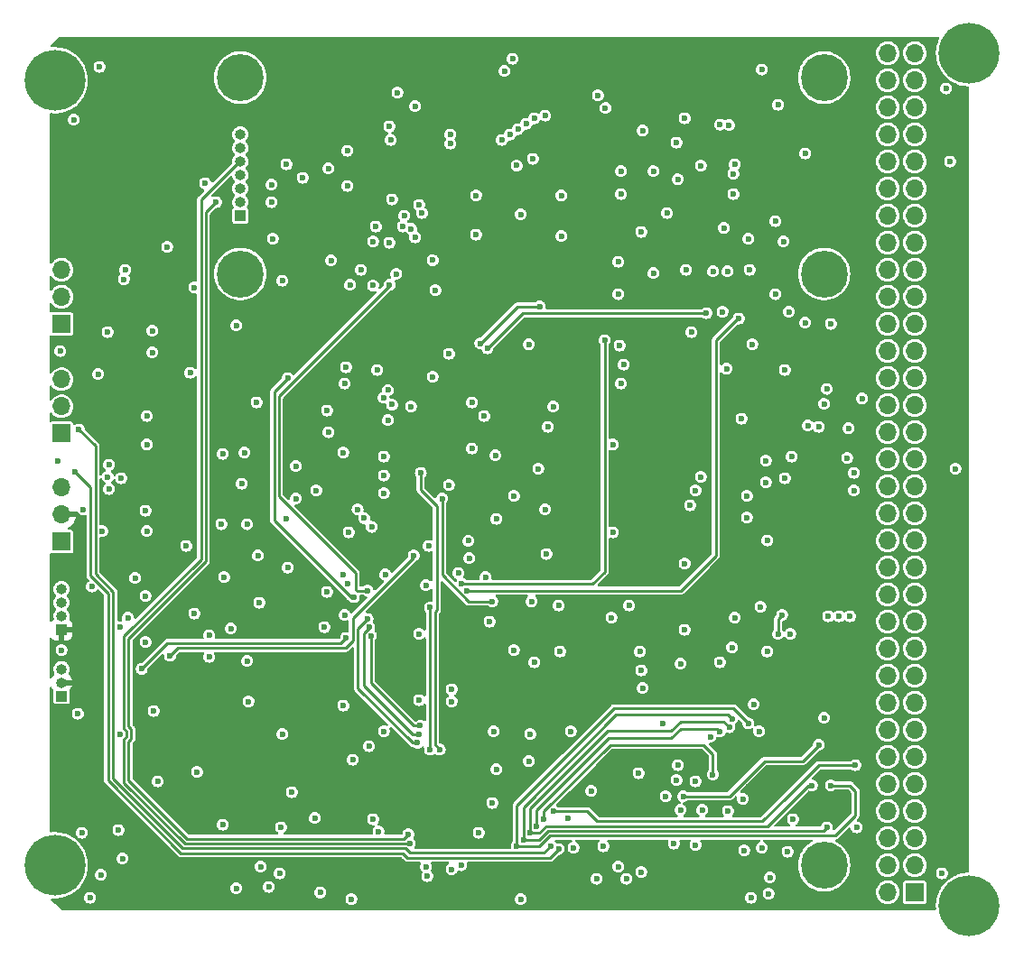
<source format=gbr>
%TF.GenerationSoftware,KiCad,Pcbnew,(6.0.0)*%
%TF.CreationDate,2022-01-29T18:53:07+09:00*%
%TF.ProjectId,ykts-payload,796b7473-2d70-4617-996c-6f61642e6b69,A4*%
%TF.SameCoordinates,Original*%
%TF.FileFunction,Copper,L3,Inr*%
%TF.FilePolarity,Positive*%
%FSLAX46Y46*%
G04 Gerber Fmt 4.6, Leading zero omitted, Abs format (unit mm)*
G04 Created by KiCad (PCBNEW (6.0.0)) date 2022-01-29 18:53:07*
%MOMM*%
%LPD*%
G01*
G04 APERTURE LIST*
%TA.AperFunction,ComponentPad*%
%ADD10C,5.700000*%
%TD*%
%TA.AperFunction,ComponentPad*%
%ADD11R,1.700000X1.700000*%
%TD*%
%TA.AperFunction,ComponentPad*%
%ADD12O,1.700000X1.700000*%
%TD*%
%TA.AperFunction,ComponentPad*%
%ADD13C,4.400000*%
%TD*%
%TA.AperFunction,ComponentPad*%
%ADD14R,1.000000X1.000000*%
%TD*%
%TA.AperFunction,ComponentPad*%
%ADD15O,1.000000X1.000000*%
%TD*%
%TA.AperFunction,ViaPad*%
%ADD16C,0.600000*%
%TD*%
%TA.AperFunction,ViaPad*%
%ADD17C,0.800000*%
%TD*%
%TA.AperFunction,Conductor*%
%ADD18C,0.250000*%
%TD*%
G04 APERTURE END LIST*
D10*
%TO.N,Net-(C24-Pad2)*%
%TO.C,H1*%
X179705000Y-144780000D03*
%TD*%
%TO.N,Net-(C31-Pad2)*%
%TO.C,H2*%
X179705000Y-64770000D03*
%TD*%
%TO.N,Net-(C32-Pad2)*%
%TO.C,H3*%
X93980000Y-67310000D03*
%TD*%
%TO.N,Net-(C33-Pad2)*%
%TO.C,H4*%
X93980000Y-140970000D03*
%TD*%
D11*
%TO.N,unconnected-(J3-Pad1)*%
%TO.C,J3*%
X174625000Y-143510000D03*
D12*
%TO.N,unconnected-(J3-Pad2)*%
X172085000Y-143510000D03*
%TO.N,unconnected-(J3-Pad3)*%
X174625000Y-140970000D03*
%TO.N,unconnected-(J3-Pad4)*%
X172085000Y-140970000D03*
%TO.N,unconnected-(J3-Pad5)*%
X174625000Y-138430000D03*
%TO.N,unconnected-(J3-Pad6)*%
X172085000Y-138430000D03*
%TO.N,unconnected-(J3-Pad7)*%
X174625000Y-135890000D03*
%TO.N,unconnected-(J3-Pad8)*%
X172085000Y-135890000D03*
%TO.N,unconnected-(J3-Pad9)*%
X174625000Y-133350000D03*
%TO.N,unconnected-(J3-Pad10)*%
X172085000Y-133350000D03*
%TO.N,unconnected-(J3-Pad11)*%
X174625000Y-130810000D03*
%TO.N,unconnected-(J3-Pad12)*%
X172085000Y-130810000D03*
%TO.N,unconnected-(J3-Pad13)*%
X174625000Y-128270000D03*
%TO.N,unconnected-(J3-Pad14)*%
X172085000Y-128270000D03*
%TO.N,unconnected-(J3-Pad15)*%
X174625000Y-125730000D03*
%TO.N,unconnected-(J3-Pad16)*%
X172085000Y-125730000D03*
%TO.N,/PCH4*%
X174625000Y-123190000D03*
X172085000Y-123190000D03*
%TO.N,GND*%
X174625000Y-120650000D03*
X172085000Y-120650000D03*
%TO.N,unconnected-(J3-Pad21)*%
X174625000Y-118110000D03*
%TO.N,unconnected-(J3-Pad22)*%
X172085000Y-118110000D03*
%TO.N,unconnected-(J3-Pad23)*%
X174625000Y-115570000D03*
%TO.N,unconnected-(J3-Pad24)*%
X172085000Y-115570000D03*
%TO.N,CANL*%
X174625000Y-113030000D03*
%TO.N,CANH*%
X172085000Y-113030000D03*
%TO.N,unconnected-(J3-Pad27)*%
X174625000Y-110490000D03*
%TO.N,unconnected-(J3-Pad28)*%
X172085000Y-110490000D03*
%TO.N,unconnected-(J3-Pad29)*%
X174625000Y-107950000D03*
%TO.N,unconnected-(J3-Pad30)*%
X172085000Y-107950000D03*
%TO.N,unconnected-(J3-Pad31)*%
X174625000Y-105410000D03*
%TO.N,unconnected-(J3-Pad32)*%
X172085000Y-105410000D03*
%TO.N,unconnected-(J3-Pad33)*%
X174625000Y-102870000D03*
%TO.N,unconnected-(J3-Pad34)*%
X172085000Y-102870000D03*
%TO.N,unconnected-(J3-Pad35)*%
X174625000Y-100330000D03*
%TO.N,unconnected-(J3-Pad36)*%
X172085000Y-100330000D03*
%TO.N,unconnected-(J3-Pad37)*%
X174625000Y-97790000D03*
%TO.N,unconnected-(J3-Pad38)*%
X172085000Y-97790000D03*
%TO.N,unconnected-(J3-Pad39)*%
X174625000Y-95250000D03*
%TO.N,unconnected-(J3-Pad40)*%
X172085000Y-95250000D03*
%TO.N,unconnected-(J3-Pad41)*%
X174625000Y-92710000D03*
%TO.N,unconnected-(J3-Pad42)*%
X172085000Y-92710000D03*
%TO.N,unconnected-(J3-Pad43)*%
X174625000Y-90170000D03*
%TO.N,unconnected-(J3-Pad44)*%
X172085000Y-90170000D03*
%TO.N,unconnected-(J3-Pad45)*%
X174625000Y-87630000D03*
%TO.N,unconnected-(J3-Pad46)*%
X172085000Y-87630000D03*
%TO.N,unconnected-(J3-Pad47)*%
X174625000Y-85090000D03*
%TO.N,unconnected-(J3-Pad48)*%
X172085000Y-85090000D03*
%TO.N,unconnected-(J3-Pad49)*%
X174625000Y-82550000D03*
%TO.N,unconnected-(J3-Pad50)*%
X172085000Y-82550000D03*
%TO.N,unconnected-(J3-Pad51)*%
X174625000Y-80010000D03*
%TO.N,unconnected-(J3-Pad52)*%
X172085000Y-80010000D03*
%TO.N,unconnected-(J3-Pad53)*%
X174625000Y-77470000D03*
%TO.N,unconnected-(J3-Pad54)*%
X172085000Y-77470000D03*
%TO.N,unconnected-(J3-Pad55)*%
X174625000Y-74930000D03*
%TO.N,unconnected-(J3-Pad56)*%
X172085000Y-74930000D03*
%TO.N,unconnected-(J3-Pad57)*%
X174625000Y-72390000D03*
%TO.N,unconnected-(J3-Pad58)*%
X172085000Y-72390000D03*
%TO.N,unconnected-(J3-Pad59)*%
X174625000Y-69850000D03*
%TO.N,unconnected-(J3-Pad60)*%
X172085000Y-69850000D03*
%TO.N,/CH_A*%
X174625000Y-67310000D03*
%TO.N,/CH_B*%
X172085000Y-67310000D03*
%TO.N,unconnected-(J3-Pad63)*%
X174625000Y-64770000D03*
%TO.N,unconnected-(J3-Pad64)*%
X172085000Y-64770000D03*
%TD*%
D11*
%TO.N,Net-(J7-Pad1)*%
%TO.C,J7*%
X94615000Y-90170000D03*
D12*
%TO.N,GND*%
X94615000Y-87630000D03*
%TO.N,Net-(J7-Pad3)*%
X94615000Y-85090000D03*
%TD*%
D13*
%TO.N,GND*%
%TO.C,H5*%
X111379000Y-85471000D03*
%TD*%
%TO.N,GND*%
%TO.C,H6*%
X111379000Y-67056000D03*
%TD*%
%TO.N,GND*%
%TO.C,H7*%
X166116000Y-67056000D03*
%TD*%
%TO.N,GND*%
%TO.C,H8*%
X166116000Y-85471000D03*
%TD*%
D14*
%TO.N,GND*%
%TO.C,J2*%
X111379000Y-80010000D03*
D15*
%TO.N,/SDA*%
X111379000Y-78740000D03*
%TO.N,unconnected-(J2-Pad3)*%
X111379000Y-77470000D03*
%TO.N,+5V_GEIGER*%
X111379000Y-76200000D03*
%TO.N,/GEIGER_EN*%
X111379000Y-74930000D03*
%TO.N,/SCL*%
X111379000Y-73660000D03*
%TO.N,GND*%
X111379000Y-72390000D03*
%TD*%
D14*
%TO.N,+5V*%
%TO.C,J5*%
X94615000Y-118867000D03*
D15*
%TO.N,/SCL*%
X94615000Y-117597000D03*
%TO.N,GND*%
X94615000Y-116327000D03*
%TO.N,/SDA*%
X94615000Y-115057000D03*
%TD*%
D13*
%TO.N,GND*%
%TO.C,H9*%
X166116000Y-140970000D03*
%TD*%
D11*
%TO.N,GND*%
%TO.C,J1*%
X94615000Y-110602000D03*
D12*
%TO.N,+5V*%
X94615000Y-108062000D03*
%TO.N,GND*%
X94615000Y-105522000D03*
%TD*%
D11*
%TO.N,Net-(J9-Pad1)*%
%TO.C,J9*%
X94615000Y-100442000D03*
D12*
%TO.N,GND*%
X94615000Y-97902000D03*
%TO.N,Net-(J9-Pad3)*%
X94615000Y-95362000D03*
%TD*%
D14*
%TO.N,GND*%
%TO.C,J4*%
X94615000Y-125095000D03*
D15*
%TO.N,+5V*%
X94615000Y-123825000D03*
%TO.N,/1WIRE*%
X94615000Y-122555000D03*
%TD*%
D16*
%TO.N,GND*%
X123444000Y-129794000D03*
X115189000Y-137414000D03*
X116205000Y-134112000D03*
X118364000Y-136525000D03*
X138430000Y-131191000D03*
X132080000Y-140970000D03*
X137033000Y-106299000D03*
X133477000Y-81788000D03*
X142113000Y-136525000D03*
X94615000Y-120777000D03*
X141224000Y-116586000D03*
X151257000Y-134493000D03*
X162687000Y-139700000D03*
X95758000Y-70993000D03*
X154559000Y-104521000D03*
X109728000Y-137160000D03*
X121793000Y-144145000D03*
X119253000Y-118618000D03*
X146812000Y-87376000D03*
X148971000Y-81534000D03*
X100330000Y-140335000D03*
X168910000Y-104140000D03*
X100076000Y-128651000D03*
X160274000Y-139319000D03*
X154051000Y-105791000D03*
X109855000Y-113919000D03*
X159004000Y-82169000D03*
X160274000Y-66294000D03*
X160655000Y-105029000D03*
X163195000Y-136652000D03*
X112903000Y-97536000D03*
X164338000Y-74168000D03*
X140081000Y-111760000D03*
X153035000Y-118872000D03*
X128905000Y-141986000D03*
X107061000Y-86741000D03*
X135001000Y-135128000D03*
X161544000Y-87376000D03*
X124841000Y-106045000D03*
X138938000Y-121920000D03*
X131826000Y-113538000D03*
X147320000Y-93980000D03*
X98171000Y-66040000D03*
X148844000Y-120904000D03*
X177546000Y-68072000D03*
X152654000Y-122047000D03*
X166497000Y-117602000D03*
X115824000Y-113030000D03*
X115697000Y-108458000D03*
X148971000Y-141605000D03*
X109728000Y-102362000D03*
X141478000Y-78105000D03*
X102616000Y-109601000D03*
X166116000Y-97663000D03*
X96647000Y-107569000D03*
X157099000Y-135890000D03*
X106680000Y-94742000D03*
X158369000Y-99060000D03*
X102489000Y-115697000D03*
X161798000Y-69596000D03*
X111506000Y-105156000D03*
X100838000Y-117729000D03*
X177927000Y-74930000D03*
X94234000Y-102997000D03*
X102489000Y-107696000D03*
X125222000Y-99187000D03*
X141351000Y-120904000D03*
X125349000Y-82550000D03*
X152273000Y-73152000D03*
X147066000Y-95758000D03*
X159512000Y-125857000D03*
X166370000Y-96266000D03*
X124206000Y-94488000D03*
X145415000Y-139192000D03*
X151003000Y-127635000D03*
X169164000Y-137414000D03*
X126111000Y-68453000D03*
X162306000Y-82423000D03*
X124841000Y-104394000D03*
X168275000Y-102743000D03*
X137033000Y-120777000D03*
X168910000Y-105791000D03*
X160782000Y-110490000D03*
X150114000Y-75819000D03*
X157734000Y-117729000D03*
X106299000Y-110998000D03*
X119634000Y-75565000D03*
X99060000Y-103378000D03*
X147574000Y-142240000D03*
X147828000Y-116586000D03*
X129413000Y-95123000D03*
X103251000Y-126492000D03*
X121412000Y-77216000D03*
X155448000Y-128905000D03*
X121920000Y-131064000D03*
X168529000Y-117602000D03*
X117221000Y-76454000D03*
X102489000Y-120015000D03*
X158877000Y-108331000D03*
X160020000Y-128397000D03*
X129667000Y-86995000D03*
X148717000Y-132334000D03*
X107061000Y-117348000D03*
X125603000Y-78486000D03*
X144272000Y-133985000D03*
X129413000Y-84175600D03*
X125477755Y-72898000D03*
X159258000Y-144018000D03*
X159385000Y-92075000D03*
X113284000Y-141097000D03*
X152400000Y-131572000D03*
X110998000Y-143129000D03*
X137668000Y-79883000D03*
X158877000Y-106299000D03*
X139319000Y-103759000D03*
X103632000Y-133096000D03*
X138684000Y-116205000D03*
X146939000Y-92202000D03*
X96520000Y-137922000D03*
X131191000Y-124460000D03*
X121666000Y-86487000D03*
X121158000Y-95758000D03*
X168402000Y-99949000D03*
X99060000Y-105664000D03*
X158496000Y-134747000D03*
X96139000Y-126746000D03*
X152654000Y-135763000D03*
X146304000Y-101473000D03*
X152273000Y-132969000D03*
X161544000Y-80518000D03*
X122682000Y-85090000D03*
X115316000Y-128651000D03*
X156972000Y-94361000D03*
X153543000Y-107188000D03*
X98933000Y-90932000D03*
X121412000Y-73914000D03*
X114427000Y-82169000D03*
X164592000Y-99695000D03*
X142367000Y-128397000D03*
X124968000Y-113665000D03*
X135289989Y-102489000D03*
X102616000Y-98806000D03*
X136906000Y-65278000D03*
X121539000Y-109728000D03*
X147066000Y-75819000D03*
X131191000Y-141351000D03*
X141478000Y-81915000D03*
X149098000Y-72009000D03*
X100076000Y-118618000D03*
X112141000Y-125603000D03*
X133731000Y-137922000D03*
X121031000Y-125984000D03*
X118491000Y-105791000D03*
X110490000Y-118745000D03*
X166116000Y-127127000D03*
X154051000Y-139065000D03*
X154686000Y-135765911D03*
X114046000Y-143002000D03*
X124841000Y-128397000D03*
X104521000Y-82931000D03*
X146177000Y-117729000D03*
X140716000Y-97917000D03*
X113157000Y-116332000D03*
X146812000Y-84328000D03*
X163068000Y-102616000D03*
X153035000Y-112649000D03*
X166751000Y-90170000D03*
X167513000Y-117602000D03*
X165608000Y-99822000D03*
X128143000Y-125476000D03*
X121285000Y-94234000D03*
X178435000Y-103759000D03*
X98425000Y-109601000D03*
X98298000Y-141859000D03*
X128778000Y-114681000D03*
X109601000Y-108966000D03*
X134747000Y-118110000D03*
X115697000Y-75184000D03*
X135382000Y-131953000D03*
X134239000Y-98806000D03*
X140208000Y-99822000D03*
X136144000Y-66421000D03*
X126746000Y-80010000D03*
X133477000Y-78105000D03*
X157607000Y-76073000D03*
X124333000Y-137795000D03*
X100203000Y-104648000D03*
X160782000Y-120904000D03*
X130937000Y-92964000D03*
X124841000Y-102616000D03*
X169672000Y-97155000D03*
X138557000Y-128651000D03*
X119507000Y-98298000D03*
X97282000Y-144018000D03*
X113030000Y-111887000D03*
X160147000Y-116713000D03*
X110998000Y-90297000D03*
X147066000Y-77978000D03*
X112014000Y-108966000D03*
X152400000Y-76581000D03*
X111760000Y-102235000D03*
X99949000Y-137668000D03*
X127762000Y-69723000D03*
X130937000Y-105283000D03*
X177165000Y-141732000D03*
X115062000Y-141732000D03*
X156591000Y-89027000D03*
X139954000Y-70612000D03*
X162433000Y-104648000D03*
X160909000Y-143637000D03*
X139954000Y-107569000D03*
X107315000Y-132207000D03*
X123825000Y-86563200D03*
X94488000Y-92710000D03*
X137668000Y-144145000D03*
X144907000Y-68707000D03*
X116586000Y-103505000D03*
X146812000Y-141097000D03*
X142621000Y-139319000D03*
X135128000Y-128397000D03*
X103124000Y-92837000D03*
X160655000Y-102997000D03*
X102616000Y-101473000D03*
X152019000Y-138938000D03*
X123825000Y-136652000D03*
X115316000Y-86106000D03*
X157607000Y-77978000D03*
X119888000Y-84201000D03*
X149098000Y-124333000D03*
X156718000Y-81153000D03*
X128143000Y-119253000D03*
X146304000Y-109728000D03*
X159131000Y-85090000D03*
X155702000Y-85217000D03*
X128778000Y-141097000D03*
X162941000Y-119253000D03*
X138430000Y-92075000D03*
X144780000Y-142240000D03*
X118874911Y-143520500D03*
X162433000Y-94488000D03*
X158623000Y-139573000D03*
X161036000Y-142113000D03*
X154051000Y-133096000D03*
X103124000Y-90805000D03*
X98933000Y-104521000D03*
X98044000Y-94869000D03*
X148971000Y-122682000D03*
X153670000Y-90932000D03*
X162814000Y-89027000D03*
X121158000Y-117475000D03*
X116586000Y-106553000D03*
D17*
%TO.N,+5V*%
X157226000Y-65405000D03*
D16*
X130937000Y-103759000D03*
X169291000Y-128905000D03*
X133477000Y-135636000D03*
D17*
X152908000Y-111379000D03*
X140588992Y-143129008D03*
D16*
X162687000Y-129413000D03*
X153416000Y-75311000D03*
D17*
X156972000Y-101727000D03*
X143510000Y-70776500D03*
D16*
X150368000Y-80010000D03*
X149606000Y-134874000D03*
X95250000Y-113665000D03*
X162439000Y-105673000D03*
X162687000Y-127635000D03*
X123698000Y-114173000D03*
X163576000Y-127254000D03*
D17*
X156777201Y-116713000D03*
X104394000Y-144399000D03*
D16*
X134747000Y-119253000D03*
X162687000Y-126746000D03*
X154051000Y-131191000D03*
X164028000Y-107513000D03*
X131064000Y-74041000D03*
X132207000Y-96139000D03*
D17*
X152654000Y-95377000D03*
D16*
X162814000Y-90170000D03*
X152019000Y-130429000D03*
X163576000Y-128143000D03*
X105537000Y-77724000D03*
X151003000Y-73025000D03*
X159001089Y-133601089D03*
D17*
X159069000Y-96963000D03*
D16*
X163576000Y-129032000D03*
X149606000Y-74295000D03*
X162687000Y-125857000D03*
X131445000Y-76073000D03*
X116332000Y-84074000D03*
D17*
X156464000Y-143002000D03*
D16*
X126619000Y-109534589D03*
D17*
X124460000Y-68453000D03*
D16*
X117094000Y-126492000D03*
D17*
X125476000Y-143256000D03*
D16*
X101727000Y-79502000D03*
X162687000Y-128524000D03*
D17*
X109220000Y-140843000D03*
X100330000Y-112014000D03*
X99949000Y-96647000D03*
D16*
%TO.N,/SDA*%
X97456989Y-114808000D03*
X114300000Y-78740000D03*
X101504511Y-114014489D03*
X123825000Y-82423000D03*
%TO.N,/GEIGER_EN*%
X125349000Y-71628000D03*
X127254000Y-138938000D03*
%TO.N,/SCL*%
X124079000Y-81026000D03*
X114300000Y-77089000D03*
%TO.N,/CANBUS Controller 0/MCP_RESET*%
X135890000Y-72898000D03*
X153035000Y-70866000D03*
%TO.N,/1WIRE*%
X125994500Y-85471000D03*
X131191000Y-125603000D03*
%TO.N,Net-(J6-Pad5)*%
X150114000Y-85391498D03*
X131064000Y-73241497D03*
%TO.N,/CANBUS Controller 0/MOSI*%
X157195500Y-71501000D03*
X138176000Y-71374000D03*
%TO.N,/CANBUS Controller 0/SCK*%
X153162000Y-85090000D03*
X157734000Y-75184000D03*
X145605141Y-69913141D03*
X138938000Y-70866000D03*
%TO.N,/CANBUS Controller 0/MISO*%
X156354160Y-71459163D03*
X137414000Y-71882000D03*
%TO.N,/N0_TX*%
X119507000Y-115316000D03*
X121031000Y-113665000D03*
%TO.N,/N1_TX*%
X119634000Y-100330000D03*
X121031000Y-102235000D03*
%TO.N,/N2_TX*%
X133091949Y-101854000D03*
X133096000Y-97536000D03*
%TO.N,/N3_TX*%
X135379089Y-108460911D03*
X132749942Y-110520716D03*
%TO.N,/N4_RX*%
X108458000Y-121412000D03*
X108458000Y-119380000D03*
%TO.N,/N4_TX*%
X112014000Y-121793000D03*
X121412000Y-114554000D03*
%TO.N,/N5_RX*%
X134366000Y-113919000D03*
X156337000Y-121920000D03*
%TO.N,/N5_TX*%
X157480000Y-120523000D03*
X132842000Y-112141000D03*
%TO.N,Net-(R14-Pad2)*%
X100584000Y-85090000D03*
X138811000Y-74676000D03*
%TO.N,Net-(R15-Pad1)*%
X100457000Y-85979000D03*
X137287000Y-75300500D03*
%TO.N,/Node RX MUX 0/A0*%
X125603000Y-97732367D03*
X127762000Y-82042000D03*
X123698000Y-109219989D03*
%TO.N,/Node RX MUX 0/A1*%
X127390131Y-81237094D03*
X124810659Y-97078568D03*
X123002411Y-108391589D03*
%TO.N,/Node RX MUX 0/A2*%
X125216349Y-96389642D03*
X126619000Y-81026000D03*
X122377911Y-107569000D03*
%TO.N,/Node RX MUX 0/IN*%
X128397000Y-79756000D03*
X127381000Y-97917000D03*
%TO.N,/Node TX MUX 0/IN*%
X129032000Y-110998000D03*
X128143000Y-78994000D03*
%TO.N,/CANBUS Controller 0/CS*%
X136652000Y-72390000D03*
X154559000Y-75311000D03*
%TO.N,/GEIGER_FET*%
X131064000Y-72390000D03*
X108077000Y-76962000D03*
X109093000Y-78740000D03*
X127127000Y-138049000D03*
%TO.N,/CANBUS Controller 1/MCP_RESET*%
X139795500Y-136634454D03*
X155687000Y-132461000D03*
%TO.N,/CANBUS Controller 1/MISO*%
X164973000Y-133477000D03*
X138546500Y-137922000D03*
X157226000Y-128016000D03*
%TO.N,/CANBUS Controller 1/SCK*%
X159004000Y-127635000D03*
X137287000Y-139192000D03*
X166751000Y-133477000D03*
%TO.N,/CANBUS Controller 1/MOSI*%
X157480000Y-127254000D03*
X166370000Y-137414000D03*
X137922000Y-138557000D03*
%TO.N,Net-(J8-Pad5)*%
X169037000Y-131572000D03*
X140716000Y-135890000D03*
%TO.N,/N8_TX*%
X122023918Y-115812547D03*
X115824000Y-95250000D03*
%TO.N,/N9_RX*%
X127635000Y-111887000D03*
X104775000Y-121310400D03*
%TO.N,/N9_TX*%
X102129011Y-122529600D03*
X121282089Y-119636911D03*
%TO.N,/N10_RX*%
X135001000Y-116205000D03*
X130302000Y-106553000D03*
%TO.N,/N12_TX*%
X125359500Y-86487000D03*
X123306500Y-115189000D03*
%TO.N,/N13_RX*%
X155067000Y-89154000D03*
X134540498Y-92456000D03*
%TO.N,/N13_TX*%
X132642429Y-115189000D03*
X158115000Y-89662000D03*
%TO.N,/N15_RX*%
X133881173Y-92003788D03*
X139446000Y-88519000D03*
%TO.N,/N15_TX*%
X132139383Y-114567591D03*
X145542000Y-91694000D03*
%TO.N,Net-(R34-Pad2)*%
X96226500Y-100076000D03*
X140481680Y-139149072D03*
%TO.N,Net-(R35-Pad1)*%
X95885000Y-104013000D03*
X141224000Y-139446000D03*
%TO.N,/CANBUS Controller 1/CS*%
X156337000Y-128397000D03*
X139171000Y-137287000D03*
%TO.N,/Node TX MUX 1/IN*%
X129159000Y-116789200D03*
X129159000Y-130120500D03*
%TO.N,/Node RX MUX 1/IN*%
X128295400Y-104140000D03*
X130073400Y-130120500D03*
%TO.N,/Node RX MUX 1/A2*%
X123621800Y-119430800D03*
X128248665Y-127883911D03*
%TO.N,/Node RX MUX 1/A1*%
X123454281Y-118649045D03*
X128143000Y-128676400D03*
%TO.N,/Node RX MUX 1/A0*%
X127990600Y-129489200D03*
X123306500Y-117863319D03*
%TO.N,Net-(R5-Pad2)*%
X157052223Y-85217000D03*
X164338000Y-90043000D03*
%TO.N,/CSENSE*%
X152908000Y-134493000D03*
X165608000Y-129667000D03*
X151384000Y-79756000D03*
%TO.N,Net-(R43-Pad1)*%
X161798000Y-119253000D03*
X162179000Y-117475000D03*
%TD*%
D18*
%TO.N,/N13_TX*%
X155956000Y-91694000D02*
X155956000Y-111887000D01*
X157988000Y-89662000D02*
X155956000Y-91694000D01*
X155956000Y-111887000D02*
X152654000Y-115189000D01*
X152654000Y-115189000D02*
X132642429Y-115189000D01*
X158115000Y-89662000D02*
X157988000Y-89662000D01*
%TO.N,/GEIGER_EN*%
X100457000Y-128148806D02*
X100457000Y-119501193D01*
X107696000Y-78501000D02*
X111267000Y-74930000D01*
X111267000Y-74930000D02*
X111379000Y-74930000D01*
X100700511Y-128392318D02*
X100457000Y-128148806D01*
X100457000Y-119501193D02*
X107696000Y-112262193D01*
X100700511Y-128909682D02*
X100700511Y-128392318D01*
X100457000Y-133223000D02*
X100457000Y-129153193D01*
X100457000Y-129153193D02*
X100700511Y-128909682D01*
X106172000Y-138938000D02*
X100457000Y-133223000D01*
X127254000Y-138938000D02*
X106172000Y-138938000D01*
X107696000Y-112262193D02*
X107696000Y-78501000D01*
%TO.N,/GEIGER_FET*%
X100906520Y-119687391D02*
X100906520Y-127962609D01*
X106358198Y-138488480D02*
X126687520Y-138488480D01*
X126687520Y-138488480D02*
X127127000Y-138049000D01*
X101150031Y-129095879D02*
X100906520Y-129339391D01*
X108145520Y-112448391D02*
X100906520Y-119687391D01*
X100906520Y-127962609D02*
X101150031Y-128206120D01*
X100906520Y-133036802D02*
X106358198Y-138488480D01*
X100906520Y-129339391D02*
X100906520Y-133036802D01*
X101150031Y-128206120D02*
X101150031Y-129095879D01*
X108145520Y-79687480D02*
X108145520Y-112448391D01*
X109093000Y-78740000D02*
X108145520Y-79687480D01*
%TO.N,/CANBUS Controller 1/MCP_RESET*%
X155687000Y-130541000D02*
X155687000Y-132461000D01*
X154813000Y-129667000D02*
X155687000Y-130541000D01*
X139795500Y-135921500D02*
X146050000Y-129667000D01*
X146050000Y-129667000D02*
X154813000Y-129667000D01*
X139795500Y-136634454D02*
X139795500Y-135921500D01*
%TO.N,/CANBUS Controller 1/MISO*%
X140054193Y-137287000D02*
X139419193Y-137922000D01*
X164592000Y-133477000D02*
X160782000Y-137287000D01*
X156697000Y-127487000D02*
X152669193Y-127487000D01*
X160782000Y-137287000D02*
X140054193Y-137287000D01*
X138546500Y-135646500D02*
X138546500Y-137922000D01*
X151769682Y-128386511D02*
X145806489Y-128386511D01*
X157226000Y-128016000D02*
X156697000Y-127487000D01*
X164973000Y-133477000D02*
X164592000Y-133477000D01*
X139419193Y-137922000D02*
X138546500Y-137922000D01*
X152669193Y-127487000D02*
X151769682Y-128386511D01*
X145806489Y-128386511D02*
X138546500Y-135646500D01*
%TO.N,/CANBUS Controller 1/SCK*%
X166751000Y-133477000D02*
X168529000Y-133477000D01*
X157607000Y-126238000D02*
X146431000Y-126238000D01*
X169037000Y-136271000D02*
X167121960Y-138186040D01*
X139420628Y-139192000D02*
X137287000Y-139192000D01*
X169037000Y-133985000D02*
X169037000Y-136271000D01*
X167121960Y-138186040D02*
X140426588Y-138186040D01*
X159004000Y-127635000D02*
X157607000Y-126238000D01*
X140426588Y-138186040D02*
X139420628Y-139192000D01*
X168529000Y-133477000D02*
X169037000Y-133985000D01*
X146431000Y-126238000D02*
X137287000Y-135382000D01*
X137287000Y-135382000D02*
X137287000Y-139192000D01*
%TO.N,/CANBUS Controller 1/MOSI*%
X139419910Y-138557000D02*
X137922000Y-138557000D01*
X157088500Y-126862500D02*
X146569218Y-126862500D01*
X140240390Y-137736520D02*
X139419910Y-138557000D01*
X166047480Y-137736520D02*
X140240390Y-137736520D01*
X137922000Y-135509718D02*
X137922000Y-138557000D01*
X166370000Y-137414000D02*
X166047480Y-137736520D01*
X157480000Y-127254000D02*
X157088500Y-126862500D01*
X146569218Y-126862500D02*
X137922000Y-135509718D01*
%TO.N,Net-(J8-Pad5)*%
X165608000Y-131572000D02*
X169037000Y-131572000D01*
X162570500Y-134609500D02*
X165608000Y-131572000D01*
X143885193Y-135890000D02*
X144832673Y-136837480D01*
X144832673Y-136837480D02*
X160342520Y-136837480D01*
X140716000Y-135890000D02*
X143885193Y-135890000D01*
X160342520Y-136837480D02*
X162570500Y-134609500D01*
%TO.N,/N8_TX*%
X122023918Y-115812547D02*
X121781547Y-115812547D01*
X114554000Y-96520000D02*
X115824000Y-95250000D01*
X114554000Y-108585000D02*
X114554000Y-96520000D01*
X121781547Y-115812547D02*
X114554000Y-108585000D01*
%TO.N,/N9_RX*%
X127635000Y-111887000D02*
X127635000Y-112096022D01*
X127635000Y-112096022D02*
X121945400Y-117785622D01*
X105516369Y-120569031D02*
X104775000Y-121310400D01*
X121945400Y-119856793D02*
X121233162Y-120569031D01*
X121945400Y-117785622D02*
X121945400Y-119856793D01*
X121233162Y-120569031D02*
X105516369Y-120569031D01*
%TO.N,/N9_TX*%
X120799489Y-120119511D02*
X104539100Y-120119511D01*
X121282089Y-119636911D02*
X120799489Y-120119511D01*
X104539100Y-120119511D02*
X102129011Y-122529600D01*
%TO.N,/N10_RX*%
X132775236Y-116205000D02*
X130302000Y-113731764D01*
X135001000Y-116205000D02*
X132775236Y-116205000D01*
X130302000Y-113731764D02*
X130302000Y-106553000D01*
%TO.N,/N12_TX*%
X122174000Y-115062000D02*
X122174000Y-113543807D01*
X123306500Y-115189000D02*
X122301000Y-115189000D01*
X122301000Y-115189000D02*
X122174000Y-115062000D01*
X115003520Y-96953673D02*
X125359500Y-86597693D01*
X125359500Y-86597693D02*
X125359500Y-86487000D01*
X115003520Y-106373327D02*
X115003520Y-96953673D01*
X122174000Y-113543807D02*
X115003520Y-106373327D01*
%TO.N,/N13_RX*%
X137842498Y-89154000D02*
X134540498Y-92456000D01*
X155067000Y-89154000D02*
X137842498Y-89154000D01*
%TO.N,/N15_RX*%
X137365961Y-88519000D02*
X139446000Y-88519000D01*
X133881173Y-92003788D02*
X137365961Y-88519000D01*
%TO.N,/N15_TX*%
X132142485Y-114564489D02*
X132139383Y-114567591D01*
X145542000Y-113411000D02*
X144388511Y-114564489D01*
X145542000Y-91694000D02*
X145542000Y-113411000D01*
X144388511Y-114564489D02*
X132142485Y-114564489D01*
%TO.N,Net-(R34-Pad2)*%
X99441000Y-115273100D02*
X97790000Y-113622100D01*
X105985802Y-139387520D02*
X99441000Y-132842718D01*
X99441000Y-132842718D02*
X99441000Y-115273100D01*
X140481680Y-139149072D02*
X139814241Y-139816511D01*
X97790000Y-113622100D02*
X97790000Y-101639500D01*
X126820327Y-139387520D02*
X105985802Y-139387520D01*
X139814241Y-139816511D02*
X127249318Y-139816511D01*
X127249318Y-139816511D02*
X126820327Y-139387520D01*
X97790000Y-101639500D02*
X96226500Y-100076000D01*
%TO.N,Net-(R35-Pad1)*%
X126634130Y-139837040D02*
X105799604Y-139837040D01*
X97340480Y-105468480D02*
X95885000Y-104013000D01*
X105799604Y-139837040D02*
X98991480Y-133028915D01*
X97340480Y-113808297D02*
X97340480Y-105468480D01*
X141224000Y-139446000D02*
X140403969Y-140266031D01*
X98991480Y-133028915D02*
X98991480Y-115459298D01*
X127063120Y-140266031D02*
X126634130Y-139837040D01*
X98991480Y-115459298D02*
X97340480Y-113808297D01*
X140403969Y-140266031D02*
X127063120Y-140266031D01*
%TO.N,/CANBUS Controller 1/CS*%
X145923718Y-129032000D02*
X151759911Y-129032000D01*
X151759911Y-129032000D02*
X152648911Y-128143000D01*
X152648911Y-128143000D02*
X156083000Y-128143000D01*
X139171000Y-137287000D02*
X139171000Y-135784718D01*
X139171000Y-135784718D02*
X145923718Y-129032000D01*
X156083000Y-128143000D02*
X156337000Y-128397000D01*
%TO.N,/Node TX MUX 1/IN*%
X129159000Y-130120500D02*
X129159000Y-116789200D01*
%TO.N,/Node RX MUX 1/IN*%
X129616200Y-117215193D02*
X129783511Y-117047882D01*
X129783511Y-117047882D02*
X129783511Y-107238107D01*
X128295400Y-105749996D02*
X128295400Y-104140000D01*
X129783511Y-107238107D02*
X128295400Y-105749996D01*
X129616200Y-129663300D02*
X129616200Y-117215193D01*
X130073400Y-130120500D02*
X129616200Y-129663300D01*
%TO.N,/Node RX MUX 1/A2*%
X123621800Y-123901200D02*
X127604511Y-127883911D01*
X127604511Y-127883911D02*
X128248665Y-127883911D01*
X123621800Y-119430800D02*
X123621800Y-123901200D01*
%TO.N,/Node RX MUX 1/A1*%
X122997289Y-119172118D02*
X122997289Y-124140289D01*
X123363118Y-118806289D02*
X122997289Y-119172118D01*
X123454281Y-118649045D02*
X123454281Y-118806289D01*
X127533400Y-128676400D02*
X128143000Y-128676400D01*
X122997289Y-124140289D02*
X127533400Y-128676400D01*
X123454281Y-118806289D02*
X123363118Y-118806289D01*
%TO.N,/Node RX MUX 1/A0*%
X127533400Y-129489200D02*
X127990600Y-129489200D01*
X122402600Y-124358400D02*
X127533400Y-129489200D01*
X123306500Y-117863319D02*
X122402600Y-118767219D01*
X122402600Y-118767219D02*
X122402600Y-124358400D01*
%TO.N,/CSENSE*%
X160527985Y-131191000D02*
X164084000Y-131191000D01*
X164084000Y-131191000D02*
X165608000Y-129667000D01*
X157225985Y-134493000D02*
X160527985Y-131191000D01*
X152908000Y-134493000D02*
X157225985Y-134493000D01*
%TO.N,Net-(R43-Pad1)*%
X161798000Y-119253000D02*
X161798000Y-117856000D01*
X161798000Y-117856000D02*
X162179000Y-117475000D01*
%TD*%
%TA.AperFunction,Conductor*%
%TO.N,+5V*%
G36*
X176857541Y-63266002D02*
G01*
X176904034Y-63319658D01*
X176914138Y-63389932D01*
X176905232Y-63421634D01*
X176825502Y-63607657D01*
X176786959Y-63697585D01*
X176783127Y-63706525D01*
X176782110Y-63709894D01*
X176687320Y-64023855D01*
X176682792Y-64038851D01*
X176659480Y-64165869D01*
X176622658Y-64366496D01*
X176620126Y-64380290D01*
X176595911Y-64726586D01*
X176610448Y-65073423D01*
X176621608Y-65145512D01*
X176661426Y-65402718D01*
X176663556Y-65416479D01*
X176664478Y-65419871D01*
X176664478Y-65419873D01*
X176687045Y-65502932D01*
X176754573Y-65751477D01*
X176793020Y-65848584D01*
X176861088Y-66020503D01*
X176882364Y-66074241D01*
X176884019Y-66077353D01*
X176884021Y-66077358D01*
X176951457Y-66204187D01*
X177045337Y-66380749D01*
X177047327Y-66383655D01*
X177047328Y-66383657D01*
X177239470Y-66664273D01*
X177239475Y-66664279D01*
X177241461Y-66667180D01*
X177468291Y-66929965D01*
X177470861Y-66932345D01*
X177470865Y-66932349D01*
X177521467Y-66979207D01*
X177722999Y-67165828D01*
X178002411Y-67371828D01*
X178005448Y-67373582D01*
X178005452Y-67373584D01*
X178164539Y-67465433D01*
X178303045Y-67545399D01*
X178399742Y-67587645D01*
X178617932Y-67682970D01*
X178617935Y-67682971D01*
X178621153Y-67684377D01*
X178624510Y-67685416D01*
X178624515Y-67685418D01*
X178658232Y-67695855D01*
X178952770Y-67787030D01*
X179293763Y-67852078D01*
X179588667Y-67874769D01*
X179655052Y-67899938D01*
X179697291Y-67957003D01*
X179705000Y-68000398D01*
X179705000Y-141551757D01*
X179684998Y-141619878D01*
X179631342Y-141666371D01*
X179585155Y-141677607D01*
X179383487Y-141687470D01*
X179383479Y-141687471D01*
X179379980Y-141687642D01*
X179376512Y-141688204D01*
X179376509Y-141688204D01*
X179040779Y-141742580D01*
X179040776Y-141742581D01*
X179037304Y-141743143D01*
X179033921Y-141744088D01*
X179033919Y-141744088D01*
X178983981Y-141758031D01*
X178702950Y-141836496D01*
X178699697Y-141837810D01*
X178699695Y-141837811D01*
X178384349Y-141965219D01*
X178384345Y-141965221D01*
X178381085Y-141966538D01*
X178377998Y-141968207D01*
X178377994Y-141968209D01*
X178298151Y-142011380D01*
X178075722Y-142131647D01*
X177790667Y-142329766D01*
X177788025Y-142332079D01*
X177788021Y-142332082D01*
X177571459Y-142521667D01*
X177529472Y-142558424D01*
X177527096Y-142561026D01*
X177527094Y-142561028D01*
X177485549Y-142606526D01*
X177295394Y-142814773D01*
X177293328Y-142817616D01*
X177293326Y-142817619D01*
X177260898Y-142862253D01*
X177091349Y-143095617D01*
X177089607Y-143098683D01*
X177089606Y-143098685D01*
X177057967Y-143154380D01*
X176919881Y-143397455D01*
X176868248Y-143517923D01*
X176792327Y-143695061D01*
X176783127Y-143716525D01*
X176765905Y-143773568D01*
X176687737Y-144032474D01*
X176682792Y-144048851D01*
X176655931Y-144195207D01*
X176621085Y-144385067D01*
X176620126Y-144390290D01*
X176595911Y-144736586D01*
X176596059Y-144740113D01*
X176608197Y-145029724D01*
X176591066Y-145098622D01*
X176539404Y-145147321D01*
X176482308Y-145161000D01*
X94662906Y-145161000D01*
X94594785Y-145140998D01*
X94579196Y-145129174D01*
X94011243Y-144624327D01*
X93627946Y-144283619D01*
X93590322Y-144223413D01*
X93591219Y-144152422D01*
X93630355Y-144093186D01*
X93695304Y-144064512D01*
X93721323Y-144063817D01*
X93911384Y-144078441D01*
X93911387Y-144078441D01*
X93914882Y-144078710D01*
X94124983Y-144071373D01*
X94258297Y-144066718D01*
X94258302Y-144066718D01*
X94261812Y-144066595D01*
X94458821Y-144037503D01*
X94590895Y-144018000D01*
X96722715Y-144018000D01*
X96723793Y-144026188D01*
X96740513Y-144153188D01*
X96741772Y-144162754D01*
X96748214Y-144178306D01*
X96794444Y-144289913D01*
X96797645Y-144297642D01*
X96802672Y-144304193D01*
X96864729Y-144385067D01*
X96886526Y-144413474D01*
X96893076Y-144418500D01*
X96893079Y-144418503D01*
X96995804Y-144497327D01*
X97002357Y-144502355D01*
X97137246Y-144558228D01*
X97145434Y-144559306D01*
X97197929Y-144566217D01*
X97282000Y-144577285D01*
X97290188Y-144576207D01*
X97418566Y-144559306D01*
X97426754Y-144558228D01*
X97561643Y-144502355D01*
X97568196Y-144497327D01*
X97670921Y-144418503D01*
X97670924Y-144418500D01*
X97677474Y-144413474D01*
X97699272Y-144385067D01*
X97761328Y-144304193D01*
X97766355Y-144297642D01*
X97769557Y-144289913D01*
X97815786Y-144178306D01*
X97822228Y-144162754D01*
X97823488Y-144153188D01*
X97824566Y-144145000D01*
X121233715Y-144145000D01*
X121234793Y-144153188D01*
X121244957Y-144230389D01*
X121252772Y-144289754D01*
X121258753Y-144304193D01*
X121295875Y-144393812D01*
X121308645Y-144424642D01*
X121397526Y-144540474D01*
X121404076Y-144545500D01*
X121404079Y-144545503D01*
X121506804Y-144624327D01*
X121513357Y-144629355D01*
X121648246Y-144685228D01*
X121793000Y-144704285D01*
X121801188Y-144703207D01*
X121929566Y-144686306D01*
X121937754Y-144685228D01*
X122072643Y-144629355D01*
X122079196Y-144624327D01*
X122181921Y-144545503D01*
X122181924Y-144545500D01*
X122188474Y-144540474D01*
X122277355Y-144424642D01*
X122290126Y-144393812D01*
X122327247Y-144304193D01*
X122333228Y-144289754D01*
X122341044Y-144230389D01*
X122351207Y-144153188D01*
X122352285Y-144145000D01*
X137108715Y-144145000D01*
X137109793Y-144153188D01*
X137119957Y-144230389D01*
X137127772Y-144289754D01*
X137133753Y-144304193D01*
X137170875Y-144393812D01*
X137183645Y-144424642D01*
X137272526Y-144540474D01*
X137279076Y-144545500D01*
X137279079Y-144545503D01*
X137381804Y-144624327D01*
X137388357Y-144629355D01*
X137523246Y-144685228D01*
X137668000Y-144704285D01*
X137676188Y-144703207D01*
X137804566Y-144686306D01*
X137812754Y-144685228D01*
X137947643Y-144629355D01*
X137954196Y-144624327D01*
X138056921Y-144545503D01*
X138056924Y-144545500D01*
X138063474Y-144540474D01*
X138152355Y-144424642D01*
X138165126Y-144393812D01*
X138202247Y-144304193D01*
X138208228Y-144289754D01*
X138216044Y-144230389D01*
X138226207Y-144153188D01*
X138227285Y-144145000D01*
X138218558Y-144078710D01*
X138210566Y-144018000D01*
X158698715Y-144018000D01*
X158699793Y-144026188D01*
X158716513Y-144153188D01*
X158717772Y-144162754D01*
X158724214Y-144178306D01*
X158770444Y-144289913D01*
X158773645Y-144297642D01*
X158778672Y-144304193D01*
X158840729Y-144385067D01*
X158862526Y-144413474D01*
X158869076Y-144418500D01*
X158869079Y-144418503D01*
X158971804Y-144497327D01*
X158978357Y-144502355D01*
X159113246Y-144558228D01*
X159121434Y-144559306D01*
X159173929Y-144566217D01*
X159258000Y-144577285D01*
X159266188Y-144576207D01*
X159394566Y-144559306D01*
X159402754Y-144558228D01*
X159537643Y-144502355D01*
X159544196Y-144497327D01*
X159646921Y-144418503D01*
X159646924Y-144418500D01*
X159653474Y-144413474D01*
X159675272Y-144385067D01*
X159737328Y-144304193D01*
X159742355Y-144297642D01*
X159745557Y-144289913D01*
X159791786Y-144178306D01*
X159798228Y-144162754D01*
X159799488Y-144153188D01*
X159816207Y-144026188D01*
X159817285Y-144018000D01*
X159799843Y-143885512D01*
X159799306Y-143881432D01*
X159799305Y-143881430D01*
X159798228Y-143873246D01*
X159767905Y-143800041D01*
X159745515Y-143745986D01*
X159745514Y-143745984D01*
X159742355Y-143738358D01*
X159670863Y-143645188D01*
X159664580Y-143637000D01*
X160349715Y-143637000D01*
X160350793Y-143645188D01*
X160367086Y-143768945D01*
X160368772Y-143781754D01*
X160377549Y-143802944D01*
X160409579Y-143880269D01*
X160424645Y-143916642D01*
X160429672Y-143923193D01*
X160501190Y-144016397D01*
X160513526Y-144032474D01*
X160520076Y-144037500D01*
X160520079Y-144037503D01*
X160622804Y-144116327D01*
X160629357Y-144121355D01*
X160709540Y-144154568D01*
X160747714Y-144170380D01*
X160764246Y-144177228D01*
X160909000Y-144196285D01*
X160917188Y-144195207D01*
X161045566Y-144178306D01*
X161053754Y-144177228D01*
X161070287Y-144170380D01*
X161108460Y-144154568D01*
X161188643Y-144121355D01*
X161195196Y-144116327D01*
X161297921Y-144037503D01*
X161297924Y-144037500D01*
X161304474Y-144032474D01*
X161316811Y-144016397D01*
X161388328Y-143923193D01*
X161393355Y-143916642D01*
X161408422Y-143880269D01*
X161440451Y-143802944D01*
X161449228Y-143781754D01*
X161450915Y-143768945D01*
X161467207Y-143645188D01*
X161468285Y-143637000D01*
X161452948Y-143520500D01*
X161450306Y-143500432D01*
X161450305Y-143500430D01*
X161449228Y-143492246D01*
X161444555Y-143480964D01*
X170976148Y-143480964D01*
X170977424Y-143500432D01*
X170988727Y-143672880D01*
X170989424Y-143683522D01*
X170990845Y-143689118D01*
X170990846Y-143689123D01*
X171020706Y-143806693D01*
X171039392Y-143880269D01*
X171041809Y-143885512D01*
X171079010Y-143966208D01*
X171124377Y-144064616D01*
X171134338Y-144078710D01*
X171204725Y-144178306D01*
X171241533Y-144230389D01*
X171386938Y-144372035D01*
X171555720Y-144484812D01*
X171561023Y-144487090D01*
X171561026Y-144487092D01*
X171726601Y-144558228D01*
X171742228Y-144564942D01*
X171815244Y-144581464D01*
X171934579Y-144608467D01*
X171934584Y-144608468D01*
X171940216Y-144609742D01*
X171945987Y-144609969D01*
X171945989Y-144609969D01*
X172005756Y-144612317D01*
X172143053Y-144617712D01*
X172250348Y-144602155D01*
X172338231Y-144589413D01*
X172338236Y-144589412D01*
X172343945Y-144588584D01*
X172349409Y-144586729D01*
X172349414Y-144586728D01*
X172530693Y-144525192D01*
X172530698Y-144525190D01*
X172536165Y-144523334D01*
X172713276Y-144424147D01*
X172720063Y-144418503D01*
X172864913Y-144298031D01*
X172869345Y-144294345D01*
X172969379Y-144174068D01*
X172995453Y-144142718D01*
X172995455Y-144142715D01*
X172999147Y-144138276D01*
X173098334Y-143961165D01*
X173100190Y-143955698D01*
X173100192Y-143955693D01*
X173161728Y-143774414D01*
X173161729Y-143774409D01*
X173163584Y-143768945D01*
X173164412Y-143763236D01*
X173164413Y-143763231D01*
X173185685Y-143616515D01*
X173192712Y-143568053D01*
X173194232Y-143510000D01*
X173175658Y-143307859D01*
X173170112Y-143288193D01*
X173122125Y-143118046D01*
X173122124Y-143118044D01*
X173120557Y-143112487D01*
X173114366Y-143099931D01*
X173033331Y-142935609D01*
X173030776Y-142930428D01*
X172909320Y-142767779D01*
X172765609Y-142634933D01*
X173520500Y-142634933D01*
X173520501Y-144385066D01*
X173535266Y-144459301D01*
X173542161Y-144469620D01*
X173542162Y-144469622D01*
X173582516Y-144530015D01*
X173591516Y-144543484D01*
X173675699Y-144599734D01*
X173749933Y-144614500D01*
X174624858Y-144614500D01*
X175500066Y-144614499D01*
X175535818Y-144607388D01*
X175562126Y-144602156D01*
X175562128Y-144602155D01*
X175574301Y-144599734D01*
X175584621Y-144592839D01*
X175584622Y-144592838D01*
X175648168Y-144550377D01*
X175658484Y-144543484D01*
X175714734Y-144459301D01*
X175729500Y-144385067D01*
X175729499Y-142634934D01*
X175714734Y-142560699D01*
X175703715Y-142544207D01*
X175665377Y-142486832D01*
X175658484Y-142476516D01*
X175574301Y-142420266D01*
X175500067Y-142405500D01*
X174625142Y-142405500D01*
X173749934Y-142405501D01*
X173716117Y-142412227D01*
X173687874Y-142417844D01*
X173687872Y-142417845D01*
X173675699Y-142420266D01*
X173665379Y-142427161D01*
X173665378Y-142427162D01*
X173615195Y-142460694D01*
X173591516Y-142476516D01*
X173535266Y-142560699D01*
X173520500Y-142634933D01*
X172765609Y-142634933D01*
X172760258Y-142629987D01*
X172755375Y-142626906D01*
X172755371Y-142626903D01*
X172593464Y-142524748D01*
X172588581Y-142521667D01*
X172400039Y-142446446D01*
X172394379Y-142445320D01*
X172394375Y-142445319D01*
X172206613Y-142407971D01*
X172206610Y-142407971D01*
X172200946Y-142406844D01*
X172195171Y-142406768D01*
X172195167Y-142406768D01*
X172093793Y-142405441D01*
X171997971Y-142404187D01*
X171992274Y-142405166D01*
X171992273Y-142405166D01*
X171915926Y-142418285D01*
X171797910Y-142438564D01*
X171607463Y-142508824D01*
X171433010Y-142612612D01*
X171428670Y-142616418D01*
X171428666Y-142616421D01*
X171340741Y-142693530D01*
X171280392Y-142746455D01*
X171154720Y-142905869D01*
X171152031Y-142910980D01*
X171152029Y-142910983D01*
X171115574Y-142980272D01*
X171060203Y-143085515D01*
X171000007Y-143279378D01*
X170976148Y-143480964D01*
X161444555Y-143480964D01*
X161407258Y-143390923D01*
X161396515Y-143364986D01*
X161396514Y-143364984D01*
X161393355Y-143357358D01*
X161329286Y-143273861D01*
X161309501Y-143248077D01*
X161309500Y-143248076D01*
X161304474Y-143241526D01*
X161297924Y-143236500D01*
X161297921Y-143236497D01*
X161195196Y-143157673D01*
X161195194Y-143157672D01*
X161188643Y-143152645D01*
X161053754Y-143096772D01*
X161010162Y-143091033D01*
X160917188Y-143078793D01*
X160909000Y-143077715D01*
X160900812Y-143078793D01*
X160772432Y-143095694D01*
X160772430Y-143095695D01*
X160764246Y-143096772D01*
X160738813Y-143107307D01*
X160636986Y-143149485D01*
X160636984Y-143149486D01*
X160629358Y-143152645D01*
X160513526Y-143241526D01*
X160424645Y-143357358D01*
X160421486Y-143364984D01*
X160421485Y-143364986D01*
X160410742Y-143390923D01*
X160368772Y-143492246D01*
X160367695Y-143500430D01*
X160367694Y-143500432D01*
X160365052Y-143520500D01*
X160349715Y-143637000D01*
X159664580Y-143637000D01*
X159658501Y-143629077D01*
X159658500Y-143629076D01*
X159653474Y-143622526D01*
X159646924Y-143617500D01*
X159646921Y-143617497D01*
X159544196Y-143538673D01*
X159544194Y-143538672D01*
X159537643Y-143533645D01*
X159420779Y-143485238D01*
X159410383Y-143480932D01*
X159402754Y-143477772D01*
X159258000Y-143458715D01*
X159249812Y-143459793D01*
X159121432Y-143476694D01*
X159121430Y-143476695D01*
X159113246Y-143477772D01*
X159105540Y-143480964D01*
X158985986Y-143530485D01*
X158985984Y-143530486D01*
X158978358Y-143533645D01*
X158965768Y-143543306D01*
X158881031Y-143608327D01*
X158862526Y-143622526D01*
X158773645Y-143738358D01*
X158770486Y-143745984D01*
X158770485Y-143745986D01*
X158748095Y-143800041D01*
X158717772Y-143873246D01*
X158716695Y-143881430D01*
X158716694Y-143881432D01*
X158716157Y-143885512D01*
X158698715Y-144018000D01*
X138210566Y-144018000D01*
X138209306Y-144008432D01*
X138209305Y-144008430D01*
X138208228Y-144000246D01*
X138188422Y-143952430D01*
X138155515Y-143872986D01*
X138155514Y-143872984D01*
X138152355Y-143865358D01*
X138094055Y-143789380D01*
X138068501Y-143756077D01*
X138068500Y-143756076D01*
X138063474Y-143749526D01*
X138056924Y-143744500D01*
X138056921Y-143744497D01*
X137954196Y-143665673D01*
X137954194Y-143665672D01*
X137947643Y-143660645D01*
X137812754Y-143604772D01*
X137668000Y-143585715D01*
X137659812Y-143586793D01*
X137531432Y-143603694D01*
X137531430Y-143603695D01*
X137523246Y-143604772D01*
X137475430Y-143624578D01*
X137395986Y-143657485D01*
X137395984Y-143657486D01*
X137388358Y-143660645D01*
X137272526Y-143749526D01*
X137183645Y-143865358D01*
X137180486Y-143872984D01*
X137180485Y-143872986D01*
X137147578Y-143952430D01*
X137127772Y-144000246D01*
X137126695Y-144008430D01*
X137126694Y-144008432D01*
X137117442Y-144078710D01*
X137108715Y-144145000D01*
X122352285Y-144145000D01*
X122343558Y-144078710D01*
X122334306Y-144008432D01*
X122334305Y-144008430D01*
X122333228Y-144000246D01*
X122313422Y-143952430D01*
X122280515Y-143872986D01*
X122280514Y-143872984D01*
X122277355Y-143865358D01*
X122219055Y-143789380D01*
X122193501Y-143756077D01*
X122193500Y-143756076D01*
X122188474Y-143749526D01*
X122181924Y-143744500D01*
X122181921Y-143744497D01*
X122079196Y-143665673D01*
X122079194Y-143665672D01*
X122072643Y-143660645D01*
X121937754Y-143604772D01*
X121793000Y-143585715D01*
X121784812Y-143586793D01*
X121656432Y-143603694D01*
X121656430Y-143603695D01*
X121648246Y-143604772D01*
X121600430Y-143624578D01*
X121520986Y-143657485D01*
X121520984Y-143657486D01*
X121513358Y-143660645D01*
X121397526Y-143749526D01*
X121308645Y-143865358D01*
X121305486Y-143872984D01*
X121305485Y-143872986D01*
X121272578Y-143952430D01*
X121252772Y-144000246D01*
X121251695Y-144008430D01*
X121251694Y-144008432D01*
X121242442Y-144078710D01*
X121233715Y-144145000D01*
X97824566Y-144145000D01*
X97840207Y-144026188D01*
X97841285Y-144018000D01*
X97823843Y-143885512D01*
X97823306Y-143881432D01*
X97823305Y-143881430D01*
X97822228Y-143873246D01*
X97791905Y-143800041D01*
X97769515Y-143745986D01*
X97769514Y-143745984D01*
X97766355Y-143738358D01*
X97694863Y-143645188D01*
X97682501Y-143629077D01*
X97682500Y-143629076D01*
X97677474Y-143622526D01*
X97670924Y-143617500D01*
X97670921Y-143617497D01*
X97568196Y-143538673D01*
X97568194Y-143538672D01*
X97561643Y-143533645D01*
X97444779Y-143485238D01*
X97434383Y-143480932D01*
X97426754Y-143477772D01*
X97282000Y-143458715D01*
X97273812Y-143459793D01*
X97145432Y-143476694D01*
X97145430Y-143476695D01*
X97137246Y-143477772D01*
X97129540Y-143480964D01*
X97009986Y-143530485D01*
X97009984Y-143530486D01*
X97002358Y-143533645D01*
X96989768Y-143543306D01*
X96905031Y-143608327D01*
X96886526Y-143622526D01*
X96797645Y-143738358D01*
X96794486Y-143745984D01*
X96794485Y-143745986D01*
X96772095Y-143800041D01*
X96741772Y-143873246D01*
X96740695Y-143881430D01*
X96740694Y-143881432D01*
X96740157Y-143885512D01*
X96722715Y-144018000D01*
X94590895Y-144018000D01*
X94601751Y-144016397D01*
X94601756Y-144016396D01*
X94605230Y-144015883D01*
X94608622Y-144014987D01*
X94608626Y-144014986D01*
X94937464Y-143928104D01*
X94937465Y-143928104D01*
X94940855Y-143927208D01*
X95264504Y-143801672D01*
X95572142Y-143640843D01*
X95771603Y-143506305D01*
X95857020Y-143448691D01*
X95857022Y-143448690D01*
X95859936Y-143446724D01*
X95943335Y-143375746D01*
X96121624Y-143224009D01*
X96121625Y-143224008D01*
X96124297Y-143221734D01*
X96189176Y-143152645D01*
X96211380Y-143129000D01*
X110438715Y-143129000D01*
X110439793Y-143137188D01*
X110454392Y-143248077D01*
X110457772Y-143273754D01*
X110462478Y-143285115D01*
X110510353Y-143400694D01*
X110513645Y-143408642D01*
X110518672Y-143415193D01*
X110577797Y-143492246D01*
X110602526Y-143524474D01*
X110609076Y-143529500D01*
X110609079Y-143529503D01*
X110711804Y-143608327D01*
X110718357Y-143613355D01*
X110853246Y-143669228D01*
X110998000Y-143688285D01*
X111006188Y-143687207D01*
X111134566Y-143670306D01*
X111142754Y-143669228D01*
X111277643Y-143613355D01*
X111284196Y-143608327D01*
X111386921Y-143529503D01*
X111386924Y-143529500D01*
X111393474Y-143524474D01*
X111418204Y-143492246D01*
X111477328Y-143415193D01*
X111482355Y-143408642D01*
X111485648Y-143400694D01*
X111533522Y-143285115D01*
X111538228Y-143273754D01*
X111541609Y-143248077D01*
X111556207Y-143137188D01*
X111557285Y-143129000D01*
X111546117Y-143044169D01*
X111540566Y-143002000D01*
X113486715Y-143002000D01*
X113487793Y-143010188D01*
X113504513Y-143137188D01*
X113505772Y-143146754D01*
X113510295Y-143157673D01*
X113558378Y-143273754D01*
X113561645Y-143281642D01*
X113566672Y-143288193D01*
X113641943Y-143386288D01*
X113650526Y-143397474D01*
X113657076Y-143402500D01*
X113657079Y-143402503D01*
X113759331Y-143480964D01*
X113766357Y-143486355D01*
X113901246Y-143542228D01*
X114046000Y-143561285D01*
X114054188Y-143560207D01*
X114182566Y-143543306D01*
X114190754Y-143542228D01*
X114243210Y-143520500D01*
X118315626Y-143520500D01*
X118318487Y-143542228D01*
X118329920Y-143629072D01*
X118334683Y-143665254D01*
X118337842Y-143672880D01*
X118379549Y-143773568D01*
X118390556Y-143800142D01*
X118395583Y-143806693D01*
X118452040Y-143880269D01*
X118479437Y-143915974D01*
X118485987Y-143921000D01*
X118485990Y-143921003D01*
X118572038Y-143987030D01*
X118595268Y-144004855D01*
X118730157Y-144060728D01*
X118738345Y-144061806D01*
X118774722Y-144066595D01*
X118874911Y-144079785D01*
X118883099Y-144078707D01*
X119011477Y-144061806D01*
X119019665Y-144060728D01*
X119154554Y-144004855D01*
X119177784Y-143987030D01*
X119263832Y-143921003D01*
X119263835Y-143921000D01*
X119270385Y-143915974D01*
X119297783Y-143880269D01*
X119354239Y-143806693D01*
X119359266Y-143800142D01*
X119370274Y-143773568D01*
X119411980Y-143672880D01*
X119415139Y-143665254D01*
X119419903Y-143629072D01*
X119431335Y-143542228D01*
X119434196Y-143520500D01*
X119418466Y-143401014D01*
X119416217Y-143383932D01*
X119416216Y-143383930D01*
X119415139Y-143375746D01*
X119377598Y-143285115D01*
X119362426Y-143248486D01*
X119362425Y-143248484D01*
X119359266Y-143240858D01*
X119289153Y-143149485D01*
X119275412Y-143131577D01*
X119275411Y-143131576D01*
X119270385Y-143125026D01*
X119263835Y-143120000D01*
X119263832Y-143119997D01*
X119161107Y-143041173D01*
X119161105Y-143041172D01*
X119154554Y-143036145D01*
X119019665Y-142980272D01*
X118874911Y-142961215D01*
X118866723Y-142962293D01*
X118738343Y-142979194D01*
X118738341Y-142979195D01*
X118730157Y-142980272D01*
X118697469Y-142993812D01*
X118602897Y-143032985D01*
X118602895Y-143032986D01*
X118595269Y-143036145D01*
X118541094Y-143077715D01*
X118488534Y-143118046D01*
X118479437Y-143125026D01*
X118474414Y-143131572D01*
X118460669Y-143149485D01*
X118390556Y-143240858D01*
X118387397Y-143248484D01*
X118387396Y-143248486D01*
X118372224Y-143285115D01*
X118334683Y-143375746D01*
X118333606Y-143383930D01*
X118333605Y-143383932D01*
X118331356Y-143401014D01*
X118315626Y-143520500D01*
X114243210Y-143520500D01*
X114325643Y-143486355D01*
X114332669Y-143480964D01*
X114434921Y-143402503D01*
X114434924Y-143402500D01*
X114441474Y-143397474D01*
X114450058Y-143386288D01*
X114525328Y-143288193D01*
X114530355Y-143281642D01*
X114533623Y-143273754D01*
X114581705Y-143157673D01*
X114586228Y-143146754D01*
X114587488Y-143137188D01*
X114604207Y-143010188D01*
X114605285Y-143002000D01*
X114596545Y-142935609D01*
X114587306Y-142865432D01*
X114587305Y-142865430D01*
X114586228Y-142857246D01*
X114547544Y-142763855D01*
X114533515Y-142729986D01*
X114533514Y-142729984D01*
X114530355Y-142722358D01*
X114468019Y-142641120D01*
X114446501Y-142613077D01*
X114446500Y-142613076D01*
X114441474Y-142606526D01*
X114434924Y-142601500D01*
X114434921Y-142601497D01*
X114332196Y-142522673D01*
X114332194Y-142522672D01*
X114325643Y-142517645D01*
X114190754Y-142461772D01*
X114046000Y-142442715D01*
X114022255Y-142445841D01*
X113909432Y-142460694D01*
X113909430Y-142460695D01*
X113901246Y-142461772D01*
X113880525Y-142470355D01*
X113773986Y-142514485D01*
X113773984Y-142514486D01*
X113766358Y-142517645D01*
X113753768Y-142527306D01*
X113669031Y-142592327D01*
X113650526Y-142606526D01*
X113561645Y-142722358D01*
X113558486Y-142729984D01*
X113558485Y-142729986D01*
X113544456Y-142763855D01*
X113505772Y-142857246D01*
X113504695Y-142865430D01*
X113504694Y-142865432D01*
X113495455Y-142935609D01*
X113486715Y-143002000D01*
X111540566Y-143002000D01*
X111539306Y-142992432D01*
X111539305Y-142992430D01*
X111538228Y-142984246D01*
X111489013Y-142865432D01*
X111485515Y-142856986D01*
X111485514Y-142856984D01*
X111482355Y-142849358D01*
X111416746Y-142763855D01*
X111398501Y-142740077D01*
X111398500Y-142740076D01*
X111393474Y-142733526D01*
X111386924Y-142728500D01*
X111386921Y-142728497D01*
X111284196Y-142649673D01*
X111284194Y-142649672D01*
X111277643Y-142644645D01*
X111142754Y-142588772D01*
X110998000Y-142569715D01*
X110989812Y-142570793D01*
X110861432Y-142587694D01*
X110861430Y-142587695D01*
X110853246Y-142588772D01*
X110805430Y-142608578D01*
X110725986Y-142641485D01*
X110725984Y-142641486D01*
X110718358Y-142644645D01*
X110706762Y-142653543D01*
X110621031Y-142719327D01*
X110602526Y-142733526D01*
X110513645Y-142849358D01*
X110510486Y-142856984D01*
X110510485Y-142856986D01*
X110506987Y-142865432D01*
X110457772Y-142984246D01*
X110456695Y-142992430D01*
X110456694Y-142992432D01*
X110449883Y-143044169D01*
X110438715Y-143129000D01*
X96211380Y-143129000D01*
X96359521Y-142971247D01*
X96359525Y-142971242D01*
X96361932Y-142968679D01*
X96364037Y-142965865D01*
X96364043Y-142965858D01*
X96567770Y-142693530D01*
X96569879Y-142690711D01*
X96580690Y-142672285D01*
X96645963Y-142561028D01*
X96745544Y-142391297D01*
X96746976Y-142388081D01*
X96885307Y-142077384D01*
X96885309Y-142077379D01*
X96886739Y-142074167D01*
X96954994Y-141859000D01*
X97738715Y-141859000D01*
X97739793Y-141867188D01*
X97756513Y-141994188D01*
X97757772Y-142003754D01*
X97767077Y-142026217D01*
X97810378Y-142130754D01*
X97813645Y-142138642D01*
X97902526Y-142254474D01*
X97909076Y-142259500D01*
X97909079Y-142259503D01*
X98011804Y-142338327D01*
X98018357Y-142343355D01*
X98122525Y-142386503D01*
X98136714Y-142392380D01*
X98153246Y-142399228D01*
X98161434Y-142400306D01*
X98210519Y-142406768D01*
X98298000Y-142418285D01*
X98306188Y-142417207D01*
X98344016Y-142412227D01*
X98385481Y-142406768D01*
X98434566Y-142400306D01*
X98442754Y-142399228D01*
X98459287Y-142392380D01*
X98473475Y-142386503D01*
X98577643Y-142343355D01*
X98584196Y-142338327D01*
X98686921Y-142259503D01*
X98686924Y-142259500D01*
X98693474Y-142254474D01*
X98782355Y-142138642D01*
X98785623Y-142130754D01*
X98828923Y-142026217D01*
X98838228Y-142003754D01*
X98839488Y-141994188D01*
X98856207Y-141867188D01*
X98857285Y-141859000D01*
X98844340Y-141760672D01*
X98840566Y-141732000D01*
X114502715Y-141732000D01*
X114503793Y-141740188D01*
X114520513Y-141867188D01*
X114521772Y-141876754D01*
X114528214Y-141892306D01*
X114574378Y-142003754D01*
X114577645Y-142011642D01*
X114605992Y-142048584D01*
X114641797Y-142095246D01*
X114666526Y-142127474D01*
X114673076Y-142132500D01*
X114673079Y-142132503D01*
X114775804Y-142211327D01*
X114782357Y-142216355D01*
X114886525Y-142259503D01*
X114900714Y-142265380D01*
X114917246Y-142272228D01*
X115062000Y-142291285D01*
X115070188Y-142290207D01*
X115198566Y-142273306D01*
X115206754Y-142272228D01*
X115223287Y-142265380D01*
X115237475Y-142259503D01*
X115341643Y-142216355D01*
X115348196Y-142211327D01*
X115450921Y-142132503D01*
X115450924Y-142132500D01*
X115457474Y-142127474D01*
X115482204Y-142095246D01*
X115518008Y-142048584D01*
X115546355Y-142011642D01*
X115549623Y-142003754D01*
X115595786Y-141892306D01*
X115602228Y-141876754D01*
X115603488Y-141867188D01*
X115620207Y-141740188D01*
X115621285Y-141732000D01*
X115615423Y-141687470D01*
X115603306Y-141595432D01*
X115603305Y-141595430D01*
X115602228Y-141587246D01*
X115564890Y-141497105D01*
X115549515Y-141459986D01*
X115549514Y-141459984D01*
X115546355Y-141452358D01*
X115484299Y-141371485D01*
X115462501Y-141343077D01*
X115462500Y-141343076D01*
X115457474Y-141336526D01*
X115450924Y-141331500D01*
X115450921Y-141331497D01*
X115348196Y-141252673D01*
X115348194Y-141252672D01*
X115341643Y-141247645D01*
X115224779Y-141199238D01*
X115214383Y-141194932D01*
X115206754Y-141191772D01*
X115062000Y-141172715D01*
X115053812Y-141173793D01*
X114925432Y-141190694D01*
X114925430Y-141190695D01*
X114917246Y-141191772D01*
X114869430Y-141211578D01*
X114789986Y-141244485D01*
X114789984Y-141244486D01*
X114782358Y-141247645D01*
X114666526Y-141336526D01*
X114577645Y-141452358D01*
X114574486Y-141459984D01*
X114574485Y-141459986D01*
X114559110Y-141497105D01*
X114521772Y-141587246D01*
X114520695Y-141595430D01*
X114520694Y-141595432D01*
X114508577Y-141687470D01*
X114502715Y-141732000D01*
X98840566Y-141732000D01*
X98839306Y-141722432D01*
X98839305Y-141722430D01*
X98838228Y-141714246D01*
X98796368Y-141613188D01*
X98785515Y-141586986D01*
X98785514Y-141586984D01*
X98782355Y-141579358D01*
X98722724Y-141501645D01*
X98698501Y-141470077D01*
X98698500Y-141470076D01*
X98693474Y-141463526D01*
X98686924Y-141458500D01*
X98686921Y-141458497D01*
X98584196Y-141379673D01*
X98584194Y-141379672D01*
X98577643Y-141374645D01*
X98442754Y-141318772D01*
X98298000Y-141299715D01*
X98289812Y-141300793D01*
X98161432Y-141317694D01*
X98161430Y-141317695D01*
X98153246Y-141318772D01*
X98105430Y-141338578D01*
X98025986Y-141371485D01*
X98025984Y-141371486D01*
X98018358Y-141374645D01*
X98007218Y-141383193D01*
X97921031Y-141449327D01*
X97902526Y-141463526D01*
X97813645Y-141579358D01*
X97810486Y-141586984D01*
X97810485Y-141586986D01*
X97799632Y-141613188D01*
X97757772Y-141714246D01*
X97756695Y-141722430D01*
X97756694Y-141722432D01*
X97751660Y-141760672D01*
X97738715Y-141859000D01*
X96954994Y-141859000D01*
X96991705Y-141743274D01*
X97059132Y-141402744D01*
X97076582Y-141194932D01*
X97084806Y-141097000D01*
X112724715Y-141097000D01*
X112725793Y-141105188D01*
X112742086Y-141228945D01*
X112743772Y-141241754D01*
X112748295Y-141252673D01*
X112789024Y-141351000D01*
X112799645Y-141376642D01*
X112804672Y-141383193D01*
X112863797Y-141460246D01*
X112888526Y-141492474D01*
X112895076Y-141497500D01*
X112895079Y-141497503D01*
X112997804Y-141576327D01*
X113004357Y-141581355D01*
X113139246Y-141637228D01*
X113284000Y-141656285D01*
X113292188Y-141655207D01*
X113420566Y-141638306D01*
X113428754Y-141637228D01*
X113563643Y-141581355D01*
X113570196Y-141576327D01*
X113672921Y-141497503D01*
X113672924Y-141497500D01*
X113679474Y-141492474D01*
X113704204Y-141460246D01*
X113763328Y-141383193D01*
X113768355Y-141376642D01*
X113778977Y-141351000D01*
X113819705Y-141252673D01*
X113824228Y-141241754D01*
X113825915Y-141228945D01*
X113842207Y-141105188D01*
X113843285Y-141097000D01*
X113829603Y-140993070D01*
X113825306Y-140960432D01*
X113825305Y-140960430D01*
X113824228Y-140952246D01*
X113775013Y-140833432D01*
X113771515Y-140824986D01*
X113771514Y-140824984D01*
X113768355Y-140817358D01*
X113708519Y-140739378D01*
X113684501Y-140708077D01*
X113684500Y-140708076D01*
X113679474Y-140701526D01*
X113672924Y-140696500D01*
X113672921Y-140696497D01*
X113570196Y-140617673D01*
X113570194Y-140617672D01*
X113563643Y-140612645D01*
X113428754Y-140556772D01*
X113385162Y-140551033D01*
X113292188Y-140538793D01*
X113284000Y-140537715D01*
X113275812Y-140538793D01*
X113147432Y-140555694D01*
X113147430Y-140555695D01*
X113139246Y-140556772D01*
X113125669Y-140562396D01*
X113011986Y-140609485D01*
X113011984Y-140609486D01*
X113004358Y-140612645D01*
X112888526Y-140701526D01*
X112799645Y-140817358D01*
X112796486Y-140824984D01*
X112796485Y-140824986D01*
X112792987Y-140833432D01*
X112743772Y-140952246D01*
X112742695Y-140960430D01*
X112742694Y-140960432D01*
X112738397Y-140993070D01*
X112724715Y-141097000D01*
X97084806Y-141097000D01*
X97087997Y-141059003D01*
X97087998Y-141058992D01*
X97088180Y-141056819D01*
X97088531Y-141031727D01*
X97089362Y-140972178D01*
X97089362Y-140972166D01*
X97089392Y-140970000D01*
X97089186Y-140966305D01*
X97071300Y-140646404D01*
X97070014Y-140623399D01*
X97021235Y-140335000D01*
X99770715Y-140335000D01*
X99789772Y-140479754D01*
X99792931Y-140487380D01*
X99841940Y-140605697D01*
X99845645Y-140614642D01*
X99878808Y-140657861D01*
X99925867Y-140719189D01*
X99934526Y-140730474D01*
X99941076Y-140735500D01*
X99941079Y-140735503D01*
X100039217Y-140810807D01*
X100050357Y-140819355D01*
X100185246Y-140875228D01*
X100330000Y-140894285D01*
X100338188Y-140893207D01*
X100466566Y-140876306D01*
X100474754Y-140875228D01*
X100609643Y-140819355D01*
X100620783Y-140810807D01*
X100718921Y-140735503D01*
X100718924Y-140735500D01*
X100725474Y-140730474D01*
X100734134Y-140719189D01*
X100781192Y-140657861D01*
X100814355Y-140614642D01*
X100818061Y-140605697D01*
X100867069Y-140487380D01*
X100870228Y-140479754D01*
X100889285Y-140335000D01*
X100873927Y-140218344D01*
X100871306Y-140198432D01*
X100871305Y-140198430D01*
X100870228Y-140190246D01*
X100833055Y-140100503D01*
X100817515Y-140062986D01*
X100817514Y-140062984D01*
X100814355Y-140055358D01*
X100756168Y-139979527D01*
X100730501Y-139946077D01*
X100730500Y-139946076D01*
X100725474Y-139939526D01*
X100718924Y-139934500D01*
X100718921Y-139934497D01*
X100616196Y-139855673D01*
X100616194Y-139855672D01*
X100609643Y-139850645D01*
X100474754Y-139794772D01*
X100330000Y-139775715D01*
X100321812Y-139776793D01*
X100193432Y-139793694D01*
X100193430Y-139793695D01*
X100185246Y-139794772D01*
X100176664Y-139798327D01*
X100057986Y-139847485D01*
X100057984Y-139847486D01*
X100050358Y-139850645D01*
X100015742Y-139877207D01*
X99953031Y-139925327D01*
X99934526Y-139939526D01*
X99845645Y-140055358D01*
X99842486Y-140062984D01*
X99842485Y-140062986D01*
X99826945Y-140100503D01*
X99789772Y-140190246D01*
X99788695Y-140198430D01*
X99788694Y-140198432D01*
X99786073Y-140218344D01*
X99770715Y-140335000D01*
X97021235Y-140335000D01*
X97012122Y-140281119D01*
X97000002Y-140238851D01*
X96917403Y-139950796D01*
X96917401Y-139950790D01*
X96916436Y-139947425D01*
X96915100Y-139944183D01*
X96785489Y-139629721D01*
X96785485Y-139629713D01*
X96784151Y-139626476D01*
X96616914Y-139322273D01*
X96596702Y-139293620D01*
X96418841Y-139041487D01*
X96418840Y-139041486D01*
X96416810Y-139038608D01*
X96186334Y-138779016D01*
X96180821Y-138774052D01*
X95930975Y-138549090D01*
X95930972Y-138549088D01*
X95928357Y-138546733D01*
X95922481Y-138542526D01*
X95648963Y-138346706D01*
X95648956Y-138346702D01*
X95646096Y-138344654D01*
X95343068Y-138175297D01*
X95023050Y-138040774D01*
X95019687Y-138039784D01*
X95019678Y-138039781D01*
X94790078Y-137972207D01*
X94690032Y-137942762D01*
X94572287Y-137922000D01*
X95960715Y-137922000D01*
X95961793Y-137930188D01*
X95978513Y-138057188D01*
X95979772Y-138066754D01*
X95985318Y-138080143D01*
X96032378Y-138193754D01*
X96035645Y-138201642D01*
X96124526Y-138317474D01*
X96131076Y-138322500D01*
X96131079Y-138322503D01*
X96223403Y-138393346D01*
X96240357Y-138406355D01*
X96375246Y-138462228D01*
X96520000Y-138481285D01*
X96528188Y-138480207D01*
X96656566Y-138463306D01*
X96664754Y-138462228D01*
X96799643Y-138406355D01*
X96816597Y-138393346D01*
X96908921Y-138322503D01*
X96908924Y-138322500D01*
X96915474Y-138317474D01*
X97004355Y-138201642D01*
X97007623Y-138193754D01*
X97054682Y-138080143D01*
X97060228Y-138066754D01*
X97061488Y-138057188D01*
X97078207Y-137930188D01*
X97079285Y-137922000D01*
X97070545Y-137855609D01*
X97061306Y-137785432D01*
X97061305Y-137785430D01*
X97060228Y-137777246D01*
X97017217Y-137673409D01*
X97014977Y-137668000D01*
X99389715Y-137668000D01*
X99390793Y-137676188D01*
X99407513Y-137803188D01*
X99408772Y-137812754D01*
X99415594Y-137829223D01*
X99461378Y-137939754D01*
X99464645Y-137947642D01*
X99484322Y-137973285D01*
X99537154Y-138042137D01*
X99553526Y-138063474D01*
X99560076Y-138068500D01*
X99560079Y-138068503D01*
X99662804Y-138147327D01*
X99669357Y-138152355D01*
X99782880Y-138199378D01*
X99787714Y-138201380D01*
X99804246Y-138208228D01*
X99949000Y-138227285D01*
X99957188Y-138226207D01*
X100085566Y-138209306D01*
X100093754Y-138208228D01*
X100110287Y-138201380D01*
X100115120Y-138199378D01*
X100228643Y-138152355D01*
X100235196Y-138147327D01*
X100337921Y-138068503D01*
X100337924Y-138068500D01*
X100344474Y-138063474D01*
X100360847Y-138042137D01*
X100413678Y-137973285D01*
X100433355Y-137947642D01*
X100436623Y-137939754D01*
X100482406Y-137829223D01*
X100489228Y-137812754D01*
X100490488Y-137803188D01*
X100507207Y-137676188D01*
X100508285Y-137668000D01*
X100494678Y-137564645D01*
X100490306Y-137531432D01*
X100490305Y-137531430D01*
X100489228Y-137523246D01*
X100447368Y-137422188D01*
X100436515Y-137395986D01*
X100436514Y-137395984D01*
X100433355Y-137388358D01*
X100371299Y-137307485D01*
X100349501Y-137279077D01*
X100349500Y-137279076D01*
X100344474Y-137272526D01*
X100337924Y-137267500D01*
X100337921Y-137267497D01*
X100235196Y-137188673D01*
X100235194Y-137188672D01*
X100228643Y-137183645D01*
X100093754Y-137127772D01*
X99949000Y-137108715D01*
X99940812Y-137109793D01*
X99812432Y-137126694D01*
X99812430Y-137126695D01*
X99804246Y-137127772D01*
X99796313Y-137131058D01*
X99676986Y-137180485D01*
X99676984Y-137180486D01*
X99669358Y-137183645D01*
X99553526Y-137272526D01*
X99464645Y-137388358D01*
X99461486Y-137395984D01*
X99461485Y-137395986D01*
X99450632Y-137422188D01*
X99408772Y-137523246D01*
X99407695Y-137531430D01*
X99407694Y-137531432D01*
X99403322Y-137564645D01*
X99389715Y-137668000D01*
X97014977Y-137668000D01*
X97007515Y-137649986D01*
X97007514Y-137649984D01*
X97004355Y-137642358D01*
X96942299Y-137561485D01*
X96920501Y-137533077D01*
X96920500Y-137533076D01*
X96915474Y-137526526D01*
X96908924Y-137521500D01*
X96908921Y-137521497D01*
X96806196Y-137442673D01*
X96806194Y-137442672D01*
X96799643Y-137437645D01*
X96664754Y-137381772D01*
X96520000Y-137362715D01*
X96496255Y-137365841D01*
X96383432Y-137380694D01*
X96383430Y-137380695D01*
X96375246Y-137381772D01*
X96327430Y-137401578D01*
X96247986Y-137434485D01*
X96247984Y-137434486D01*
X96240358Y-137437645D01*
X96124526Y-137526526D01*
X96035645Y-137642358D01*
X96032486Y-137649984D01*
X96032485Y-137649986D01*
X96022783Y-137673409D01*
X95979772Y-137777246D01*
X95978695Y-137785430D01*
X95978694Y-137785432D01*
X95969455Y-137855609D01*
X95960715Y-137922000D01*
X94572287Y-137922000D01*
X94400081Y-137891635D01*
X94351624Y-137883091D01*
X94351622Y-137883091D01*
X94348164Y-137882481D01*
X94344655Y-137882260D01*
X94344653Y-137882260D01*
X94005225Y-137860905D01*
X94005219Y-137860905D01*
X94001707Y-137860684D01*
X93903833Y-137865471D01*
X93658487Y-137877470D01*
X93658479Y-137877471D01*
X93654980Y-137877642D01*
X93651512Y-137878204D01*
X93651509Y-137878204D01*
X93628138Y-137881989D01*
X93621788Y-137883018D01*
X93618145Y-137883608D01*
X93547703Y-137874755D01*
X93493229Y-137829223D01*
X93472000Y-137759229D01*
X93472000Y-126746000D01*
X95579715Y-126746000D01*
X95580793Y-126754188D01*
X95597478Y-126880923D01*
X95598772Y-126890754D01*
X95601931Y-126898380D01*
X95636670Y-126982246D01*
X95654645Y-127025642D01*
X95743526Y-127141474D01*
X95750076Y-127146500D01*
X95750079Y-127146503D01*
X95828198Y-127206446D01*
X95859357Y-127230355D01*
X95939540Y-127263568D01*
X95977714Y-127279380D01*
X95994246Y-127286228D01*
X96139000Y-127305285D01*
X96147188Y-127304207D01*
X96275566Y-127287306D01*
X96283754Y-127286228D01*
X96300287Y-127279380D01*
X96338460Y-127263568D01*
X96418643Y-127230355D01*
X96449802Y-127206446D01*
X96527921Y-127146503D01*
X96527924Y-127146500D01*
X96534474Y-127141474D01*
X96623355Y-127025642D01*
X96641331Y-126982246D01*
X96676069Y-126898380D01*
X96679228Y-126890754D01*
X96680523Y-126880923D01*
X96697207Y-126754188D01*
X96698285Y-126746000D01*
X96679228Y-126601246D01*
X96637368Y-126500188D01*
X96626515Y-126473986D01*
X96626514Y-126473984D01*
X96623355Y-126466358D01*
X96567885Y-126394068D01*
X96539501Y-126357077D01*
X96539500Y-126357076D01*
X96534474Y-126350526D01*
X96527924Y-126345500D01*
X96527921Y-126345497D01*
X96425196Y-126266673D01*
X96425194Y-126266672D01*
X96418643Y-126261645D01*
X96283754Y-126205772D01*
X96139000Y-126186715D01*
X96130812Y-126187793D01*
X96002432Y-126204694D01*
X96002430Y-126204695D01*
X95994246Y-126205772D01*
X95978346Y-126212358D01*
X95866986Y-126258485D01*
X95866984Y-126258486D01*
X95859358Y-126261645D01*
X95848218Y-126270193D01*
X95762031Y-126336327D01*
X95743526Y-126350526D01*
X95654645Y-126466358D01*
X95651486Y-126473984D01*
X95651485Y-126473986D01*
X95640632Y-126500188D01*
X95598772Y-126601246D01*
X95579715Y-126746000D01*
X93472000Y-126746000D01*
X93472000Y-124327096D01*
X93492002Y-124258975D01*
X93545658Y-124212482D01*
X93615932Y-124202378D01*
X93680512Y-124231872D01*
X93710067Y-124269502D01*
X93760794Y-124368207D01*
X93767436Y-124378512D01*
X93836062Y-124465097D01*
X93862700Y-124530907D01*
X93861398Y-124557612D01*
X93862314Y-124557702D01*
X93861707Y-124563865D01*
X93860500Y-124569933D01*
X93860501Y-125620066D01*
X93875266Y-125694301D01*
X93882161Y-125704620D01*
X93882162Y-125704622D01*
X93905513Y-125739568D01*
X93931516Y-125778484D01*
X93941832Y-125785377D01*
X93978647Y-125809976D01*
X94015699Y-125834734D01*
X94089933Y-125849500D01*
X94614915Y-125849500D01*
X95140066Y-125849499D01*
X95175818Y-125842388D01*
X95202126Y-125837156D01*
X95202128Y-125837155D01*
X95214301Y-125834734D01*
X95224621Y-125827839D01*
X95224622Y-125827838D01*
X95288168Y-125785377D01*
X95298484Y-125778484D01*
X95354734Y-125694301D01*
X95369500Y-125620067D01*
X95369499Y-124569934D01*
X95368292Y-124563863D01*
X95367685Y-124557705D01*
X95370136Y-124557464D01*
X95375481Y-124497568D01*
X95397362Y-124461341D01*
X95438638Y-124413522D01*
X95445712Y-124403495D01*
X95537262Y-124242337D01*
X95542256Y-124231121D01*
X95587142Y-124096190D01*
X95587643Y-124082097D01*
X95581454Y-124079000D01*
X94487000Y-124079000D01*
X94418879Y-124058998D01*
X94372386Y-124005342D01*
X94361000Y-123953000D01*
X94361000Y-123697000D01*
X94381002Y-123628879D01*
X94434658Y-123582386D01*
X94487000Y-123571000D01*
X95573183Y-123571000D01*
X95586714Y-123567027D01*
X95587806Y-123559433D01*
X95553231Y-123444919D01*
X95548560Y-123433586D01*
X95461540Y-123269923D01*
X95454751Y-123259706D01*
X95337603Y-123116067D01*
X95328959Y-123107363D01*
X95303413Y-123086230D01*
X95263675Y-123027397D01*
X95262052Y-122956418D01*
X95278780Y-122919419D01*
X95290311Y-122902063D01*
X95350420Y-122743824D01*
X95361334Y-122666168D01*
X95373427Y-122580123D01*
X95373427Y-122580118D01*
X95373978Y-122576200D01*
X95374274Y-122555000D01*
X95365781Y-122479285D01*
X95356191Y-122393780D01*
X95356190Y-122393777D01*
X95355406Y-122386784D01*
X95299738Y-122226929D01*
X95210038Y-122083379D01*
X95177162Y-122050272D01*
X95115615Y-121988294D01*
X95090764Y-121963269D01*
X95073367Y-121952228D01*
X94990304Y-121899515D01*
X94947844Y-121872569D01*
X94889254Y-121851706D01*
X94795016Y-121818149D01*
X94795011Y-121818148D01*
X94788381Y-121815787D01*
X94781395Y-121814954D01*
X94781391Y-121814953D01*
X94638499Y-121797915D01*
X94620301Y-121795745D01*
X94613298Y-121796481D01*
X94613297Y-121796481D01*
X94458965Y-121812701D01*
X94458961Y-121812702D01*
X94451957Y-121813438D01*
X94445286Y-121815709D01*
X94298387Y-121865717D01*
X94298384Y-121865718D01*
X94291717Y-121867988D01*
X94285719Y-121871678D01*
X94285717Y-121871679D01*
X94153543Y-121952993D01*
X94153541Y-121952995D01*
X94147544Y-121956684D01*
X94026605Y-122075117D01*
X94022794Y-122081031D01*
X94022792Y-122081033D01*
X93981612Y-122144932D01*
X93934909Y-122217400D01*
X93932498Y-122224025D01*
X93879425Y-122369840D01*
X93879424Y-122369845D01*
X93877015Y-122376463D01*
X93855800Y-122544399D01*
X93872318Y-122712862D01*
X93925748Y-122873479D01*
X93929396Y-122879503D01*
X93929400Y-122879511D01*
X93955048Y-122921860D01*
X93973228Y-122990489D01*
X93951418Y-123058053D01*
X93926224Y-123085330D01*
X93911125Y-123097469D01*
X93902368Y-123106046D01*
X93783222Y-123248039D01*
X93776292Y-123258160D01*
X93708414Y-123381629D01*
X93658069Y-123431688D01*
X93588652Y-123446581D01*
X93522203Y-123421580D01*
X93479819Y-123364623D01*
X93472000Y-123320928D01*
X93472000Y-120777000D01*
X94055715Y-120777000D01*
X94056793Y-120785188D01*
X94073513Y-120912188D01*
X94074772Y-120921754D01*
X94080383Y-120935299D01*
X94127378Y-121048754D01*
X94130645Y-121056642D01*
X94160610Y-121095693D01*
X94214287Y-121165646D01*
X94219526Y-121172474D01*
X94226076Y-121177500D01*
X94226079Y-121177503D01*
X94328804Y-121256327D01*
X94335357Y-121261355D01*
X94470246Y-121317228D01*
X94615000Y-121336285D01*
X94623188Y-121335207D01*
X94751566Y-121318306D01*
X94759754Y-121317228D01*
X94894643Y-121261355D01*
X94901196Y-121256327D01*
X95003921Y-121177503D01*
X95003924Y-121177500D01*
X95010474Y-121172474D01*
X95015714Y-121165646D01*
X95069390Y-121095693D01*
X95099355Y-121056642D01*
X95102623Y-121048754D01*
X95149617Y-120935299D01*
X95155228Y-120921754D01*
X95156488Y-120912188D01*
X95173207Y-120785188D01*
X95174285Y-120777000D01*
X95158053Y-120653704D01*
X95156306Y-120640432D01*
X95156305Y-120640430D01*
X95155228Y-120632246D01*
X95113241Y-120530882D01*
X95102515Y-120504986D01*
X95102514Y-120504984D01*
X95099355Y-120497358D01*
X95037299Y-120416485D01*
X95015501Y-120388077D01*
X95015500Y-120388076D01*
X95010474Y-120381526D01*
X95003924Y-120376500D01*
X95003921Y-120376497D01*
X94901196Y-120297673D01*
X94901194Y-120297672D01*
X94894643Y-120292645D01*
X94759754Y-120236772D01*
X94716162Y-120231033D01*
X94623188Y-120218793D01*
X94615000Y-120217715D01*
X94606812Y-120218793D01*
X94478432Y-120235694D01*
X94478430Y-120235695D01*
X94470246Y-120236772D01*
X94454346Y-120243358D01*
X94342986Y-120289485D01*
X94342984Y-120289486D01*
X94335358Y-120292645D01*
X94219526Y-120381526D01*
X94130645Y-120497358D01*
X94127486Y-120504984D01*
X94127485Y-120504986D01*
X94116759Y-120530882D01*
X94074772Y-120632246D01*
X94073695Y-120640430D01*
X94073694Y-120640432D01*
X94071947Y-120653704D01*
X94055715Y-120777000D01*
X93472000Y-120777000D01*
X93472000Y-119734391D01*
X93492002Y-119666270D01*
X93545658Y-119619777D01*
X93615932Y-119609673D01*
X93680512Y-119639167D01*
X93698826Y-119658826D01*
X93746715Y-119722724D01*
X93759276Y-119735285D01*
X93861351Y-119811786D01*
X93876946Y-119820324D01*
X93997394Y-119865478D01*
X94012649Y-119869105D01*
X94063514Y-119874631D01*
X94070328Y-119875000D01*
X94342885Y-119875000D01*
X94358124Y-119870525D01*
X94359329Y-119869135D01*
X94361000Y-119861452D01*
X94361000Y-119856884D01*
X94869000Y-119856884D01*
X94873475Y-119872123D01*
X94874865Y-119873328D01*
X94882548Y-119874999D01*
X95159669Y-119874999D01*
X95166490Y-119874629D01*
X95217352Y-119869105D01*
X95232604Y-119865479D01*
X95353054Y-119820324D01*
X95368649Y-119811786D01*
X95470724Y-119735285D01*
X95483285Y-119722724D01*
X95559786Y-119620649D01*
X95568324Y-119605054D01*
X95613478Y-119484606D01*
X95617105Y-119469351D01*
X95622631Y-119418486D01*
X95623000Y-119411672D01*
X95623000Y-119139115D01*
X95618525Y-119123876D01*
X95617135Y-119122671D01*
X95609452Y-119121000D01*
X94887115Y-119121000D01*
X94871876Y-119125475D01*
X94870671Y-119126865D01*
X94869000Y-119134548D01*
X94869000Y-119856884D01*
X94361000Y-119856884D01*
X94361000Y-118739000D01*
X94381002Y-118670879D01*
X94434658Y-118624386D01*
X94487000Y-118613000D01*
X95604884Y-118613000D01*
X95620123Y-118608525D01*
X95621328Y-118607135D01*
X95622999Y-118599452D01*
X95622999Y-118322331D01*
X95622629Y-118315510D01*
X95617105Y-118264648D01*
X95613479Y-118249396D01*
X95568324Y-118128946D01*
X95559786Y-118113351D01*
X95483285Y-118011276D01*
X95470724Y-117998715D01*
X95390040Y-117938246D01*
X95347525Y-117881387D01*
X95342499Y-117810569D01*
X95347818Y-117792674D01*
X95347919Y-117792407D01*
X95350420Y-117785824D01*
X95351400Y-117778852D01*
X95373427Y-117622123D01*
X95373427Y-117622118D01*
X95373978Y-117618200D01*
X95374124Y-117607749D01*
X95374219Y-117600962D01*
X95374219Y-117600957D01*
X95374274Y-117597000D01*
X95359787Y-117467845D01*
X95356191Y-117435780D01*
X95356190Y-117435777D01*
X95355406Y-117428784D01*
X95299738Y-117268929D01*
X95210038Y-117125379D01*
X95198003Y-117113259D01*
X95177002Y-117092111D01*
X95135801Y-117050621D01*
X95101994Y-116988191D01*
X95107306Y-116917394D01*
X95138315Y-116870592D01*
X95191535Y-116819911D01*
X95196638Y-116815052D01*
X95208374Y-116797388D01*
X95286410Y-116679935D01*
X95286411Y-116679933D01*
X95290311Y-116674063D01*
X95350420Y-116515824D01*
X95370657Y-116371832D01*
X95373427Y-116352123D01*
X95373427Y-116352118D01*
X95373978Y-116348200D01*
X95374274Y-116327000D01*
X95363505Y-116230993D01*
X95356191Y-116165780D01*
X95356190Y-116165777D01*
X95355406Y-116158784D01*
X95299738Y-115998929D01*
X95210038Y-115855379D01*
X95135801Y-115780621D01*
X95101994Y-115718191D01*
X95107306Y-115647394D01*
X95138315Y-115600592D01*
X95174320Y-115566305D01*
X95196638Y-115545052D01*
X95200539Y-115539181D01*
X95286410Y-115409935D01*
X95286411Y-115409933D01*
X95290311Y-115404063D01*
X95350420Y-115245824D01*
X95362491Y-115159932D01*
X95373427Y-115082123D01*
X95373427Y-115082118D01*
X95373978Y-115078200D01*
X95374274Y-115057000D01*
X95366807Y-114990428D01*
X95356191Y-114895780D01*
X95356190Y-114895777D01*
X95355406Y-114888784D01*
X95299738Y-114728929D01*
X95210038Y-114585379D01*
X95179590Y-114554717D01*
X95146908Y-114521807D01*
X95090764Y-114465269D01*
X94947844Y-114374569D01*
X94900827Y-114357827D01*
X94795016Y-114320149D01*
X94795011Y-114320148D01*
X94788381Y-114317787D01*
X94781395Y-114316954D01*
X94781391Y-114316953D01*
X94659440Y-114302412D01*
X94620301Y-114297745D01*
X94613298Y-114298481D01*
X94613297Y-114298481D01*
X94458965Y-114314701D01*
X94458961Y-114314702D01*
X94451957Y-114315438D01*
X94445286Y-114317709D01*
X94298387Y-114367717D01*
X94298384Y-114367718D01*
X94291717Y-114369988D01*
X94285719Y-114373678D01*
X94285717Y-114373679D01*
X94153543Y-114454993D01*
X94153541Y-114454995D01*
X94147544Y-114458684D01*
X94026605Y-114577117D01*
X94022794Y-114583031D01*
X94022792Y-114583033D01*
X93992013Y-114630793D01*
X93934909Y-114719400D01*
X93920935Y-114757793D01*
X93879425Y-114871840D01*
X93879424Y-114871845D01*
X93877015Y-114878463D01*
X93855800Y-115046399D01*
X93872318Y-115214862D01*
X93925748Y-115375479D01*
X93929397Y-115381504D01*
X94003451Y-115503781D01*
X94013435Y-115520267D01*
X94018326Y-115525332D01*
X94018327Y-115525333D01*
X94038990Y-115546730D01*
X94078858Y-115588014D01*
X94095142Y-115604877D01*
X94128074Y-115667774D01*
X94121774Y-115738490D01*
X94092663Y-115782427D01*
X94064991Y-115809526D01*
X94026605Y-115847117D01*
X94022794Y-115853031D01*
X94022792Y-115853033D01*
X93976182Y-115925358D01*
X93934909Y-115989400D01*
X93920935Y-116027793D01*
X93879425Y-116141840D01*
X93879424Y-116141845D01*
X93877015Y-116148463D01*
X93855800Y-116316399D01*
X93872318Y-116484862D01*
X93925748Y-116645479D01*
X93929397Y-116651504D01*
X93997700Y-116764285D01*
X94013435Y-116790267D01*
X94018326Y-116795332D01*
X94018327Y-116795333D01*
X94038628Y-116816355D01*
X94078858Y-116858014D01*
X94095142Y-116874877D01*
X94128074Y-116937774D01*
X94121774Y-117008490D01*
X94092663Y-117052427D01*
X94069212Y-117075393D01*
X94026605Y-117117117D01*
X94022794Y-117123031D01*
X94022792Y-117123033D01*
X93978390Y-117191931D01*
X93934909Y-117259400D01*
X93929848Y-117273305D01*
X93879425Y-117411840D01*
X93879424Y-117411845D01*
X93877015Y-117418463D01*
X93855800Y-117586399D01*
X93872318Y-117754862D01*
X93886033Y-117796091D01*
X93888557Y-117867039D01*
X93852320Y-117928092D01*
X93842040Y-117936687D01*
X93759276Y-117998715D01*
X93746715Y-118011276D01*
X93698826Y-118075174D01*
X93641967Y-118117689D01*
X93571148Y-118122715D01*
X93508855Y-118088655D01*
X93474865Y-118026324D01*
X93472000Y-117999609D01*
X93472000Y-111797453D01*
X93492002Y-111729332D01*
X93545658Y-111682839D01*
X93615932Y-111672735D01*
X93646218Y-111681044D01*
X93655380Y-111684839D01*
X93665699Y-111691734D01*
X93739933Y-111706500D01*
X94614858Y-111706500D01*
X95490066Y-111706499D01*
X95525818Y-111699388D01*
X95552126Y-111694156D01*
X95552128Y-111694155D01*
X95564301Y-111691734D01*
X95574621Y-111684839D01*
X95574622Y-111684838D01*
X95638168Y-111642377D01*
X95648484Y-111635484D01*
X95704734Y-111551301D01*
X95719500Y-111477067D01*
X95719499Y-109726934D01*
X95704734Y-109652699D01*
X95679854Y-109615463D01*
X95655377Y-109578832D01*
X95648484Y-109568516D01*
X95564301Y-109512266D01*
X95490067Y-109497500D01*
X95315334Y-109497500D01*
X95247213Y-109477498D01*
X95200720Y-109423842D01*
X95190616Y-109353568D01*
X95220110Y-109288988D01*
X95259902Y-109258348D01*
X95308100Y-109234736D01*
X95316945Y-109229464D01*
X95490328Y-109105792D01*
X95498200Y-109099139D01*
X95649052Y-108948812D01*
X95655730Y-108940965D01*
X95780003Y-108768020D01*
X95785313Y-108759183D01*
X95879670Y-108568267D01*
X95883469Y-108558672D01*
X95945377Y-108354910D01*
X95947555Y-108344837D01*
X95948986Y-108333962D01*
X95946775Y-108319778D01*
X95933617Y-108316000D01*
X94487000Y-108316000D01*
X94418879Y-108295998D01*
X94372386Y-108242342D01*
X94361000Y-108190000D01*
X94361000Y-107934000D01*
X94381002Y-107865879D01*
X94434658Y-107819386D01*
X94487000Y-107808000D01*
X95933344Y-107808000D01*
X95950620Y-107802927D01*
X96006917Y-107766746D01*
X96077914Y-107766745D01*
X96137640Y-107805128D01*
X96158824Y-107839420D01*
X96159482Y-107841007D01*
X96162645Y-107848642D01*
X96182610Y-107874661D01*
X96225455Y-107930497D01*
X96251526Y-107964474D01*
X96258076Y-107969500D01*
X96258079Y-107969503D01*
X96356217Y-108044807D01*
X96367357Y-108053355D01*
X96502246Y-108109228D01*
X96647000Y-108128285D01*
X96791754Y-108109228D01*
X96799377Y-108106070D01*
X96802372Y-108105268D01*
X96873348Y-108106959D01*
X96932143Y-108146754D01*
X96960089Y-108212019D01*
X96960980Y-108226975D01*
X96960980Y-113754377D01*
X96958431Y-113778325D01*
X96958352Y-113779990D01*
X96956160Y-113790173D01*
X96957384Y-113800514D01*
X96960107Y-113823520D01*
X96960457Y-113829451D01*
X96960552Y-113829443D01*
X96960980Y-113834621D01*
X96960980Y-113839821D01*
X96961834Y-113844950D01*
X96961834Y-113844953D01*
X96964149Y-113858862D01*
X96964986Y-113864740D01*
X96968217Y-113892035D01*
X96971010Y-113915638D01*
X96974973Y-113923890D01*
X96976476Y-113932923D01*
X96981423Y-113942092D01*
X96981424Y-113942094D01*
X97000814Y-113978029D01*
X97003511Y-113983322D01*
X97022265Y-114022379D01*
X97022268Y-114022383D01*
X97025699Y-114029529D01*
X97029294Y-114033805D01*
X97031217Y-114035728D01*
X97032989Y-114037660D01*
X97033032Y-114037739D01*
X97032908Y-114037852D01*
X97033384Y-114038392D01*
X97036470Y-114044111D01*
X97044115Y-114051178D01*
X97076066Y-114080713D01*
X97079632Y-114084143D01*
X97155980Y-114160491D01*
X97190006Y-114222803D01*
X97184941Y-114293618D01*
X97143588Y-114349549D01*
X97068064Y-114407500D01*
X97068061Y-114407503D01*
X97061515Y-114412526D01*
X96972634Y-114528358D01*
X96969475Y-114535984D01*
X96969474Y-114535986D01*
X96950552Y-114581667D01*
X96916761Y-114663246D01*
X96915684Y-114671430D01*
X96915683Y-114671432D01*
X96912724Y-114693911D01*
X96897704Y-114808000D01*
X96898782Y-114816188D01*
X96913381Y-114927077D01*
X96916761Y-114952754D01*
X96922742Y-114967193D01*
X96969276Y-115079534D01*
X96972634Y-115087642D01*
X96998538Y-115121401D01*
X97036786Y-115171246D01*
X97061515Y-115203474D01*
X97068065Y-115208500D01*
X97068068Y-115208503D01*
X97132416Y-115257879D01*
X97177346Y-115292355D01*
X97312235Y-115348228D01*
X97456989Y-115367285D01*
X97465177Y-115366207D01*
X97593555Y-115349306D01*
X97601743Y-115348228D01*
X97736632Y-115292355D01*
X97781562Y-115257879D01*
X97845910Y-115208503D01*
X97845913Y-115208500D01*
X97852463Y-115203474D01*
X97857490Y-115196923D01*
X97857494Y-115196919D01*
X97915441Y-115121401D01*
X97972779Y-115079534D01*
X98043650Y-115075312D01*
X98104499Y-115109010D01*
X98340556Y-115345068D01*
X98575076Y-115579588D01*
X98609101Y-115641900D01*
X98611980Y-115668683D01*
X98611980Y-132974995D01*
X98609431Y-132998943D01*
X98609352Y-133000608D01*
X98607160Y-133010791D01*
X98608384Y-133021132D01*
X98611107Y-133044138D01*
X98611457Y-133050069D01*
X98611552Y-133050061D01*
X98611980Y-133055239D01*
X98611980Y-133060439D01*
X98612834Y-133065568D01*
X98612834Y-133065571D01*
X98615149Y-133079480D01*
X98615986Y-133085358D01*
X98619360Y-133113861D01*
X98622010Y-133136256D01*
X98625973Y-133144508D01*
X98627476Y-133153541D01*
X98651072Y-133197271D01*
X98651814Y-133198647D01*
X98654511Y-133203940D01*
X98673265Y-133242997D01*
X98673268Y-133243001D01*
X98676699Y-133250147D01*
X98680294Y-133254423D01*
X98682217Y-133256346D01*
X98683989Y-133258278D01*
X98684032Y-133258357D01*
X98683908Y-133258470D01*
X98684384Y-133259010D01*
X98687470Y-133264729D01*
X98695115Y-133271796D01*
X98727066Y-133301331D01*
X98730632Y-133304761D01*
X105493126Y-140067256D01*
X105508268Y-140086004D01*
X105509383Y-140087229D01*
X105515033Y-140095980D01*
X105523211Y-140102427D01*
X105523213Y-140102429D01*
X105541404Y-140116769D01*
X105545845Y-140120715D01*
X105545907Y-140120642D01*
X105549871Y-140124001D01*
X105553548Y-140127678D01*
X105569296Y-140138932D01*
X105573966Y-140142438D01*
X105614251Y-140174196D01*
X105622885Y-140177228D01*
X105630338Y-140182554D01*
X105679454Y-140197243D01*
X105685096Y-140199076D01*
X105695268Y-140202648D01*
X105733455Y-140216058D01*
X105739020Y-140216540D01*
X105741728Y-140216540D01*
X105744362Y-140216654D01*
X105744460Y-140216683D01*
X105744453Y-140216847D01*
X105745157Y-140216891D01*
X105751382Y-140218753D01*
X105805239Y-140216637D01*
X105810186Y-140216540D01*
X126424745Y-140216540D01*
X126492866Y-140236542D01*
X126513840Y-140253444D01*
X126646196Y-140385801D01*
X126756645Y-140496250D01*
X126771781Y-140514992D01*
X126772899Y-140516221D01*
X126778549Y-140524971D01*
X126786727Y-140531418D01*
X126786729Y-140531420D01*
X126804920Y-140545760D01*
X126809364Y-140549709D01*
X126809426Y-140549635D01*
X126813385Y-140552990D01*
X126817063Y-140556668D01*
X126821288Y-140559687D01*
X126821296Y-140559694D01*
X126832769Y-140567892D01*
X126837516Y-140571455D01*
X126877767Y-140603187D01*
X126886404Y-140606220D01*
X126893854Y-140611544D01*
X126903830Y-140614528D01*
X126903831Y-140614528D01*
X126914344Y-140617672D01*
X126942969Y-140626233D01*
X126948606Y-140628065D01*
X126989319Y-140642362D01*
X126996971Y-140645049D01*
X127002536Y-140645531D01*
X127005244Y-140645531D01*
X127007878Y-140645645D01*
X127007976Y-140645674D01*
X127007969Y-140645838D01*
X127008673Y-140645882D01*
X127014898Y-140647744D01*
X127068755Y-140645628D01*
X127073702Y-140645531D01*
X128176245Y-140645531D01*
X128244366Y-140665533D01*
X128290859Y-140719189D01*
X128300963Y-140789463D01*
X128292654Y-140819749D01*
X128262227Y-140893207D01*
X128237772Y-140952246D01*
X128236695Y-140960430D01*
X128236694Y-140960432D01*
X128232397Y-140993070D01*
X128218715Y-141097000D01*
X128219793Y-141105188D01*
X128236086Y-141228945D01*
X128237772Y-141241754D01*
X128242295Y-141252673D01*
X128283024Y-141351000D01*
X128293645Y-141376642D01*
X128298672Y-141383193D01*
X128357797Y-141460246D01*
X128382526Y-141492474D01*
X128409856Y-141513445D01*
X128451722Y-141570783D01*
X128455943Y-141641654D01*
X128433111Y-141690112D01*
X128420645Y-141706358D01*
X128417486Y-141713984D01*
X128417485Y-141713986D01*
X128400768Y-141754345D01*
X128364772Y-141841246D01*
X128363695Y-141849430D01*
X128363694Y-141849432D01*
X128361175Y-141868568D01*
X128345715Y-141986000D01*
X128346793Y-141994188D01*
X128363513Y-142121188D01*
X128364772Y-142130754D01*
X128374672Y-142154654D01*
X128417378Y-142257754D01*
X128420645Y-142265642D01*
X128465085Y-142323558D01*
X128490542Y-142356733D01*
X128509526Y-142381474D01*
X128516076Y-142386500D01*
X128516079Y-142386503D01*
X128618804Y-142465327D01*
X128625357Y-142470355D01*
X128760246Y-142526228D01*
X128905000Y-142545285D01*
X128913188Y-142544207D01*
X129041566Y-142527306D01*
X129049754Y-142526228D01*
X129184643Y-142470355D01*
X129191196Y-142465327D01*
X129293921Y-142386503D01*
X129293924Y-142386500D01*
X129300474Y-142381474D01*
X129319459Y-142356733D01*
X129344915Y-142323558D01*
X129389355Y-142265642D01*
X129392623Y-142257754D01*
X129399977Y-142240000D01*
X144220715Y-142240000D01*
X144221793Y-142248188D01*
X144238478Y-142374923D01*
X144239772Y-142384754D01*
X144253479Y-142417845D01*
X144292387Y-142511776D01*
X144295645Y-142519642D01*
X144327149Y-142560699D01*
X144379455Y-142628865D01*
X144384526Y-142635474D01*
X144391076Y-142640500D01*
X144391079Y-142640503D01*
X144460185Y-142693530D01*
X144500357Y-142724355D01*
X144635246Y-142780228D01*
X144780000Y-142799285D01*
X144788188Y-142798207D01*
X144916566Y-142781306D01*
X144924754Y-142780228D01*
X145059643Y-142724355D01*
X145099815Y-142693530D01*
X145168921Y-142640503D01*
X145168924Y-142640500D01*
X145175474Y-142635474D01*
X145180546Y-142628865D01*
X145232851Y-142560699D01*
X145264355Y-142519642D01*
X145267614Y-142511776D01*
X145306521Y-142417845D01*
X145320228Y-142384754D01*
X145321523Y-142374923D01*
X145338207Y-142248188D01*
X145339285Y-142240000D01*
X147014715Y-142240000D01*
X147015793Y-142248188D01*
X147032478Y-142374923D01*
X147033772Y-142384754D01*
X147047479Y-142417845D01*
X147086387Y-142511776D01*
X147089645Y-142519642D01*
X147121149Y-142560699D01*
X147173455Y-142628865D01*
X147178526Y-142635474D01*
X147185076Y-142640500D01*
X147185079Y-142640503D01*
X147254185Y-142693530D01*
X147294357Y-142724355D01*
X147429246Y-142780228D01*
X147574000Y-142799285D01*
X147582188Y-142798207D01*
X147710566Y-142781306D01*
X147718754Y-142780228D01*
X147853643Y-142724355D01*
X147893815Y-142693530D01*
X147962921Y-142640503D01*
X147962924Y-142640500D01*
X147969474Y-142635474D01*
X147974546Y-142628865D01*
X148026851Y-142560699D01*
X148058355Y-142519642D01*
X148061614Y-142511776D01*
X148100521Y-142417845D01*
X148114228Y-142384754D01*
X148115523Y-142374923D01*
X148132207Y-142248188D01*
X148133285Y-142240000D01*
X148123175Y-142163207D01*
X148115306Y-142103432D01*
X148115305Y-142103430D01*
X148114228Y-142095246D01*
X148085107Y-142024942D01*
X148061515Y-141967986D01*
X148061514Y-141967984D01*
X148058355Y-141960358D01*
X147997042Y-141880453D01*
X147974501Y-141851077D01*
X147974500Y-141851076D01*
X147969474Y-141844526D01*
X147962924Y-141839500D01*
X147962921Y-141839497D01*
X147860196Y-141760673D01*
X147860194Y-141760672D01*
X147853643Y-141755645D01*
X147736779Y-141707238D01*
X147726383Y-141702932D01*
X147718754Y-141699772D01*
X147678132Y-141694424D01*
X147582188Y-141681793D01*
X147574000Y-141680715D01*
X147565812Y-141681793D01*
X147437432Y-141698694D01*
X147437430Y-141698695D01*
X147429246Y-141699772D01*
X147381430Y-141719578D01*
X147301986Y-141752485D01*
X147301984Y-141752486D01*
X147294358Y-141755645D01*
X147243067Y-141795002D01*
X147190219Y-141835554D01*
X147178526Y-141844526D01*
X147089645Y-141960358D01*
X147086486Y-141967984D01*
X147086485Y-141967986D01*
X147062893Y-142024942D01*
X147033772Y-142095246D01*
X147032695Y-142103430D01*
X147032694Y-142103432D01*
X147024825Y-142163207D01*
X147014715Y-142240000D01*
X145339285Y-142240000D01*
X145329175Y-142163207D01*
X145321306Y-142103432D01*
X145321305Y-142103430D01*
X145320228Y-142095246D01*
X145291107Y-142024942D01*
X145267515Y-141967986D01*
X145267514Y-141967984D01*
X145264355Y-141960358D01*
X145203042Y-141880453D01*
X145180501Y-141851077D01*
X145180500Y-141851076D01*
X145175474Y-141844526D01*
X145168924Y-141839500D01*
X145168921Y-141839497D01*
X145066196Y-141760673D01*
X145066194Y-141760672D01*
X145059643Y-141755645D01*
X144942779Y-141707238D01*
X144932383Y-141702932D01*
X144924754Y-141699772D01*
X144884132Y-141694424D01*
X144788188Y-141681793D01*
X144780000Y-141680715D01*
X144771812Y-141681793D01*
X144643432Y-141698694D01*
X144643430Y-141698695D01*
X144635246Y-141699772D01*
X144587430Y-141719578D01*
X144507986Y-141752485D01*
X144507984Y-141752486D01*
X144500358Y-141755645D01*
X144449067Y-141795002D01*
X144396219Y-141835554D01*
X144384526Y-141844526D01*
X144295645Y-141960358D01*
X144292486Y-141967984D01*
X144292485Y-141967986D01*
X144268893Y-142024942D01*
X144239772Y-142095246D01*
X144238695Y-142103430D01*
X144238694Y-142103432D01*
X144230825Y-142163207D01*
X144220715Y-142240000D01*
X129399977Y-142240000D01*
X129435328Y-142154654D01*
X129445228Y-142130754D01*
X129446488Y-142121188D01*
X129463207Y-141994188D01*
X129464285Y-141986000D01*
X129448825Y-141868568D01*
X129446306Y-141849432D01*
X129446305Y-141849430D01*
X129445228Y-141841246D01*
X129409232Y-141754345D01*
X129392515Y-141713986D01*
X129392514Y-141713984D01*
X129389355Y-141706358D01*
X129322997Y-141619878D01*
X129305501Y-141597077D01*
X129305500Y-141597076D01*
X129300474Y-141590526D01*
X129273144Y-141569555D01*
X129231278Y-141512217D01*
X129227057Y-141441346D01*
X129249889Y-141392888D01*
X129262355Y-141376642D01*
X129272977Y-141351000D01*
X129313705Y-141252673D01*
X129318228Y-141241754D01*
X129319915Y-141228945D01*
X129336207Y-141105188D01*
X129337285Y-141097000D01*
X129323603Y-140993070D01*
X129319306Y-140960432D01*
X129319305Y-140960430D01*
X129318228Y-140952246D01*
X129293773Y-140893207D01*
X129263346Y-140819749D01*
X129255757Y-140749160D01*
X129287536Y-140685673D01*
X129348594Y-140649445D01*
X129379755Y-140645531D01*
X130828335Y-140645531D01*
X130896456Y-140665533D01*
X130942949Y-140719189D01*
X130953053Y-140789463D01*
X130923559Y-140854043D01*
X130905040Y-140871493D01*
X130795526Y-140955526D01*
X130790503Y-140962072D01*
X130781383Y-140973958D01*
X130706645Y-141071358D01*
X130703486Y-141078984D01*
X130703485Y-141078986D01*
X130687538Y-141117485D01*
X130650772Y-141206246D01*
X130649695Y-141214430D01*
X130649694Y-141214432D01*
X130638467Y-141299715D01*
X130631715Y-141351000D01*
X130632793Y-141359188D01*
X130649478Y-141485923D01*
X130650772Y-141495754D01*
X130657214Y-141511306D01*
X130696024Y-141605000D01*
X130706645Y-141630642D01*
X130726322Y-141656285D01*
X130790423Y-141739823D01*
X130795526Y-141746474D01*
X130802076Y-141751500D01*
X130802079Y-141751503D01*
X130814030Y-141760673D01*
X130911357Y-141835355D01*
X131016573Y-141878937D01*
X131029714Y-141884380D01*
X131046246Y-141891228D01*
X131191000Y-141910285D01*
X131199188Y-141909207D01*
X131327566Y-141892306D01*
X131335754Y-141891228D01*
X131352287Y-141884380D01*
X131365427Y-141878937D01*
X131470643Y-141835355D01*
X131567970Y-141760673D01*
X131579921Y-141751503D01*
X131579924Y-141751500D01*
X131586474Y-141746474D01*
X131591578Y-141739823D01*
X131655678Y-141656285D01*
X131675355Y-141630642D01*
X131707770Y-141552386D01*
X131752318Y-141497105D01*
X131819682Y-141474684D01*
X131872397Y-141484195D01*
X131918714Y-141503380D01*
X131935246Y-141510228D01*
X132080000Y-141529285D01*
X132088188Y-141528207D01*
X132216566Y-141511306D01*
X132224754Y-141510228D01*
X132241287Y-141503380D01*
X132259697Y-141495754D01*
X132359643Y-141454355D01*
X132402897Y-141421165D01*
X132468921Y-141370503D01*
X132468924Y-141370500D01*
X132475474Y-141365474D01*
X132490792Y-141345512D01*
X132559328Y-141256193D01*
X132564355Y-141249642D01*
X132567623Y-141241754D01*
X132608312Y-141143522D01*
X132620228Y-141114754D01*
X132621488Y-141105188D01*
X132622566Y-141097000D01*
X146252715Y-141097000D01*
X146253793Y-141105188D01*
X146270086Y-141228945D01*
X146271772Y-141241754D01*
X146276295Y-141252673D01*
X146317024Y-141351000D01*
X146327645Y-141376642D01*
X146332672Y-141383193D01*
X146391797Y-141460246D01*
X146416526Y-141492474D01*
X146423076Y-141497500D01*
X146423079Y-141497503D01*
X146525804Y-141576327D01*
X146532357Y-141581355D01*
X146667246Y-141637228D01*
X146812000Y-141656285D01*
X146820188Y-141655207D01*
X146948566Y-141638306D01*
X146956754Y-141637228D01*
X147034559Y-141605000D01*
X148411715Y-141605000D01*
X148412793Y-141613188D01*
X148429513Y-141740188D01*
X148430772Y-141749754D01*
X148435295Y-141760673D01*
X148483378Y-141876754D01*
X148486645Y-141884642D01*
X148506322Y-141910285D01*
X148550797Y-141968246D01*
X148575526Y-142000474D01*
X148582076Y-142005500D01*
X148582079Y-142005503D01*
X148684804Y-142084327D01*
X148691357Y-142089355D01*
X148793459Y-142131647D01*
X148809714Y-142138380D01*
X148826246Y-142145228D01*
X148971000Y-142164285D01*
X148979188Y-142163207D01*
X149107566Y-142146306D01*
X149115754Y-142145228D01*
X149132287Y-142138380D01*
X149148541Y-142131647D01*
X149193559Y-142113000D01*
X160476715Y-142113000D01*
X160477793Y-142121188D01*
X160494513Y-142248188D01*
X160495772Y-142257754D01*
X160502214Y-142273306D01*
X160548378Y-142384754D01*
X160551645Y-142392642D01*
X160570983Y-142417844D01*
X160623920Y-142486832D01*
X160640526Y-142508474D01*
X160647076Y-142513500D01*
X160647079Y-142513503D01*
X160749804Y-142592327D01*
X160756357Y-142597355D01*
X160891246Y-142653228D01*
X161036000Y-142672285D01*
X161044188Y-142671207D01*
X161172566Y-142654306D01*
X161180754Y-142653228D01*
X161315643Y-142597355D01*
X161322196Y-142592327D01*
X161424921Y-142513503D01*
X161424924Y-142513500D01*
X161431474Y-142508474D01*
X161448081Y-142486832D01*
X161501017Y-142417844D01*
X161520355Y-142392642D01*
X161523623Y-142384754D01*
X161569786Y-142273306D01*
X161576228Y-142257754D01*
X161577488Y-142248188D01*
X161594207Y-142121188D01*
X161595285Y-142113000D01*
X161579825Y-141995568D01*
X161577306Y-141976432D01*
X161577305Y-141976430D01*
X161576228Y-141968246D01*
X161538438Y-141877014D01*
X161523515Y-141840986D01*
X161523514Y-141840984D01*
X161520355Y-141833358D01*
X161458299Y-141752485D01*
X161436501Y-141724077D01*
X161436500Y-141724076D01*
X161431474Y-141717526D01*
X161424924Y-141712500D01*
X161424921Y-141712497D01*
X161322196Y-141633673D01*
X161322194Y-141633672D01*
X161315643Y-141628645D01*
X161198779Y-141580238D01*
X161188383Y-141575932D01*
X161180754Y-141572772D01*
X161036000Y-141553715D01*
X161027812Y-141554793D01*
X160899432Y-141571694D01*
X160899430Y-141571695D01*
X160891246Y-141572772D01*
X160843430Y-141592578D01*
X160763986Y-141625485D01*
X160763984Y-141625486D01*
X160756358Y-141628645D01*
X160640526Y-141717526D01*
X160551645Y-141833358D01*
X160548486Y-141840984D01*
X160548485Y-141840986D01*
X160533562Y-141877014D01*
X160495772Y-141968246D01*
X160494695Y-141976430D01*
X160494694Y-141976432D01*
X160492175Y-141995568D01*
X160476715Y-142113000D01*
X149193559Y-142113000D01*
X149250643Y-142089355D01*
X149257196Y-142084327D01*
X149359921Y-142005503D01*
X149359924Y-142005500D01*
X149366474Y-142000474D01*
X149391204Y-141968246D01*
X149435678Y-141910285D01*
X149455355Y-141884642D01*
X149458623Y-141876754D01*
X149506705Y-141760673D01*
X149511228Y-141749754D01*
X149512488Y-141740188D01*
X149529207Y-141613188D01*
X149530285Y-141605000D01*
X149520175Y-141528207D01*
X149512306Y-141468432D01*
X149512305Y-141468430D01*
X149511228Y-141460246D01*
X149483327Y-141392888D01*
X149458515Y-141332986D01*
X149458514Y-141332984D01*
X149455355Y-141325358D01*
X149391403Y-141242014D01*
X149371501Y-141216077D01*
X149371500Y-141216076D01*
X149366474Y-141209526D01*
X149359924Y-141204500D01*
X149359921Y-141204497D01*
X149257196Y-141125673D01*
X149257194Y-141125672D01*
X149250643Y-141120645D01*
X149115754Y-141064772D01*
X148971000Y-141045715D01*
X148962812Y-141046793D01*
X148834432Y-141063694D01*
X148834430Y-141063695D01*
X148826246Y-141064772D01*
X148810346Y-141071358D01*
X148698986Y-141117485D01*
X148698984Y-141117486D01*
X148691358Y-141120645D01*
X148575526Y-141209526D01*
X148486645Y-141325358D01*
X148483486Y-141332984D01*
X148483485Y-141332986D01*
X148458673Y-141392888D01*
X148430772Y-141460246D01*
X148429695Y-141468430D01*
X148429694Y-141468432D01*
X148421825Y-141528207D01*
X148411715Y-141605000D01*
X147034559Y-141605000D01*
X147091643Y-141581355D01*
X147098196Y-141576327D01*
X147200921Y-141497503D01*
X147200924Y-141497500D01*
X147207474Y-141492474D01*
X147232204Y-141460246D01*
X147291328Y-141383193D01*
X147296355Y-141376642D01*
X147306977Y-141351000D01*
X147347705Y-141252673D01*
X147352228Y-141241754D01*
X147353915Y-141228945D01*
X147370207Y-141105188D01*
X147371285Y-141097000D01*
X147357603Y-140993070D01*
X147353306Y-140960432D01*
X147353305Y-140960430D01*
X147352228Y-140952246D01*
X147303013Y-140833432D01*
X147299515Y-140824986D01*
X147299514Y-140824984D01*
X147296355Y-140817358D01*
X147236519Y-140739378D01*
X147212501Y-140708077D01*
X147212500Y-140708076D01*
X147207474Y-140701526D01*
X147200924Y-140696500D01*
X147200921Y-140696497D01*
X147098196Y-140617673D01*
X147098194Y-140617672D01*
X147091643Y-140612645D01*
X146956754Y-140556772D01*
X146913162Y-140551033D01*
X146820188Y-140538793D01*
X146812000Y-140537715D01*
X146803812Y-140538793D01*
X146675432Y-140555694D01*
X146675430Y-140555695D01*
X146667246Y-140556772D01*
X146653669Y-140562396D01*
X146539986Y-140609485D01*
X146539984Y-140609486D01*
X146532358Y-140612645D01*
X146416526Y-140701526D01*
X146327645Y-140817358D01*
X146324486Y-140824984D01*
X146324485Y-140824986D01*
X146320987Y-140833432D01*
X146271772Y-140952246D01*
X146270695Y-140960430D01*
X146270694Y-140960432D01*
X146266397Y-140993070D01*
X146252715Y-141097000D01*
X132622566Y-141097000D01*
X132638207Y-140978188D01*
X132639285Y-140970000D01*
X132620228Y-140825246D01*
X132617069Y-140817621D01*
X132614930Y-140809636D01*
X132616812Y-140809132D01*
X132610360Y-140749169D01*
X132642135Y-140685679D01*
X132703190Y-140649447D01*
X132734360Y-140645531D01*
X140350049Y-140645531D01*
X140373997Y-140648080D01*
X140375662Y-140648159D01*
X140385845Y-140650351D01*
X140396186Y-140649127D01*
X140419192Y-140646404D01*
X140425123Y-140646054D01*
X140425115Y-140645959D01*
X140430293Y-140645531D01*
X140435493Y-140645531D01*
X140440622Y-140644677D01*
X140440625Y-140644677D01*
X140454534Y-140642362D01*
X140460412Y-140641525D01*
X140500970Y-140636725D01*
X140500971Y-140636725D01*
X140511310Y-140635501D01*
X140519562Y-140631538D01*
X140528595Y-140630035D01*
X140537764Y-140625088D01*
X140537766Y-140625087D01*
X140573701Y-140605697D01*
X140578994Y-140603000D01*
X140618051Y-140584246D01*
X140618055Y-140584243D01*
X140625201Y-140580812D01*
X140629477Y-140577217D01*
X140631400Y-140575294D01*
X140633332Y-140573522D01*
X140633411Y-140573479D01*
X140633524Y-140573603D01*
X140634064Y-140573127D01*
X140639783Y-140570041D01*
X140676386Y-140530444D01*
X140679815Y-140526879D01*
X141167740Y-140038954D01*
X141230052Y-140004928D01*
X141240380Y-140003129D01*
X141368754Y-139986228D01*
X141503643Y-139930355D01*
X141534802Y-139906446D01*
X141612921Y-139846503D01*
X141612924Y-139846500D01*
X141619474Y-139841474D01*
X141708355Y-139725642D01*
X141711623Y-139717754D01*
X141757786Y-139606306D01*
X141764228Y-139590754D01*
X141765488Y-139581188D01*
X141782207Y-139454188D01*
X141783285Y-139446000D01*
X141777440Y-139401602D01*
X141765306Y-139309432D01*
X141765305Y-139309430D01*
X141764228Y-139301246D01*
X141726396Y-139209913D01*
X141711515Y-139173986D01*
X141711514Y-139173984D01*
X141708355Y-139166358D01*
X141646299Y-139085485D01*
X141624501Y-139057077D01*
X141624500Y-139057076D01*
X141619474Y-139050526D01*
X141612924Y-139045500D01*
X141612921Y-139045497D01*
X141510196Y-138966673D01*
X141510194Y-138966672D01*
X141503643Y-138961645D01*
X141386779Y-138913238D01*
X141376383Y-138908932D01*
X141368754Y-138905772D01*
X141224000Y-138886715D01*
X141079246Y-138905772D01*
X141078959Y-138903595D01*
X141019539Y-138902185D01*
X140957931Y-138858869D01*
X140888392Y-138768243D01*
X140862792Y-138702024D01*
X140877057Y-138632475D01*
X140926658Y-138581679D01*
X140988355Y-138565540D01*
X142357588Y-138565540D01*
X142425709Y-138585542D01*
X142472202Y-138639198D01*
X142482306Y-138709472D01*
X142452812Y-138774052D01*
X142405807Y-138807949D01*
X142348986Y-138831485D01*
X142348984Y-138831486D01*
X142341358Y-138834645D01*
X142225526Y-138923526D01*
X142136645Y-139039358D01*
X142133486Y-139046984D01*
X142133485Y-139046986D01*
X142117538Y-139085485D01*
X142080772Y-139174246D01*
X142079695Y-139182430D01*
X142079694Y-139182432D01*
X142074660Y-139220672D01*
X142061715Y-139319000D01*
X142062793Y-139327188D01*
X142079513Y-139454188D01*
X142080772Y-139463754D01*
X142090077Y-139486217D01*
X142133378Y-139590754D01*
X142136645Y-139598642D01*
X142225526Y-139714474D01*
X142232076Y-139719500D01*
X142232079Y-139719503D01*
X142334804Y-139798327D01*
X142341357Y-139803355D01*
X142445525Y-139846503D01*
X142459714Y-139852380D01*
X142476246Y-139859228D01*
X142621000Y-139878285D01*
X142629188Y-139877207D01*
X142757566Y-139860306D01*
X142765754Y-139859228D01*
X142782287Y-139852380D01*
X142796475Y-139846503D01*
X142900643Y-139803355D01*
X142907196Y-139798327D01*
X143009921Y-139719503D01*
X143009924Y-139719500D01*
X143016474Y-139714474D01*
X143105355Y-139598642D01*
X143108623Y-139590754D01*
X143151923Y-139486217D01*
X143161228Y-139463754D01*
X143162488Y-139454188D01*
X143179207Y-139327188D01*
X143180285Y-139319000D01*
X143167340Y-139220672D01*
X143162306Y-139182432D01*
X143162305Y-139182430D01*
X143161228Y-139174246D01*
X143124462Y-139085485D01*
X143108515Y-139046986D01*
X143108514Y-139046984D01*
X143105355Y-139039358D01*
X143016474Y-138923526D01*
X143009924Y-138918500D01*
X143009921Y-138918497D01*
X142907196Y-138839673D01*
X142907194Y-138839672D01*
X142900643Y-138834645D01*
X142836193Y-138807949D01*
X142780912Y-138763401D01*
X142758491Y-138696037D01*
X142776049Y-138627246D01*
X142828011Y-138578868D01*
X142884411Y-138565540D01*
X144949368Y-138565540D01*
X145017489Y-138585542D01*
X145063982Y-138639198D01*
X145074086Y-138709472D01*
X145044592Y-138774052D01*
X145026075Y-138791500D01*
X145026072Y-138791503D01*
X145019526Y-138796526D01*
X144930645Y-138912358D01*
X144927486Y-138919984D01*
X144927485Y-138919986D01*
X144918998Y-138940476D01*
X144874772Y-139047246D01*
X144873695Y-139055430D01*
X144873694Y-139055432D01*
X144861193Y-139150389D01*
X144855715Y-139192000D01*
X144856793Y-139200188D01*
X144873513Y-139327188D01*
X144874772Y-139336754D01*
X144880753Y-139351193D01*
X144927378Y-139463754D01*
X144930645Y-139471642D01*
X144958992Y-139508584D01*
X144994797Y-139555246D01*
X145019526Y-139587474D01*
X145026076Y-139592500D01*
X145026079Y-139592503D01*
X145128804Y-139671327D01*
X145135357Y-139676355D01*
X145239525Y-139719503D01*
X145253714Y-139725380D01*
X145270246Y-139732228D01*
X145415000Y-139751285D01*
X145423188Y-139750207D01*
X145551566Y-139733306D01*
X145559754Y-139732228D01*
X145576287Y-139725380D01*
X145590475Y-139719503D01*
X145694643Y-139676355D01*
X145701196Y-139671327D01*
X145803921Y-139592503D01*
X145803924Y-139592500D01*
X145810474Y-139587474D01*
X145835204Y-139555246D01*
X145871008Y-139508584D01*
X145899355Y-139471642D01*
X145902623Y-139463754D01*
X145949247Y-139351193D01*
X145955228Y-139336754D01*
X145956488Y-139327188D01*
X145973207Y-139200188D01*
X145974285Y-139192000D01*
X145968807Y-139150389D01*
X145956306Y-139055432D01*
X145956305Y-139055430D01*
X145955228Y-139047246D01*
X145911002Y-138940476D01*
X145902515Y-138919986D01*
X145902514Y-138919984D01*
X145899355Y-138912358D01*
X145810474Y-138796526D01*
X145803921Y-138791498D01*
X145798084Y-138785661D01*
X145798995Y-138784750D01*
X145762058Y-138734161D01*
X145757839Y-138663290D01*
X145792605Y-138601388D01*
X145855318Y-138568109D01*
X145880631Y-138565540D01*
X151384518Y-138565540D01*
X151452639Y-138585542D01*
X151499132Y-138639198D01*
X151509236Y-138709472D01*
X151500927Y-138739758D01*
X151492661Y-138759715D01*
X151478772Y-138793246D01*
X151477695Y-138801430D01*
X151477694Y-138801432D01*
X151473738Y-138831485D01*
X151459715Y-138938000D01*
X151460793Y-138946188D01*
X151477513Y-139073188D01*
X151478772Y-139082754D01*
X151483295Y-139093673D01*
X151531444Y-139209913D01*
X151534645Y-139217642D01*
X151539672Y-139224193D01*
X151617298Y-139325357D01*
X151623526Y-139333474D01*
X151630076Y-139338500D01*
X151630079Y-139338503D01*
X151719466Y-139407092D01*
X151739357Y-139422355D01*
X151843525Y-139465503D01*
X151857714Y-139471380D01*
X151874246Y-139478228D01*
X152019000Y-139497285D01*
X152027188Y-139496207D01*
X152155566Y-139479306D01*
X152163754Y-139478228D01*
X152180287Y-139471380D01*
X152194475Y-139465503D01*
X152298643Y-139422355D01*
X152318534Y-139407092D01*
X152407921Y-139338503D01*
X152407924Y-139338500D01*
X152414474Y-139333474D01*
X152420703Y-139325357D01*
X152498328Y-139224193D01*
X152503355Y-139217642D01*
X152506557Y-139209913D01*
X152554705Y-139093673D01*
X152559228Y-139082754D01*
X152560488Y-139073188D01*
X152577207Y-138946188D01*
X152578285Y-138938000D01*
X152564262Y-138831485D01*
X152560306Y-138801432D01*
X152560305Y-138801430D01*
X152559228Y-138793246D01*
X152545339Y-138759715D01*
X152537073Y-138739758D01*
X152529484Y-138669168D01*
X152561263Y-138605681D01*
X152622321Y-138569454D01*
X152653482Y-138565540D01*
X153479814Y-138565540D01*
X153547935Y-138585542D01*
X153594428Y-138639198D01*
X153604532Y-138709472D01*
X153579777Y-138768244D01*
X153566645Y-138785358D01*
X153563486Y-138792984D01*
X153563485Y-138792986D01*
X153559305Y-138803077D01*
X153510772Y-138920246D01*
X153509695Y-138928430D01*
X153509694Y-138928432D01*
X153501677Y-138989332D01*
X153491715Y-139065000D01*
X153492793Y-139073188D01*
X153509513Y-139200188D01*
X153510772Y-139209754D01*
X153530578Y-139257570D01*
X153563378Y-139336754D01*
X153566645Y-139344642D01*
X153582046Y-139364713D01*
X153630797Y-139428246D01*
X153655526Y-139460474D01*
X153662076Y-139465500D01*
X153662079Y-139465503D01*
X153764804Y-139544327D01*
X153771357Y-139549355D01*
X153875525Y-139592503D01*
X153889714Y-139598380D01*
X153906246Y-139605228D01*
X154051000Y-139624285D01*
X154059188Y-139623207D01*
X154187566Y-139606306D01*
X154195754Y-139605228D01*
X154212287Y-139598380D01*
X154226475Y-139592503D01*
X154273559Y-139573000D01*
X158063715Y-139573000D01*
X158064793Y-139581188D01*
X158081513Y-139708188D01*
X158082772Y-139717754D01*
X158089214Y-139733306D01*
X158135378Y-139844754D01*
X158138645Y-139852642D01*
X158158322Y-139878285D01*
X158211375Y-139947425D01*
X158227526Y-139968474D01*
X158234076Y-139973500D01*
X158234079Y-139973503D01*
X158332217Y-140048807D01*
X158343357Y-140057355D01*
X158478246Y-140113228D01*
X158623000Y-140132285D01*
X158631188Y-140131207D01*
X158635070Y-140130696D01*
X158767754Y-140113228D01*
X158902643Y-140057355D01*
X158913783Y-140048807D01*
X159011921Y-139973503D01*
X159011924Y-139973500D01*
X159018474Y-139968474D01*
X159034626Y-139947425D01*
X159087678Y-139878285D01*
X159107355Y-139852642D01*
X159110623Y-139844754D01*
X159156786Y-139733306D01*
X159163228Y-139717754D01*
X159164488Y-139708188D01*
X159181207Y-139581188D01*
X159182285Y-139573000D01*
X159166825Y-139455568D01*
X159164306Y-139436432D01*
X159164305Y-139436430D01*
X159163228Y-139428246D01*
X159125438Y-139337014D01*
X159110515Y-139300986D01*
X159110514Y-139300984D01*
X159107355Y-139293358D01*
X159043403Y-139210014D01*
X159023501Y-139184077D01*
X159023500Y-139184076D01*
X159018474Y-139177526D01*
X159011924Y-139172500D01*
X159011921Y-139172497D01*
X158909196Y-139093673D01*
X158909194Y-139093672D01*
X158902643Y-139088645D01*
X158785779Y-139040238D01*
X158775383Y-139035932D01*
X158767754Y-139032772D01*
X158623000Y-139013715D01*
X158614812Y-139014793D01*
X158486432Y-139031694D01*
X158486430Y-139031695D01*
X158478246Y-139032772D01*
X158430430Y-139052578D01*
X158350986Y-139085485D01*
X158350984Y-139085486D01*
X158343358Y-139088645D01*
X158227526Y-139177526D01*
X158138645Y-139293358D01*
X158135486Y-139300984D01*
X158135485Y-139300986D01*
X158120562Y-139337014D01*
X158082772Y-139428246D01*
X158081695Y-139436430D01*
X158081694Y-139436432D01*
X158079175Y-139455568D01*
X158063715Y-139573000D01*
X154273559Y-139573000D01*
X154330643Y-139549355D01*
X154337196Y-139544327D01*
X154439921Y-139465503D01*
X154439924Y-139465500D01*
X154446474Y-139460474D01*
X154471204Y-139428246D01*
X154519954Y-139364713D01*
X154535355Y-139344642D01*
X154538623Y-139336754D01*
X154571422Y-139257570D01*
X154591228Y-139209754D01*
X154592488Y-139200188D01*
X154609207Y-139073188D01*
X154610285Y-139065000D01*
X154600323Y-138989332D01*
X154592306Y-138928432D01*
X154592305Y-138928430D01*
X154591228Y-138920246D01*
X154542695Y-138803077D01*
X154538515Y-138792986D01*
X154538514Y-138792984D01*
X154535355Y-138785358D01*
X154522223Y-138768244D01*
X154496623Y-138702023D01*
X154510888Y-138632475D01*
X154560489Y-138581679D01*
X154622186Y-138565540D01*
X160010588Y-138565540D01*
X160078709Y-138585542D01*
X160125202Y-138639198D01*
X160135306Y-138709472D01*
X160105812Y-138774052D01*
X160058807Y-138807949D01*
X160001986Y-138831485D01*
X160001984Y-138831486D01*
X159994358Y-138834645D01*
X159878526Y-138923526D01*
X159789645Y-139039358D01*
X159786486Y-139046984D01*
X159786485Y-139046986D01*
X159770538Y-139085485D01*
X159733772Y-139174246D01*
X159732695Y-139182430D01*
X159732694Y-139182432D01*
X159727660Y-139220672D01*
X159714715Y-139319000D01*
X159715793Y-139327188D01*
X159732513Y-139454188D01*
X159733772Y-139463754D01*
X159743077Y-139486217D01*
X159786378Y-139590754D01*
X159789645Y-139598642D01*
X159878526Y-139714474D01*
X159885076Y-139719500D01*
X159885079Y-139719503D01*
X159987804Y-139798327D01*
X159994357Y-139803355D01*
X160098525Y-139846503D01*
X160112714Y-139852380D01*
X160129246Y-139859228D01*
X160274000Y-139878285D01*
X160282188Y-139877207D01*
X160410566Y-139860306D01*
X160418754Y-139859228D01*
X160435287Y-139852380D01*
X160449475Y-139846503D01*
X160553643Y-139803355D01*
X160560196Y-139798327D01*
X160662921Y-139719503D01*
X160662924Y-139719500D01*
X160669474Y-139714474D01*
X160680580Y-139700000D01*
X162127715Y-139700000D01*
X162128793Y-139708188D01*
X162145478Y-139834923D01*
X162146772Y-139844754D01*
X162154853Y-139864263D01*
X162199387Y-139971776D01*
X162202645Y-139979642D01*
X162207672Y-139986193D01*
X162269874Y-140067256D01*
X162291526Y-140095474D01*
X162298076Y-140100500D01*
X162298079Y-140100503D01*
X162400804Y-140179327D01*
X162407357Y-140184355D01*
X162542246Y-140240228D01*
X162687000Y-140259285D01*
X162695188Y-140258207D01*
X162823566Y-140241306D01*
X162831754Y-140240228D01*
X162966643Y-140184355D01*
X162973196Y-140179327D01*
X163075921Y-140100503D01*
X163075924Y-140100500D01*
X163082474Y-140095474D01*
X163104127Y-140067256D01*
X163166328Y-139986193D01*
X163171355Y-139979642D01*
X163174614Y-139971776D01*
X163219147Y-139864263D01*
X163227228Y-139844754D01*
X163228523Y-139834923D01*
X163245207Y-139708188D01*
X163246285Y-139700000D01*
X163237033Y-139629721D01*
X163228306Y-139563432D01*
X163228305Y-139563430D01*
X163227228Y-139555246D01*
X163198107Y-139484942D01*
X163174515Y-139427986D01*
X163174514Y-139427984D01*
X163171355Y-139420358D01*
X163110042Y-139340453D01*
X163087501Y-139311077D01*
X163087500Y-139311076D01*
X163082474Y-139304526D01*
X163075924Y-139299500D01*
X163075921Y-139299497D01*
X162973196Y-139220673D01*
X162973194Y-139220672D01*
X162966643Y-139215645D01*
X162849779Y-139167238D01*
X162839383Y-139162932D01*
X162831754Y-139159772D01*
X162791132Y-139154424D01*
X162695188Y-139141793D01*
X162687000Y-139140715D01*
X162678812Y-139141793D01*
X162550432Y-139158694D01*
X162550430Y-139158695D01*
X162542246Y-139159772D01*
X162494430Y-139179578D01*
X162414986Y-139212485D01*
X162414984Y-139212486D01*
X162407358Y-139215645D01*
X162396218Y-139224193D01*
X162313061Y-139288002D01*
X162291526Y-139304526D01*
X162202645Y-139420358D01*
X162199486Y-139427984D01*
X162199485Y-139427986D01*
X162175893Y-139484942D01*
X162146772Y-139555246D01*
X162145695Y-139563430D01*
X162145694Y-139563432D01*
X162136967Y-139629721D01*
X162127715Y-139700000D01*
X160680580Y-139700000D01*
X160758355Y-139598642D01*
X160761623Y-139590754D01*
X160804923Y-139486217D01*
X160814228Y-139463754D01*
X160815488Y-139454188D01*
X160832207Y-139327188D01*
X160833285Y-139319000D01*
X160820340Y-139220672D01*
X160815306Y-139182432D01*
X160815305Y-139182430D01*
X160814228Y-139174246D01*
X160777462Y-139085485D01*
X160761515Y-139046986D01*
X160761514Y-139046984D01*
X160758355Y-139039358D01*
X160669474Y-138923526D01*
X160662924Y-138918500D01*
X160662921Y-138918497D01*
X160560196Y-138839673D01*
X160560194Y-138839672D01*
X160553643Y-138834645D01*
X160489193Y-138807949D01*
X160433912Y-138763401D01*
X160411491Y-138696037D01*
X160429049Y-138627246D01*
X160481011Y-138578868D01*
X160537411Y-138565540D01*
X164904031Y-138565540D01*
X164972152Y-138585542D01*
X165018645Y-138639198D01*
X165028749Y-138709472D01*
X164999255Y-138774052D01*
X164964732Y-138801955D01*
X164798213Y-138893500D01*
X164795009Y-138895828D01*
X164795004Y-138895831D01*
X164571417Y-139058276D01*
X164548349Y-139075036D01*
X164323209Y-139286457D01*
X164126342Y-139524429D01*
X164084251Y-139590754D01*
X163993785Y-139733306D01*
X163960853Y-139785198D01*
X163829351Y-140064652D01*
X163733912Y-140358384D01*
X163676040Y-140661761D01*
X163656647Y-140970000D01*
X163676040Y-141278239D01*
X163733912Y-141581616D01*
X163829351Y-141875348D01*
X163960853Y-142154802D01*
X163962971Y-142158140D01*
X163962973Y-142158143D01*
X164020993Y-142249568D01*
X164126342Y-142415571D01*
X164323209Y-142653543D01*
X164548349Y-142864964D01*
X164551551Y-142867291D01*
X164551553Y-142867292D01*
X164795004Y-143044169D01*
X164795009Y-143044172D01*
X164798213Y-143046500D01*
X164859875Y-143080399D01*
X164980574Y-143146754D01*
X165068858Y-143195289D01*
X165356018Y-143308984D01*
X165655163Y-143385791D01*
X165961576Y-143424500D01*
X166270424Y-143424500D01*
X166576837Y-143385791D01*
X166875982Y-143308984D01*
X167163142Y-143195289D01*
X167251427Y-143146754D01*
X167372125Y-143080399D01*
X167433787Y-143046500D01*
X167436991Y-143044172D01*
X167436996Y-143044169D01*
X167680447Y-142867292D01*
X167680449Y-142867291D01*
X167683651Y-142864964D01*
X167908791Y-142653543D01*
X168105658Y-142415571D01*
X168211007Y-142249568D01*
X168269027Y-142158143D01*
X168269029Y-142158140D01*
X168271147Y-142154802D01*
X168402649Y-141875348D01*
X168498088Y-141581616D01*
X168555960Y-141278239D01*
X168575353Y-140970000D01*
X168573526Y-140940964D01*
X170976148Y-140940964D01*
X170989424Y-141143522D01*
X170990845Y-141149118D01*
X170990846Y-141149123D01*
X171015868Y-141247645D01*
X171039392Y-141340269D01*
X171041809Y-141345512D01*
X171079010Y-141426208D01*
X171124377Y-141524616D01*
X171127710Y-141529332D01*
X171232500Y-141677607D01*
X171241533Y-141690389D01*
X171245675Y-141694424D01*
X171292654Y-141740188D01*
X171386938Y-141832035D01*
X171391742Y-141835245D01*
X171459400Y-141880453D01*
X171555720Y-141944812D01*
X171561023Y-141947090D01*
X171561026Y-141947092D01*
X171711271Y-142011642D01*
X171742228Y-142024942D01*
X171815244Y-142041464D01*
X171934579Y-142068467D01*
X171934584Y-142068468D01*
X171940216Y-142069742D01*
X171945987Y-142069969D01*
X171945989Y-142069969D01*
X172005756Y-142072317D01*
X172143053Y-142077712D01*
X172243499Y-142063148D01*
X172338231Y-142049413D01*
X172338236Y-142049412D01*
X172343945Y-142048584D01*
X172349409Y-142046729D01*
X172349414Y-142046728D01*
X172530693Y-141985192D01*
X172530698Y-141985190D01*
X172536165Y-141983334D01*
X172546026Y-141977812D01*
X172698707Y-141892306D01*
X172713276Y-141884147D01*
X172719541Y-141878937D01*
X172864913Y-141758031D01*
X172869345Y-141754345D01*
X172969379Y-141634068D01*
X172995453Y-141602718D01*
X172995455Y-141602715D01*
X172999147Y-141598276D01*
X173062068Y-141485923D01*
X173095510Y-141426208D01*
X173095511Y-141426206D01*
X173098334Y-141421165D01*
X173100190Y-141415698D01*
X173100192Y-141415693D01*
X173161728Y-141234414D01*
X173161729Y-141234409D01*
X173163584Y-141228945D01*
X173164412Y-141223236D01*
X173164413Y-141223231D01*
X173192179Y-141031727D01*
X173192712Y-141028053D01*
X173194232Y-140970000D01*
X173191564Y-140940964D01*
X173516148Y-140940964D01*
X173529424Y-141143522D01*
X173530845Y-141149118D01*
X173530846Y-141149123D01*
X173555868Y-141247645D01*
X173579392Y-141340269D01*
X173581809Y-141345512D01*
X173619010Y-141426208D01*
X173664377Y-141524616D01*
X173667710Y-141529332D01*
X173772500Y-141677607D01*
X173781533Y-141690389D01*
X173785675Y-141694424D01*
X173832654Y-141740188D01*
X173926938Y-141832035D01*
X173931742Y-141835245D01*
X173999400Y-141880453D01*
X174095720Y-141944812D01*
X174101023Y-141947090D01*
X174101026Y-141947092D01*
X174251271Y-142011642D01*
X174282228Y-142024942D01*
X174355244Y-142041464D01*
X174474579Y-142068467D01*
X174474584Y-142068468D01*
X174480216Y-142069742D01*
X174485987Y-142069969D01*
X174485989Y-142069969D01*
X174545756Y-142072317D01*
X174683053Y-142077712D01*
X174783499Y-142063148D01*
X174878231Y-142049413D01*
X174878236Y-142049412D01*
X174883945Y-142048584D01*
X174889409Y-142046729D01*
X174889414Y-142046728D01*
X175070693Y-141985192D01*
X175070698Y-141985190D01*
X175076165Y-141983334D01*
X175086026Y-141977812D01*
X175238707Y-141892306D01*
X175253276Y-141884147D01*
X175259541Y-141878937D01*
X175404913Y-141758031D01*
X175409345Y-141754345D01*
X175427929Y-141732000D01*
X176605715Y-141732000D01*
X176606793Y-141740188D01*
X176623513Y-141867188D01*
X176624772Y-141876754D01*
X176631214Y-141892306D01*
X176677378Y-142003754D01*
X176680645Y-142011642D01*
X176708992Y-142048584D01*
X176744797Y-142095246D01*
X176769526Y-142127474D01*
X176776076Y-142132500D01*
X176776079Y-142132503D01*
X176878804Y-142211327D01*
X176885357Y-142216355D01*
X176989525Y-142259503D01*
X177003714Y-142265380D01*
X177020246Y-142272228D01*
X177165000Y-142291285D01*
X177173188Y-142290207D01*
X177301566Y-142273306D01*
X177309754Y-142272228D01*
X177326287Y-142265380D01*
X177340475Y-142259503D01*
X177444643Y-142216355D01*
X177451196Y-142211327D01*
X177553921Y-142132503D01*
X177553924Y-142132500D01*
X177560474Y-142127474D01*
X177585204Y-142095246D01*
X177621008Y-142048584D01*
X177649355Y-142011642D01*
X177652623Y-142003754D01*
X177698786Y-141892306D01*
X177705228Y-141876754D01*
X177706488Y-141867188D01*
X177723207Y-141740188D01*
X177724285Y-141732000D01*
X177718423Y-141687470D01*
X177706306Y-141595432D01*
X177706305Y-141595430D01*
X177705228Y-141587246D01*
X177667890Y-141497105D01*
X177652515Y-141459986D01*
X177652514Y-141459984D01*
X177649355Y-141452358D01*
X177587299Y-141371485D01*
X177565501Y-141343077D01*
X177565500Y-141343076D01*
X177560474Y-141336526D01*
X177553924Y-141331500D01*
X177553921Y-141331497D01*
X177451196Y-141252673D01*
X177451194Y-141252672D01*
X177444643Y-141247645D01*
X177327779Y-141199238D01*
X177317383Y-141194932D01*
X177309754Y-141191772D01*
X177165000Y-141172715D01*
X177156812Y-141173793D01*
X177028432Y-141190694D01*
X177028430Y-141190695D01*
X177020246Y-141191772D01*
X176972430Y-141211578D01*
X176892986Y-141244485D01*
X176892984Y-141244486D01*
X176885358Y-141247645D01*
X176769526Y-141336526D01*
X176680645Y-141452358D01*
X176677486Y-141459984D01*
X176677485Y-141459986D01*
X176662110Y-141497105D01*
X176624772Y-141587246D01*
X176623695Y-141595430D01*
X176623694Y-141595432D01*
X176611577Y-141687470D01*
X176605715Y-141732000D01*
X175427929Y-141732000D01*
X175509379Y-141634068D01*
X175535453Y-141602718D01*
X175535455Y-141602715D01*
X175539147Y-141598276D01*
X175602068Y-141485923D01*
X175635510Y-141426208D01*
X175635511Y-141426206D01*
X175638334Y-141421165D01*
X175640190Y-141415698D01*
X175640192Y-141415693D01*
X175701728Y-141234414D01*
X175701729Y-141234409D01*
X175703584Y-141228945D01*
X175704412Y-141223236D01*
X175704413Y-141223231D01*
X175732179Y-141031727D01*
X175732712Y-141028053D01*
X175734232Y-140970000D01*
X175719497Y-140809636D01*
X175716187Y-140773613D01*
X175716186Y-140773610D01*
X175715658Y-140767859D01*
X175710384Y-140749160D01*
X175662125Y-140578046D01*
X175662124Y-140578044D01*
X175660557Y-140572487D01*
X175654366Y-140559931D01*
X175573331Y-140395609D01*
X175570776Y-140390428D01*
X175449320Y-140227779D01*
X175333420Y-140120642D01*
X175304503Y-140093911D01*
X175300258Y-140089987D01*
X175295375Y-140086906D01*
X175295371Y-140086903D01*
X175133464Y-139984748D01*
X175128581Y-139981667D01*
X174940039Y-139906446D01*
X174934379Y-139905320D01*
X174934375Y-139905319D01*
X174746613Y-139867971D01*
X174746610Y-139867971D01*
X174740946Y-139866844D01*
X174735171Y-139866768D01*
X174735167Y-139866768D01*
X174633793Y-139865441D01*
X174537971Y-139864187D01*
X174532274Y-139865166D01*
X174532273Y-139865166D01*
X174455926Y-139878285D01*
X174337910Y-139898564D01*
X174147463Y-139968824D01*
X173973010Y-140072612D01*
X173968670Y-140076418D01*
X173968666Y-140076421D01*
X173829925Y-140198095D01*
X173820392Y-140206455D01*
X173694720Y-140365869D01*
X173692031Y-140370980D01*
X173692029Y-140370983D01*
X173679073Y-140395609D01*
X173600203Y-140545515D01*
X173540007Y-140739378D01*
X173516148Y-140940964D01*
X173191564Y-140940964D01*
X173179497Y-140809636D01*
X173176187Y-140773613D01*
X173176186Y-140773610D01*
X173175658Y-140767859D01*
X173170384Y-140749160D01*
X173122125Y-140578046D01*
X173122124Y-140578044D01*
X173120557Y-140572487D01*
X173114366Y-140559931D01*
X173033331Y-140395609D01*
X173030776Y-140390428D01*
X172909320Y-140227779D01*
X172793420Y-140120642D01*
X172764503Y-140093911D01*
X172760258Y-140089987D01*
X172755375Y-140086906D01*
X172755371Y-140086903D01*
X172593464Y-139984748D01*
X172588581Y-139981667D01*
X172400039Y-139906446D01*
X172394379Y-139905320D01*
X172394375Y-139905319D01*
X172206613Y-139867971D01*
X172206610Y-139867971D01*
X172200946Y-139866844D01*
X172195171Y-139866768D01*
X172195167Y-139866768D01*
X172093793Y-139865441D01*
X171997971Y-139864187D01*
X171992274Y-139865166D01*
X171992273Y-139865166D01*
X171915926Y-139878285D01*
X171797910Y-139898564D01*
X171607463Y-139968824D01*
X171433010Y-140072612D01*
X171428670Y-140076418D01*
X171428666Y-140076421D01*
X171289925Y-140198095D01*
X171280392Y-140206455D01*
X171154720Y-140365869D01*
X171152031Y-140370980D01*
X171152029Y-140370983D01*
X171139073Y-140395609D01*
X171060203Y-140545515D01*
X171000007Y-140739378D01*
X170976148Y-140940964D01*
X168573526Y-140940964D01*
X168555960Y-140661761D01*
X168498088Y-140358384D01*
X168402649Y-140064652D01*
X168271147Y-139785198D01*
X168238216Y-139733306D01*
X168147749Y-139590754D01*
X168105658Y-139524429D01*
X167908791Y-139286457D01*
X167683651Y-139075036D01*
X167660583Y-139058276D01*
X167436996Y-138895831D01*
X167436991Y-138895828D01*
X167433787Y-138893500D01*
X167421446Y-138886715D01*
X167335876Y-138839673D01*
X167224900Y-138778663D01*
X167174842Y-138728318D01*
X167159949Y-138658901D01*
X167184950Y-138592452D01*
X167231003Y-138554693D01*
X167231678Y-138554368D01*
X167232390Y-138554027D01*
X167239044Y-138551299D01*
X167246586Y-138550044D01*
X167255755Y-138545097D01*
X167255757Y-138545096D01*
X167291692Y-138525706D01*
X167296985Y-138523009D01*
X167336042Y-138504255D01*
X167336046Y-138504252D01*
X167343192Y-138500821D01*
X167347468Y-138497226D01*
X167349391Y-138495303D01*
X167351323Y-138493531D01*
X167351402Y-138493488D01*
X167351515Y-138493612D01*
X167352055Y-138493136D01*
X167357774Y-138490050D01*
X167394377Y-138450453D01*
X167397806Y-138446888D01*
X167443730Y-138400964D01*
X170976148Y-138400964D01*
X170984052Y-138521556D01*
X170987251Y-138570360D01*
X170989424Y-138603522D01*
X170990845Y-138609118D01*
X170990846Y-138609123D01*
X171032734Y-138774052D01*
X171039392Y-138800269D01*
X171041809Y-138805512D01*
X171088029Y-138905772D01*
X171124377Y-138984616D01*
X171144942Y-139013715D01*
X171162535Y-139038608D01*
X171241533Y-139150389D01*
X171386938Y-139292035D01*
X171555720Y-139404812D01*
X171561023Y-139407090D01*
X171561026Y-139407092D01*
X171726519Y-139478193D01*
X171742228Y-139484942D01*
X171815244Y-139501464D01*
X171934579Y-139528467D01*
X171934584Y-139528468D01*
X171940216Y-139529742D01*
X171945987Y-139529969D01*
X171945989Y-139529969D01*
X172005756Y-139532317D01*
X172143053Y-139537712D01*
X172255693Y-139521380D01*
X172338231Y-139509413D01*
X172338236Y-139509412D01*
X172343945Y-139508584D01*
X172349409Y-139506729D01*
X172349414Y-139506728D01*
X172530693Y-139445192D01*
X172530698Y-139445190D01*
X172536165Y-139443334D01*
X172546026Y-139437812D01*
X172610683Y-139401602D01*
X172713276Y-139344147D01*
X172720063Y-139338503D01*
X172864913Y-139218031D01*
X172869345Y-139214345D01*
X172930583Y-139140715D01*
X172995453Y-139062718D01*
X172995455Y-139062715D01*
X172999147Y-139058276D01*
X173084534Y-138905807D01*
X173095510Y-138886208D01*
X173095511Y-138886206D01*
X173098334Y-138881165D01*
X173100190Y-138875698D01*
X173100192Y-138875693D01*
X173161728Y-138694414D01*
X173161729Y-138694409D01*
X173163584Y-138688945D01*
X173164412Y-138683236D01*
X173164413Y-138683231D01*
X173184814Y-138542526D01*
X173192712Y-138488053D01*
X173194232Y-138430000D01*
X173191564Y-138400964D01*
X173516148Y-138400964D01*
X173524052Y-138521556D01*
X173527251Y-138570360D01*
X173529424Y-138603522D01*
X173530845Y-138609118D01*
X173530846Y-138609123D01*
X173572734Y-138774052D01*
X173579392Y-138800269D01*
X173581809Y-138805512D01*
X173628029Y-138905772D01*
X173664377Y-138984616D01*
X173684942Y-139013715D01*
X173702535Y-139038608D01*
X173781533Y-139150389D01*
X173926938Y-139292035D01*
X174095720Y-139404812D01*
X174101023Y-139407090D01*
X174101026Y-139407092D01*
X174266519Y-139478193D01*
X174282228Y-139484942D01*
X174355244Y-139501464D01*
X174474579Y-139528467D01*
X174474584Y-139528468D01*
X174480216Y-139529742D01*
X174485987Y-139529969D01*
X174485989Y-139529969D01*
X174545756Y-139532317D01*
X174683053Y-139537712D01*
X174795693Y-139521380D01*
X174878231Y-139509413D01*
X174878236Y-139509412D01*
X174883945Y-139508584D01*
X174889409Y-139506729D01*
X174889414Y-139506728D01*
X175070693Y-139445192D01*
X175070698Y-139445190D01*
X175076165Y-139443334D01*
X175086026Y-139437812D01*
X175150683Y-139401602D01*
X175253276Y-139344147D01*
X175260063Y-139338503D01*
X175404913Y-139218031D01*
X175409345Y-139214345D01*
X175470583Y-139140715D01*
X175535453Y-139062718D01*
X175535455Y-139062715D01*
X175539147Y-139058276D01*
X175624534Y-138905807D01*
X175635510Y-138886208D01*
X175635511Y-138886206D01*
X175638334Y-138881165D01*
X175640190Y-138875698D01*
X175640192Y-138875693D01*
X175701728Y-138694414D01*
X175701729Y-138694409D01*
X175703584Y-138688945D01*
X175704412Y-138683236D01*
X175704413Y-138683231D01*
X175724814Y-138542526D01*
X175732712Y-138488053D01*
X175734232Y-138430000D01*
X175715658Y-138227859D01*
X175714090Y-138222299D01*
X175662125Y-138038046D01*
X175662124Y-138038044D01*
X175660557Y-138032487D01*
X175649978Y-138011033D01*
X175573331Y-137855609D01*
X175570776Y-137850428D01*
X175554942Y-137829223D01*
X175502674Y-137759229D01*
X175449320Y-137687779D01*
X175300258Y-137549987D01*
X175295375Y-137546906D01*
X175295371Y-137546903D01*
X175133464Y-137444748D01*
X175128581Y-137441667D01*
X174940039Y-137366446D01*
X174934379Y-137365320D01*
X174934375Y-137365319D01*
X174746613Y-137327971D01*
X174746610Y-137327971D01*
X174740946Y-137326844D01*
X174735171Y-137326768D01*
X174735167Y-137326768D01*
X174633793Y-137325441D01*
X174537971Y-137324187D01*
X174532274Y-137325166D01*
X174532273Y-137325166D01*
X174346895Y-137357020D01*
X174337910Y-137358564D01*
X174147463Y-137428824D01*
X173973010Y-137532612D01*
X173968670Y-137536418D01*
X173968666Y-137536421D01*
X173934505Y-137566380D01*
X173820392Y-137666455D01*
X173694720Y-137825869D01*
X173692031Y-137830980D01*
X173692029Y-137830983D01*
X173667571Y-137877470D01*
X173600203Y-138005515D01*
X173540007Y-138199378D01*
X173516148Y-138400964D01*
X173191564Y-138400964D01*
X173175658Y-138227859D01*
X173174090Y-138222299D01*
X173122125Y-138038046D01*
X173122124Y-138038044D01*
X173120557Y-138032487D01*
X173109978Y-138011033D01*
X173033331Y-137855609D01*
X173030776Y-137850428D01*
X173014942Y-137829223D01*
X172962674Y-137759229D01*
X172909320Y-137687779D01*
X172760258Y-137549987D01*
X172755375Y-137546906D01*
X172755371Y-137546903D01*
X172593464Y-137444748D01*
X172588581Y-137441667D01*
X172400039Y-137366446D01*
X172394379Y-137365320D01*
X172394375Y-137365319D01*
X172206613Y-137327971D01*
X172206610Y-137327971D01*
X172200946Y-137326844D01*
X172195171Y-137326768D01*
X172195167Y-137326768D01*
X172093793Y-137325441D01*
X171997971Y-137324187D01*
X171992274Y-137325166D01*
X171992273Y-137325166D01*
X171806895Y-137357020D01*
X171797910Y-137358564D01*
X171607463Y-137428824D01*
X171433010Y-137532612D01*
X171428670Y-137536418D01*
X171428666Y-137536421D01*
X171394505Y-137566380D01*
X171280392Y-137666455D01*
X171154720Y-137825869D01*
X171152031Y-137830980D01*
X171152029Y-137830983D01*
X171127571Y-137877470D01*
X171060203Y-138005515D01*
X171000007Y-138199378D01*
X170976148Y-138400964D01*
X167443730Y-138400964D01*
X168403803Y-137440891D01*
X168466115Y-137406865D01*
X168536930Y-137411930D01*
X168593766Y-137454477D01*
X168617820Y-137513540D01*
X168619529Y-137526526D01*
X168622478Y-137548923D01*
X168623772Y-137558754D01*
X168628295Y-137569673D01*
X168670263Y-137670991D01*
X168679645Y-137693642D01*
X168699322Y-137719285D01*
X168743797Y-137777246D01*
X168768526Y-137809474D01*
X168775076Y-137814500D01*
X168775079Y-137814503D01*
X168865138Y-137883608D01*
X168884357Y-137898355D01*
X169019246Y-137954228D01*
X169164000Y-137973285D01*
X169172188Y-137972207D01*
X169300566Y-137955306D01*
X169308754Y-137954228D01*
X169443643Y-137898355D01*
X169462862Y-137883608D01*
X169552921Y-137814503D01*
X169552924Y-137814500D01*
X169559474Y-137809474D01*
X169584204Y-137777246D01*
X169628678Y-137719285D01*
X169648355Y-137693642D01*
X169657738Y-137670991D01*
X169699705Y-137569673D01*
X169704228Y-137558754D01*
X169705523Y-137548923D01*
X169722207Y-137422188D01*
X169723285Y-137414000D01*
X169717306Y-137368586D01*
X169705306Y-137277432D01*
X169705305Y-137277430D01*
X169704228Y-137269246D01*
X169670853Y-137188672D01*
X169651515Y-137141986D01*
X169651514Y-137141984D01*
X169648355Y-137134358D01*
X169592885Y-137062068D01*
X169564501Y-137025077D01*
X169564500Y-137025076D01*
X169559474Y-137018526D01*
X169552924Y-137013500D01*
X169552921Y-137013497D01*
X169450196Y-136934673D01*
X169450194Y-136934672D01*
X169443643Y-136929645D01*
X169308754Y-136873772D01*
X169263540Y-136867820D01*
X169198614Y-136839099D01*
X169159521Y-136779834D01*
X169158676Y-136708842D01*
X169190891Y-136653803D01*
X169267216Y-136577478D01*
X169285964Y-136562336D01*
X169287189Y-136561221D01*
X169295940Y-136555571D01*
X169302387Y-136547393D01*
X169302389Y-136547391D01*
X169316729Y-136529200D01*
X169320676Y-136524758D01*
X169320603Y-136524696D01*
X169323961Y-136520733D01*
X169327638Y-136517056D01*
X169334648Y-136507246D01*
X169338859Y-136501354D01*
X169342422Y-136496608D01*
X169367707Y-136464533D01*
X169374156Y-136456353D01*
X169377189Y-136447717D01*
X169382514Y-136440265D01*
X169397204Y-136391145D01*
X169399039Y-136385498D01*
X169413391Y-136344630D01*
X169413391Y-136344628D01*
X169416018Y-136337149D01*
X169416500Y-136331584D01*
X169416500Y-136328877D01*
X169416614Y-136326245D01*
X169416644Y-136326144D01*
X169416807Y-136326151D01*
X169416851Y-136325451D01*
X169418714Y-136319222D01*
X169416597Y-136265350D01*
X169416500Y-136260402D01*
X169416500Y-135860964D01*
X170976148Y-135860964D01*
X170989424Y-136063522D01*
X170990845Y-136069118D01*
X170990846Y-136069123D01*
X171037164Y-136251497D01*
X171039392Y-136260269D01*
X171041809Y-136265512D01*
X171076977Y-136341798D01*
X171124377Y-136444616D01*
X171132672Y-136456353D01*
X171180972Y-136524696D01*
X171241533Y-136610389D01*
X171386938Y-136752035D01*
X171555720Y-136864812D01*
X171561023Y-136867090D01*
X171561026Y-136867092D01*
X171696982Y-136925503D01*
X171742228Y-136944942D01*
X171815244Y-136961464D01*
X171934579Y-136988467D01*
X171934584Y-136988468D01*
X171940216Y-136989742D01*
X171945987Y-136989969D01*
X171945989Y-136989969D01*
X172005756Y-136992317D01*
X172143053Y-136997712D01*
X172243499Y-136983148D01*
X172338231Y-136969413D01*
X172338236Y-136969412D01*
X172343945Y-136968584D01*
X172349409Y-136966729D01*
X172349414Y-136966728D01*
X172530693Y-136905192D01*
X172530698Y-136905190D01*
X172536165Y-136903334D01*
X172573603Y-136882368D01*
X172610683Y-136861602D01*
X172713276Y-136804147D01*
X172721853Y-136797014D01*
X172864913Y-136678031D01*
X172869345Y-136674345D01*
X172957797Y-136567994D01*
X172995453Y-136522718D01*
X172995455Y-136522715D01*
X172999147Y-136518276D01*
X173080865Y-136372358D01*
X173095510Y-136346208D01*
X173095511Y-136346206D01*
X173098334Y-136341165D01*
X173100190Y-136335698D01*
X173100192Y-136335693D01*
X173161728Y-136154414D01*
X173161729Y-136154409D01*
X173163584Y-136148945D01*
X173164412Y-136143236D01*
X173164413Y-136143231D01*
X173192179Y-135951727D01*
X173192712Y-135948053D01*
X173194232Y-135890000D01*
X173191564Y-135860964D01*
X173516148Y-135860964D01*
X173529424Y-136063522D01*
X173530845Y-136069118D01*
X173530846Y-136069123D01*
X173577164Y-136251497D01*
X173579392Y-136260269D01*
X173581809Y-136265512D01*
X173616977Y-136341798D01*
X173664377Y-136444616D01*
X173672672Y-136456353D01*
X173720972Y-136524696D01*
X173781533Y-136610389D01*
X173926938Y-136752035D01*
X174095720Y-136864812D01*
X174101023Y-136867090D01*
X174101026Y-136867092D01*
X174236982Y-136925503D01*
X174282228Y-136944942D01*
X174355244Y-136961464D01*
X174474579Y-136988467D01*
X174474584Y-136988468D01*
X174480216Y-136989742D01*
X174485987Y-136989969D01*
X174485989Y-136989969D01*
X174545756Y-136992317D01*
X174683053Y-136997712D01*
X174783499Y-136983148D01*
X174878231Y-136969413D01*
X174878236Y-136969412D01*
X174883945Y-136968584D01*
X174889409Y-136966729D01*
X174889414Y-136966728D01*
X175070693Y-136905192D01*
X175070698Y-136905190D01*
X175076165Y-136903334D01*
X175113603Y-136882368D01*
X175150683Y-136861602D01*
X175253276Y-136804147D01*
X175261853Y-136797014D01*
X175404913Y-136678031D01*
X175409345Y-136674345D01*
X175497797Y-136567994D01*
X175535453Y-136522718D01*
X175535455Y-136522715D01*
X175539147Y-136518276D01*
X175620865Y-136372358D01*
X175635510Y-136346208D01*
X175635511Y-136346206D01*
X175638334Y-136341165D01*
X175640190Y-136335698D01*
X175640192Y-136335693D01*
X175701728Y-136154414D01*
X175701729Y-136154409D01*
X175703584Y-136148945D01*
X175704412Y-136143236D01*
X175704413Y-136143231D01*
X175732179Y-135951727D01*
X175732712Y-135948053D01*
X175734232Y-135890000D01*
X175715658Y-135687859D01*
X175714090Y-135682299D01*
X175662125Y-135498046D01*
X175662124Y-135498044D01*
X175660557Y-135492487D01*
X175656056Y-135483358D01*
X175573331Y-135315609D01*
X175570776Y-135310428D01*
X175547043Y-135278645D01*
X175497824Y-135212734D01*
X175449320Y-135147779D01*
X175300258Y-135009987D01*
X175295375Y-135006906D01*
X175295371Y-135006903D01*
X175133464Y-134904748D01*
X175128581Y-134901667D01*
X174940039Y-134826446D01*
X174934379Y-134825320D01*
X174934375Y-134825319D01*
X174746613Y-134787971D01*
X174746610Y-134787971D01*
X174740946Y-134786844D01*
X174735171Y-134786768D01*
X174735167Y-134786768D01*
X174633793Y-134785441D01*
X174537971Y-134784187D01*
X174532274Y-134785166D01*
X174532273Y-134785166D01*
X174380678Y-134811215D01*
X174337910Y-134818564D01*
X174147463Y-134888824D01*
X173973010Y-134992612D01*
X173968670Y-134996418D01*
X173968666Y-134996421D01*
X173850893Y-135099706D01*
X173820392Y-135126455D01*
X173816817Y-135130990D01*
X173816816Y-135130991D01*
X173807764Y-135142474D01*
X173694720Y-135285869D01*
X173692031Y-135290980D01*
X173692029Y-135290983D01*
X173667413Y-135337771D01*
X173600203Y-135465515D01*
X173540007Y-135659378D01*
X173516148Y-135860964D01*
X173191564Y-135860964D01*
X173175658Y-135687859D01*
X173174090Y-135682299D01*
X173122125Y-135498046D01*
X173122124Y-135498044D01*
X173120557Y-135492487D01*
X173116056Y-135483358D01*
X173033331Y-135315609D01*
X173030776Y-135310428D01*
X173007043Y-135278645D01*
X172957824Y-135212734D01*
X172909320Y-135147779D01*
X172760258Y-135009987D01*
X172755375Y-135006906D01*
X172755371Y-135006903D01*
X172593464Y-134904748D01*
X172588581Y-134901667D01*
X172400039Y-134826446D01*
X172394379Y-134825320D01*
X172394375Y-134825319D01*
X172206613Y-134787971D01*
X172206610Y-134787971D01*
X172200946Y-134786844D01*
X172195171Y-134786768D01*
X172195167Y-134786768D01*
X172093793Y-134785441D01*
X171997971Y-134784187D01*
X171992274Y-134785166D01*
X171992273Y-134785166D01*
X171840678Y-134811215D01*
X171797910Y-134818564D01*
X171607463Y-134888824D01*
X171433010Y-134992612D01*
X171428670Y-134996418D01*
X171428666Y-134996421D01*
X171310893Y-135099706D01*
X171280392Y-135126455D01*
X171276817Y-135130990D01*
X171276816Y-135130991D01*
X171267764Y-135142474D01*
X171154720Y-135285869D01*
X171152031Y-135290980D01*
X171152029Y-135290983D01*
X171127413Y-135337771D01*
X171060203Y-135465515D01*
X171000007Y-135659378D01*
X170976148Y-135860964D01*
X169416500Y-135860964D01*
X169416500Y-134038920D01*
X169419049Y-134014973D01*
X169419128Y-134013307D01*
X169421320Y-134003124D01*
X169420096Y-133992782D01*
X169420096Y-133992779D01*
X169417374Y-133969787D01*
X169417023Y-133963846D01*
X169416928Y-133963854D01*
X169416500Y-133958674D01*
X169416500Y-133953476D01*
X169413329Y-133934424D01*
X169412492Y-133928547D01*
X169407693Y-133887997D01*
X169407692Y-133887995D01*
X169406469Y-133877659D01*
X169402508Y-133869410D01*
X169401004Y-133860374D01*
X169396056Y-133851203D01*
X169376652Y-133815240D01*
X169373957Y-133809951D01*
X169355212Y-133770915D01*
X169351780Y-133763768D01*
X169348186Y-133759492D01*
X169346246Y-133757552D01*
X169344493Y-133755641D01*
X169344444Y-133755551D01*
X169344567Y-133755439D01*
X169344095Y-133754904D01*
X169341010Y-133749186D01*
X169301413Y-133712583D01*
X169297848Y-133709154D01*
X168909658Y-133320964D01*
X170976148Y-133320964D01*
X170989424Y-133523522D01*
X170990845Y-133529118D01*
X170990846Y-133529123D01*
X171015868Y-133627645D01*
X171039392Y-133720269D01*
X171041809Y-133725512D01*
X171079010Y-133806208D01*
X171124377Y-133904616D01*
X171127710Y-133909332D01*
X171209817Y-134025511D01*
X171241533Y-134070389D01*
X171386938Y-134212035D01*
X171555720Y-134324812D01*
X171561023Y-134327090D01*
X171561026Y-134327092D01*
X171696982Y-134385503D01*
X171742228Y-134404942D01*
X171815244Y-134421464D01*
X171934579Y-134448467D01*
X171934584Y-134448468D01*
X171940216Y-134449742D01*
X171945987Y-134449969D01*
X171945989Y-134449969D01*
X172005756Y-134452317D01*
X172143053Y-134457712D01*
X172243499Y-134443148D01*
X172338231Y-134429413D01*
X172338236Y-134429412D01*
X172343945Y-134428584D01*
X172349409Y-134426729D01*
X172349414Y-134426728D01*
X172530693Y-134365192D01*
X172530698Y-134365190D01*
X172536165Y-134363334D01*
X172548490Y-134356432D01*
X172700694Y-134271193D01*
X172713276Y-134264147D01*
X172718882Y-134259485D01*
X172864913Y-134138031D01*
X172869345Y-134134345D01*
X172916424Y-134077739D01*
X172995453Y-133982718D01*
X172995455Y-133982715D01*
X172999147Y-133978276D01*
X173098334Y-133801165D01*
X173100190Y-133795698D01*
X173100192Y-133795693D01*
X173161728Y-133614414D01*
X173161729Y-133614409D01*
X173163584Y-133608945D01*
X173164412Y-133603236D01*
X173164413Y-133603231D01*
X173185685Y-133456515D01*
X173192712Y-133408053D01*
X173194232Y-133350000D01*
X173191564Y-133320964D01*
X173516148Y-133320964D01*
X173529424Y-133523522D01*
X173530845Y-133529118D01*
X173530846Y-133529123D01*
X173555868Y-133627645D01*
X173579392Y-133720269D01*
X173581809Y-133725512D01*
X173619010Y-133806208D01*
X173664377Y-133904616D01*
X173667710Y-133909332D01*
X173749817Y-134025511D01*
X173781533Y-134070389D01*
X173926938Y-134212035D01*
X174095720Y-134324812D01*
X174101023Y-134327090D01*
X174101026Y-134327092D01*
X174236982Y-134385503D01*
X174282228Y-134404942D01*
X174355244Y-134421464D01*
X174474579Y-134448467D01*
X174474584Y-134448468D01*
X174480216Y-134449742D01*
X174485987Y-134449969D01*
X174485989Y-134449969D01*
X174545756Y-134452317D01*
X174683053Y-134457712D01*
X174783499Y-134443148D01*
X174878231Y-134429413D01*
X174878236Y-134429412D01*
X174883945Y-134428584D01*
X174889409Y-134426729D01*
X174889414Y-134426728D01*
X175070693Y-134365192D01*
X175070698Y-134365190D01*
X175076165Y-134363334D01*
X175088490Y-134356432D01*
X175240694Y-134271193D01*
X175253276Y-134264147D01*
X175258882Y-134259485D01*
X175404913Y-134138031D01*
X175409345Y-134134345D01*
X175456424Y-134077739D01*
X175535453Y-133982718D01*
X175535455Y-133982715D01*
X175539147Y-133978276D01*
X175638334Y-133801165D01*
X175640190Y-133795698D01*
X175640192Y-133795693D01*
X175701728Y-133614414D01*
X175701729Y-133614409D01*
X175703584Y-133608945D01*
X175704412Y-133603236D01*
X175704413Y-133603231D01*
X175725685Y-133456515D01*
X175732712Y-133408053D01*
X175734232Y-133350000D01*
X175720198Y-133197271D01*
X175716187Y-133153613D01*
X175716186Y-133153610D01*
X175715658Y-133147859D01*
X175711040Y-133131486D01*
X175662125Y-132958046D01*
X175662124Y-132958044D01*
X175660557Y-132952487D01*
X175656185Y-132943620D01*
X175573331Y-132775609D01*
X175570776Y-132770428D01*
X175543950Y-132734503D01*
X175505346Y-132682807D01*
X175449320Y-132607779D01*
X175300258Y-132469987D01*
X175295375Y-132466906D01*
X175295371Y-132466903D01*
X175133464Y-132364748D01*
X175128581Y-132361667D01*
X174940039Y-132286446D01*
X174934379Y-132285320D01*
X174934375Y-132285319D01*
X174746613Y-132247971D01*
X174746610Y-132247971D01*
X174740946Y-132246844D01*
X174735171Y-132246768D01*
X174735167Y-132246768D01*
X174633793Y-132245441D01*
X174537971Y-132244187D01*
X174532274Y-132245166D01*
X174532273Y-132245166D01*
X174343607Y-132277585D01*
X174337910Y-132278564D01*
X174147463Y-132348824D01*
X173973010Y-132452612D01*
X173968670Y-132456418D01*
X173968666Y-132456421D01*
X173904966Y-132512285D01*
X173820392Y-132586455D01*
X173694720Y-132745869D01*
X173692031Y-132750980D01*
X173692029Y-132750983D01*
X173681055Y-132771842D01*
X173600203Y-132925515D01*
X173540007Y-133119378D01*
X173516148Y-133320964D01*
X173191564Y-133320964D01*
X173180198Y-133197271D01*
X173176187Y-133153613D01*
X173176186Y-133153610D01*
X173175658Y-133147859D01*
X173171040Y-133131486D01*
X173122125Y-132958046D01*
X173122124Y-132958044D01*
X173120557Y-132952487D01*
X173116185Y-132943620D01*
X173033331Y-132775609D01*
X173030776Y-132770428D01*
X173003950Y-132734503D01*
X172965346Y-132682807D01*
X172909320Y-132607779D01*
X172760258Y-132469987D01*
X172755375Y-132466906D01*
X172755371Y-132466903D01*
X172593464Y-132364748D01*
X172588581Y-132361667D01*
X172400039Y-132286446D01*
X172394379Y-132285320D01*
X172394375Y-132285319D01*
X172206613Y-132247971D01*
X172206610Y-132247971D01*
X172200946Y-132246844D01*
X172195171Y-132246768D01*
X172195167Y-132246768D01*
X172093793Y-132245441D01*
X171997971Y-132244187D01*
X171992274Y-132245166D01*
X171992273Y-132245166D01*
X171803607Y-132277585D01*
X171797910Y-132278564D01*
X171607463Y-132348824D01*
X171433010Y-132452612D01*
X171428670Y-132456418D01*
X171428666Y-132456421D01*
X171364966Y-132512285D01*
X171280392Y-132586455D01*
X171154720Y-132745869D01*
X171152031Y-132750980D01*
X171152029Y-132750983D01*
X171141055Y-132771842D01*
X171060203Y-132925515D01*
X171000007Y-133119378D01*
X170976148Y-133320964D01*
X168909658Y-133320964D01*
X168835478Y-133246784D01*
X168820336Y-133228036D01*
X168819221Y-133226811D01*
X168813571Y-133218060D01*
X168805393Y-133211613D01*
X168805391Y-133211611D01*
X168787200Y-133197271D01*
X168782759Y-133193325D01*
X168782697Y-133193398D01*
X168778733Y-133190039D01*
X168775056Y-133186362D01*
X168759308Y-133175108D01*
X168754638Y-133171602D01*
X168714353Y-133139844D01*
X168705719Y-133136812D01*
X168698266Y-133131486D01*
X168649150Y-133116797D01*
X168643508Y-133114964D01*
X168602633Y-133100610D01*
X168602632Y-133100610D01*
X168595149Y-133097982D01*
X168589584Y-133097500D01*
X168586876Y-133097500D01*
X168584242Y-133097386D01*
X168584144Y-133097357D01*
X168584151Y-133097193D01*
X168583447Y-133097149D01*
X168577222Y-133095287D01*
X168523365Y-133097403D01*
X168518418Y-133097500D01*
X167210062Y-133097500D01*
X167141941Y-133077498D01*
X167133374Y-133071474D01*
X167030643Y-132992645D01*
X166913779Y-132944238D01*
X166903383Y-132939932D01*
X166895754Y-132936772D01*
X166852162Y-132931033D01*
X166759188Y-132918793D01*
X166751000Y-132917715D01*
X166742812Y-132918793D01*
X166614432Y-132935694D01*
X166614430Y-132935695D01*
X166606246Y-132936772D01*
X166597664Y-132940327D01*
X166478986Y-132989485D01*
X166478984Y-132989486D01*
X166471358Y-132992645D01*
X166355526Y-133081526D01*
X166266645Y-133197358D01*
X166263486Y-133204984D01*
X166263485Y-133204986D01*
X166241384Y-133258342D01*
X166210772Y-133332246D01*
X166209695Y-133340430D01*
X166209694Y-133340432D01*
X166206529Y-133364474D01*
X166191715Y-133477000D01*
X166192793Y-133485188D01*
X166209086Y-133608945D01*
X166210772Y-133621754D01*
X166217214Y-133637306D01*
X166252740Y-133723072D01*
X166266645Y-133756642D01*
X166271672Y-133763193D01*
X166346567Y-133860798D01*
X166355526Y-133872474D01*
X166362076Y-133877500D01*
X166362079Y-133877503D01*
X166464804Y-133956327D01*
X166471357Y-133961355D01*
X166606246Y-134017228D01*
X166751000Y-134036285D01*
X166759188Y-134035207D01*
X166887566Y-134018306D01*
X166895754Y-134017228D01*
X167030643Y-133961355D01*
X167133360Y-133882537D01*
X167199578Y-133856937D01*
X167210062Y-133856500D01*
X168319615Y-133856500D01*
X168387736Y-133876502D01*
X168408711Y-133893405D01*
X168620596Y-134105291D01*
X168654621Y-134167603D01*
X168657500Y-134194386D01*
X168657500Y-136061616D01*
X168637498Y-136129737D01*
X168620595Y-136150711D01*
X167126858Y-137644448D01*
X167064546Y-137678474D01*
X166993731Y-137673409D01*
X166936895Y-137630862D01*
X166912084Y-137564342D01*
X166912841Y-137538907D01*
X166928207Y-137422188D01*
X166929285Y-137414000D01*
X166923306Y-137368586D01*
X166911306Y-137277432D01*
X166911305Y-137277430D01*
X166910228Y-137269246D01*
X166876853Y-137188672D01*
X166857515Y-137141986D01*
X166857514Y-137141984D01*
X166854355Y-137134358D01*
X166798885Y-137062068D01*
X166770501Y-137025077D01*
X166770500Y-137025076D01*
X166765474Y-137018526D01*
X166758924Y-137013500D01*
X166758921Y-137013497D01*
X166656196Y-136934673D01*
X166656194Y-136934672D01*
X166649643Y-136929645D01*
X166514754Y-136873772D01*
X166370000Y-136854715D01*
X166361812Y-136855793D01*
X166233432Y-136872694D01*
X166233430Y-136872695D01*
X166225246Y-136873772D01*
X166209346Y-136880358D01*
X166097986Y-136926485D01*
X166097984Y-136926486D01*
X166090358Y-136929645D01*
X166039612Y-136968584D01*
X165993031Y-137004327D01*
X165974526Y-137018526D01*
X165885645Y-137134358D01*
X165882486Y-137141984D01*
X165882485Y-137141986D01*
X165836214Y-137253694D01*
X165829772Y-137269246D01*
X165829132Y-137268981D01*
X165795437Y-137324257D01*
X165731575Y-137355276D01*
X165710685Y-137357020D01*
X163558250Y-137357020D01*
X163490129Y-137337018D01*
X163443636Y-137283362D01*
X163433532Y-137213088D01*
X163463026Y-137148508D01*
X163481546Y-137131058D01*
X163583921Y-137052503D01*
X163583924Y-137052500D01*
X163590474Y-137047474D01*
X163615204Y-137015246D01*
X163651008Y-136968584D01*
X163679355Y-136931642D01*
X163690977Y-136903586D01*
X163729247Y-136811193D01*
X163735228Y-136796754D01*
X163738609Y-136771077D01*
X163753207Y-136660188D01*
X163754285Y-136652000D01*
X163748807Y-136610389D01*
X163736306Y-136515432D01*
X163736305Y-136515430D01*
X163735228Y-136507246D01*
X163702017Y-136427068D01*
X163682515Y-136379986D01*
X163682514Y-136379984D01*
X163679355Y-136372358D01*
X163630600Y-136308819D01*
X163595501Y-136263077D01*
X163595500Y-136263076D01*
X163590474Y-136256526D01*
X163583924Y-136251500D01*
X163583921Y-136251497D01*
X163481196Y-136172673D01*
X163481194Y-136172672D01*
X163474643Y-136167645D01*
X163339754Y-136111772D01*
X163195000Y-136092715D01*
X163186812Y-136093793D01*
X163058432Y-136110694D01*
X163058430Y-136110695D01*
X163050246Y-136111772D01*
X163006875Y-136129737D01*
X162922986Y-136164485D01*
X162922984Y-136164486D01*
X162915358Y-136167645D01*
X162799526Y-136256526D01*
X162710645Y-136372358D01*
X162707486Y-136379984D01*
X162707485Y-136379986D01*
X162687983Y-136427068D01*
X162654772Y-136507246D01*
X162653695Y-136515430D01*
X162653694Y-136515432D01*
X162641193Y-136610389D01*
X162635715Y-136652000D01*
X162636793Y-136660188D01*
X162651392Y-136771077D01*
X162654772Y-136796754D01*
X162660753Y-136811193D01*
X162699024Y-136903586D01*
X162710645Y-136931642D01*
X162738992Y-136968584D01*
X162774797Y-137015246D01*
X162799526Y-137047474D01*
X162806076Y-137052500D01*
X162806079Y-137052503D01*
X162908454Y-137131058D01*
X162950321Y-137188396D01*
X162954543Y-137259267D01*
X162919779Y-137321170D01*
X162857066Y-137354451D01*
X162831750Y-137357020D01*
X161552864Y-137357020D01*
X161484743Y-137337018D01*
X161438250Y-137283362D01*
X161428146Y-137213088D01*
X161457640Y-137148508D01*
X161463769Y-137141925D01*
X164599164Y-134006530D01*
X164661476Y-133972504D01*
X164736477Y-133979216D01*
X164819659Y-134013671D01*
X164828246Y-134017228D01*
X164973000Y-134036285D01*
X164981188Y-134035207D01*
X165109566Y-134018306D01*
X165117754Y-134017228D01*
X165252643Y-133961355D01*
X165259196Y-133956327D01*
X165361921Y-133877503D01*
X165361924Y-133877500D01*
X165368474Y-133872474D01*
X165377434Y-133860798D01*
X165452328Y-133763193D01*
X165457355Y-133756642D01*
X165471261Y-133723072D01*
X165506786Y-133637306D01*
X165513228Y-133621754D01*
X165514915Y-133608945D01*
X165531207Y-133485188D01*
X165532285Y-133477000D01*
X165517471Y-133364474D01*
X165514306Y-133340432D01*
X165514305Y-133340430D01*
X165513228Y-133332246D01*
X165482616Y-133258342D01*
X165460515Y-133204986D01*
X165460514Y-133204984D01*
X165457355Y-133197358D01*
X165393286Y-133113861D01*
X165373501Y-133088077D01*
X165373500Y-133088076D01*
X165368474Y-133081526D01*
X165361924Y-133076500D01*
X165361921Y-133076497D01*
X165259196Y-132997673D01*
X165259193Y-132997671D01*
X165252643Y-132992645D01*
X165135779Y-132944238D01*
X165125383Y-132939932D01*
X165117754Y-132936772D01*
X165072540Y-132930820D01*
X165007614Y-132902099D01*
X164968521Y-132842834D01*
X164967676Y-132771842D01*
X164999891Y-132716803D01*
X165728289Y-131988405D01*
X165790601Y-131954379D01*
X165817384Y-131951500D01*
X168577938Y-131951500D01*
X168646059Y-131971502D01*
X168654626Y-131977526D01*
X168757357Y-132056355D01*
X168811158Y-132078640D01*
X168875714Y-132105380D01*
X168892246Y-132112228D01*
X169037000Y-132131285D01*
X169045188Y-132130207D01*
X169173566Y-132113306D01*
X169181754Y-132112228D01*
X169198287Y-132105380D01*
X169262842Y-132078640D01*
X169316643Y-132056355D01*
X169327783Y-132047807D01*
X169425921Y-131972503D01*
X169425924Y-131972500D01*
X169432474Y-131967474D01*
X169458546Y-131933497D01*
X169493008Y-131888584D01*
X169521355Y-131851642D01*
X169534251Y-131820510D01*
X169570786Y-131732306D01*
X169577228Y-131716754D01*
X169583116Y-131672035D01*
X169595207Y-131580188D01*
X169596285Y-131572000D01*
X169590807Y-131530389D01*
X169578306Y-131435432D01*
X169578305Y-131435430D01*
X169577228Y-131427246D01*
X169539438Y-131336014D01*
X169524515Y-131299986D01*
X169524514Y-131299984D01*
X169521355Y-131292358D01*
X169457902Y-131209664D01*
X169437501Y-131183077D01*
X169437500Y-131183076D01*
X169432474Y-131176526D01*
X169425924Y-131171500D01*
X169425921Y-131171497D01*
X169323196Y-131092673D01*
X169323194Y-131092672D01*
X169316643Y-131087645D01*
X169199779Y-131039238D01*
X169189383Y-131034932D01*
X169181754Y-131031772D01*
X169037000Y-131012715D01*
X169028812Y-131013793D01*
X168900432Y-131030694D01*
X168900430Y-131030695D01*
X168892246Y-131031772D01*
X168875714Y-131038620D01*
X168764986Y-131084485D01*
X168764984Y-131084486D01*
X168757358Y-131087645D01*
X168705887Y-131127140D01*
X168654640Y-131166463D01*
X168588419Y-131192063D01*
X168577936Y-131192500D01*
X165661925Y-131192500D01*
X165637967Y-131189950D01*
X165636308Y-131189872D01*
X165626124Y-131187679D01*
X165615782Y-131188903D01*
X165615779Y-131188903D01*
X165592779Y-131191626D01*
X165586848Y-131191976D01*
X165586856Y-131192072D01*
X165581680Y-131192500D01*
X165576476Y-131192500D01*
X165557412Y-131195673D01*
X165551566Y-131196504D01*
X165540117Y-131197859D01*
X165500659Y-131202530D01*
X165492407Y-131206493D01*
X165483374Y-131207996D01*
X165474205Y-131212943D01*
X165474203Y-131212944D01*
X165438268Y-131232334D01*
X165432976Y-131235031D01*
X165386768Y-131257219D01*
X165382493Y-131260813D01*
X165380568Y-131262738D01*
X165378638Y-131264509D01*
X165378553Y-131264555D01*
X165378441Y-131264432D01*
X165377906Y-131264904D01*
X165372186Y-131267990D01*
X165365119Y-131275635D01*
X165335584Y-131307586D01*
X165332154Y-131311152D01*
X160222231Y-136421075D01*
X160159919Y-136455101D01*
X160133136Y-136457980D01*
X157617609Y-136457980D01*
X157549488Y-136437978D01*
X157502995Y-136384322D01*
X157492891Y-136314048D01*
X157517646Y-136255276D01*
X157578328Y-136176193D01*
X157583355Y-136169642D01*
X157586776Y-136161385D01*
X157628101Y-136061616D01*
X157639228Y-136034754D01*
X157658285Y-135890000D01*
X157643027Y-135774099D01*
X157640306Y-135753432D01*
X157640305Y-135753430D01*
X157639228Y-135745246D01*
X157599900Y-135650300D01*
X157586515Y-135617986D01*
X157586514Y-135617984D01*
X157583355Y-135610358D01*
X157520885Y-135528945D01*
X157499501Y-135501077D01*
X157499500Y-135501076D01*
X157494474Y-135494526D01*
X157487924Y-135489500D01*
X157487921Y-135489497D01*
X157385196Y-135410673D01*
X157385194Y-135410672D01*
X157378643Y-135405645D01*
X157243754Y-135349772D01*
X157099000Y-135330715D01*
X157090812Y-135331793D01*
X156962432Y-135348694D01*
X156962430Y-135348695D01*
X156954246Y-135349772D01*
X156906430Y-135369578D01*
X156826986Y-135402485D01*
X156826984Y-135402486D01*
X156819358Y-135405645D01*
X156703526Y-135494526D01*
X156614645Y-135610358D01*
X156611486Y-135617984D01*
X156611485Y-135617986D01*
X156598100Y-135650300D01*
X156558772Y-135745246D01*
X156557695Y-135753430D01*
X156557694Y-135753432D01*
X156554973Y-135774099D01*
X156539715Y-135890000D01*
X156558772Y-136034754D01*
X156569899Y-136061616D01*
X156611225Y-136161385D01*
X156614645Y-136169642D01*
X156619672Y-136176193D01*
X156680354Y-136255276D01*
X156705954Y-136321497D01*
X156691689Y-136391045D01*
X156642088Y-136441841D01*
X156580391Y-136457980D01*
X155066128Y-136457980D01*
X154998007Y-136437978D01*
X154951514Y-136384322D01*
X154941410Y-136314048D01*
X154970904Y-136249468D01*
X154989424Y-136232018D01*
X155074921Y-136166414D01*
X155074924Y-136166411D01*
X155081474Y-136161385D01*
X155088735Y-136151923D01*
X155165328Y-136052104D01*
X155170355Y-136045553D01*
X155174721Y-136035014D01*
X155210741Y-135948053D01*
X155226228Y-135910665D01*
X155245285Y-135765911D01*
X155235767Y-135693613D01*
X155227306Y-135629343D01*
X155227305Y-135629341D01*
X155226228Y-135621157D01*
X155185766Y-135523474D01*
X155173515Y-135493897D01*
X155173514Y-135493895D01*
X155170355Y-135486269D01*
X155104169Y-135400014D01*
X155086501Y-135376988D01*
X155086500Y-135376987D01*
X155081474Y-135370437D01*
X155074924Y-135365411D01*
X155074921Y-135365408D01*
X154972196Y-135286584D01*
X154972194Y-135286583D01*
X154965643Y-135281556D01*
X154830754Y-135225683D01*
X154808643Y-135222772D01*
X154694188Y-135207704D01*
X154686000Y-135206626D01*
X154677812Y-135207704D01*
X154549432Y-135224605D01*
X154549430Y-135224606D01*
X154541246Y-135225683D01*
X154493430Y-135245489D01*
X154413986Y-135278396D01*
X154413984Y-135278397D01*
X154406358Y-135281556D01*
X154290526Y-135370437D01*
X154285503Y-135376983D01*
X154275435Y-135390104D01*
X154201645Y-135486269D01*
X154198486Y-135493895D01*
X154198485Y-135493897D01*
X154186234Y-135523474D01*
X154145772Y-135621157D01*
X154144695Y-135629341D01*
X154144694Y-135629343D01*
X154136233Y-135693613D01*
X154126715Y-135765911D01*
X154145772Y-135910665D01*
X154161259Y-135948053D01*
X154197280Y-136035014D01*
X154201645Y-136045553D01*
X154206672Y-136052104D01*
X154283266Y-136151923D01*
X154290526Y-136161385D01*
X154297076Y-136166411D01*
X154297079Y-136166414D01*
X154382576Y-136232018D01*
X154424443Y-136289356D01*
X154428665Y-136360227D01*
X154393901Y-136422130D01*
X154331188Y-136455411D01*
X154305872Y-136457980D01*
X153030334Y-136457980D01*
X152962213Y-136437978D01*
X152915720Y-136384322D01*
X152905616Y-136314048D01*
X152935110Y-136249468D01*
X152953630Y-136232018D01*
X153042921Y-136163503D01*
X153042924Y-136163500D01*
X153049474Y-136158474D01*
X153061171Y-136143231D01*
X153126758Y-136057755D01*
X153138355Y-136042642D01*
X153141623Y-136034754D01*
X153191069Y-135915380D01*
X153194228Y-135907754D01*
X153195488Y-135898188D01*
X153212207Y-135771188D01*
X153213285Y-135763000D01*
X153200808Y-135668228D01*
X153195306Y-135626432D01*
X153195305Y-135626430D01*
X153194228Y-135618246D01*
X153166492Y-135551287D01*
X153141515Y-135490986D01*
X153141514Y-135490984D01*
X153138355Y-135483358D01*
X153064904Y-135387635D01*
X153054501Y-135374077D01*
X153054500Y-135374076D01*
X153049474Y-135367526D01*
X153042924Y-135362500D01*
X153042921Y-135362497D01*
X152940199Y-135283675D01*
X152940194Y-135283672D01*
X152933643Y-135278645D01*
X152928464Y-135276500D01*
X152880321Y-135226008D01*
X152866886Y-135156294D01*
X152893273Y-135090383D01*
X152951106Y-135049202D01*
X152975869Y-135043350D01*
X153044566Y-135034306D01*
X153052754Y-135033228D01*
X153187643Y-134977355D01*
X153290360Y-134898537D01*
X153356578Y-134872937D01*
X153367062Y-134872500D01*
X157172065Y-134872500D01*
X157196013Y-134875049D01*
X157197678Y-134875128D01*
X157207861Y-134877320D01*
X157218202Y-134876096D01*
X157241208Y-134873373D01*
X157247139Y-134873023D01*
X157247131Y-134872928D01*
X157252309Y-134872500D01*
X157257509Y-134872500D01*
X157262638Y-134871646D01*
X157262641Y-134871646D01*
X157276550Y-134869331D01*
X157282428Y-134868494D01*
X157322986Y-134863694D01*
X157322987Y-134863694D01*
X157333326Y-134862470D01*
X157341578Y-134858507D01*
X157350611Y-134857004D01*
X157359780Y-134852057D01*
X157359782Y-134852056D01*
X157395717Y-134832666D01*
X157401010Y-134829969D01*
X157440067Y-134811215D01*
X157440071Y-134811212D01*
X157447217Y-134807781D01*
X157451493Y-134804186D01*
X157453416Y-134802263D01*
X157455348Y-134800491D01*
X157455427Y-134800448D01*
X157455540Y-134800572D01*
X157456080Y-134800096D01*
X157461799Y-134797010D01*
X157498402Y-134757413D01*
X157501831Y-134753848D01*
X157739144Y-134516535D01*
X157801456Y-134482509D01*
X157872271Y-134487574D01*
X157929107Y-134530121D01*
X157953918Y-134596641D01*
X157953161Y-134622076D01*
X157937793Y-134738811D01*
X157936715Y-134747000D01*
X157937793Y-134755188D01*
X157954478Y-134881923D01*
X157955772Y-134891754D01*
X157958931Y-134899380D01*
X158006372Y-135013911D01*
X158011645Y-135026642D01*
X158031322Y-135052285D01*
X158090674Y-135129634D01*
X158100526Y-135142474D01*
X158107076Y-135147500D01*
X158107079Y-135147503D01*
X158209804Y-135226327D01*
X158216357Y-135231355D01*
X158329924Y-135278396D01*
X158334714Y-135280380D01*
X158351246Y-135287228D01*
X158496000Y-135306285D01*
X158504188Y-135305207D01*
X158632566Y-135288306D01*
X158640754Y-135287228D01*
X158657287Y-135280380D01*
X158662076Y-135278396D01*
X158775643Y-135231355D01*
X158782196Y-135226327D01*
X158884921Y-135147503D01*
X158884924Y-135147500D01*
X158891474Y-135142474D01*
X158901327Y-135129634D01*
X158960678Y-135052285D01*
X158980355Y-135026642D01*
X158985629Y-135013911D01*
X159033069Y-134899380D01*
X159036228Y-134891754D01*
X159037523Y-134881923D01*
X159054207Y-134755188D01*
X159055285Y-134747000D01*
X159036228Y-134602246D01*
X158994258Y-134500923D01*
X158983515Y-134474986D01*
X158983514Y-134474984D01*
X158980355Y-134467358D01*
X158922256Y-134391642D01*
X158896501Y-134358077D01*
X158896500Y-134358076D01*
X158891474Y-134351526D01*
X158884924Y-134346500D01*
X158884921Y-134346497D01*
X158782196Y-134267673D01*
X158782194Y-134267672D01*
X158775643Y-134262645D01*
X158640754Y-134206772D01*
X158620922Y-134204161D01*
X158504188Y-134188793D01*
X158496000Y-134187715D01*
X158487812Y-134188793D01*
X158487811Y-134188793D01*
X158371076Y-134204161D01*
X158300927Y-134193221D01*
X158247829Y-134146093D01*
X158228639Y-134077739D01*
X158249450Y-134009861D01*
X158265535Y-133990144D01*
X160648274Y-131607405D01*
X160710586Y-131573379D01*
X160737369Y-131570500D01*
X164030080Y-131570500D01*
X164054028Y-131573049D01*
X164055693Y-131573128D01*
X164065876Y-131575320D01*
X164076217Y-131574096D01*
X164099223Y-131571373D01*
X164105154Y-131571023D01*
X164105146Y-131570928D01*
X164110324Y-131570500D01*
X164115524Y-131570500D01*
X164120653Y-131569646D01*
X164120656Y-131569646D01*
X164134565Y-131567331D01*
X164140443Y-131566494D01*
X164181001Y-131561694D01*
X164181002Y-131561694D01*
X164191341Y-131560470D01*
X164199593Y-131556507D01*
X164208626Y-131555004D01*
X164217795Y-131550057D01*
X164217797Y-131550056D01*
X164253732Y-131530666D01*
X164259025Y-131527969D01*
X164298082Y-131509215D01*
X164298086Y-131509212D01*
X164305232Y-131505781D01*
X164309508Y-131502186D01*
X164311431Y-131500263D01*
X164313363Y-131498491D01*
X164313442Y-131498448D01*
X164313555Y-131498572D01*
X164314095Y-131498096D01*
X164319814Y-131495010D01*
X164356417Y-131455413D01*
X164359846Y-131451848D01*
X165030731Y-130780964D01*
X170976148Y-130780964D01*
X170989424Y-130983522D01*
X170990845Y-130989118D01*
X170990846Y-130989123D01*
X171015868Y-131087645D01*
X171039392Y-131180269D01*
X171041809Y-131185512D01*
X171076893Y-131261616D01*
X171124377Y-131364616D01*
X171127710Y-131369332D01*
X171191416Y-131459474D01*
X171241533Y-131530389D01*
X171245675Y-131534424D01*
X171292654Y-131580188D01*
X171386938Y-131672035D01*
X171555720Y-131784812D01*
X171561023Y-131787090D01*
X171561026Y-131787092D01*
X171699268Y-131846485D01*
X171742228Y-131864942D01*
X171815244Y-131881464D01*
X171934579Y-131908467D01*
X171934584Y-131908468D01*
X171940216Y-131909742D01*
X171945987Y-131909969D01*
X171945989Y-131909969D01*
X172005756Y-131912317D01*
X172143053Y-131917712D01*
X172243499Y-131903148D01*
X172338231Y-131889413D01*
X172338236Y-131889412D01*
X172343945Y-131888584D01*
X172349409Y-131886729D01*
X172349414Y-131886728D01*
X172530693Y-131825192D01*
X172530698Y-131825190D01*
X172536165Y-131823334D01*
X172548490Y-131816432D01*
X172610683Y-131781602D01*
X172713276Y-131724147D01*
X172718882Y-131719485D01*
X172857462Y-131604228D01*
X172869345Y-131594345D01*
X172907595Y-131548355D01*
X172995453Y-131442718D01*
X172995455Y-131442715D01*
X172999147Y-131438276D01*
X173070340Y-131311152D01*
X173095510Y-131266208D01*
X173095511Y-131266206D01*
X173098334Y-131261165D01*
X173100190Y-131255698D01*
X173100192Y-131255693D01*
X173161728Y-131074414D01*
X173161729Y-131074409D01*
X173163584Y-131068945D01*
X173164412Y-131063236D01*
X173164413Y-131063231D01*
X173189966Y-130886990D01*
X173192712Y-130868053D01*
X173194232Y-130810000D01*
X173191564Y-130780964D01*
X173516148Y-130780964D01*
X173529424Y-130983522D01*
X173530845Y-130989118D01*
X173530846Y-130989123D01*
X173555868Y-131087645D01*
X173579392Y-131180269D01*
X173581809Y-131185512D01*
X173616893Y-131261616D01*
X173664377Y-131364616D01*
X173667710Y-131369332D01*
X173731416Y-131459474D01*
X173781533Y-131530389D01*
X173785675Y-131534424D01*
X173832654Y-131580188D01*
X173926938Y-131672035D01*
X174095720Y-131784812D01*
X174101023Y-131787090D01*
X174101026Y-131787092D01*
X174239268Y-131846485D01*
X174282228Y-131864942D01*
X174355244Y-131881464D01*
X174474579Y-131908467D01*
X174474584Y-131908468D01*
X174480216Y-131909742D01*
X174485987Y-131909969D01*
X174485989Y-131909969D01*
X174545756Y-131912317D01*
X174683053Y-131917712D01*
X174783499Y-131903148D01*
X174878231Y-131889413D01*
X174878236Y-131889412D01*
X174883945Y-131888584D01*
X174889409Y-131886729D01*
X174889414Y-131886728D01*
X175070693Y-131825192D01*
X175070698Y-131825190D01*
X175076165Y-131823334D01*
X175088490Y-131816432D01*
X175150683Y-131781602D01*
X175253276Y-131724147D01*
X175258882Y-131719485D01*
X175397462Y-131604228D01*
X175409345Y-131594345D01*
X175447595Y-131548355D01*
X175535453Y-131442718D01*
X175535455Y-131442715D01*
X175539147Y-131438276D01*
X175610340Y-131311152D01*
X175635510Y-131266208D01*
X175635511Y-131266206D01*
X175638334Y-131261165D01*
X175640190Y-131255698D01*
X175640192Y-131255693D01*
X175701728Y-131074414D01*
X175701729Y-131074409D01*
X175703584Y-131068945D01*
X175704412Y-131063236D01*
X175704413Y-131063231D01*
X175729966Y-130886990D01*
X175732712Y-130868053D01*
X175734232Y-130810000D01*
X175721834Y-130675072D01*
X175716187Y-130613613D01*
X175716186Y-130613610D01*
X175715658Y-130607859D01*
X175712010Y-130594925D01*
X175662125Y-130418046D01*
X175662124Y-130418044D01*
X175660557Y-130412487D01*
X175657952Y-130407203D01*
X175573331Y-130235609D01*
X175570776Y-130230428D01*
X175543950Y-130194503D01*
X175494803Y-130128688D01*
X175449320Y-130067779D01*
X175300258Y-129929987D01*
X175295375Y-129926906D01*
X175295371Y-129926903D01*
X175133464Y-129824748D01*
X175128581Y-129821667D01*
X174940039Y-129746446D01*
X174934379Y-129745320D01*
X174934375Y-129745319D01*
X174746613Y-129707971D01*
X174746610Y-129707971D01*
X174740946Y-129706844D01*
X174735171Y-129706768D01*
X174735167Y-129706768D01*
X174633793Y-129705441D01*
X174537971Y-129704187D01*
X174532274Y-129705166D01*
X174532273Y-129705166D01*
X174343607Y-129737585D01*
X174337910Y-129738564D01*
X174147463Y-129808824D01*
X173973010Y-129912612D01*
X173968670Y-129916418D01*
X173968666Y-129916421D01*
X173891685Y-129983932D01*
X173820392Y-130046455D01*
X173694720Y-130205869D01*
X173692031Y-130210980D01*
X173692029Y-130210983D01*
X173659228Y-130273327D01*
X173600203Y-130385515D01*
X173540007Y-130579378D01*
X173516148Y-130780964D01*
X173191564Y-130780964D01*
X173181834Y-130675072D01*
X173176187Y-130613613D01*
X173176186Y-130613610D01*
X173175658Y-130607859D01*
X173172010Y-130594925D01*
X173122125Y-130418046D01*
X173122124Y-130418044D01*
X173120557Y-130412487D01*
X173117952Y-130407203D01*
X173033331Y-130235609D01*
X173030776Y-130230428D01*
X173003950Y-130194503D01*
X172954803Y-130128688D01*
X172909320Y-130067779D01*
X172760258Y-129929987D01*
X172755375Y-129926906D01*
X172755371Y-129926903D01*
X172593464Y-129824748D01*
X172588581Y-129821667D01*
X172400039Y-129746446D01*
X172394379Y-129745320D01*
X172394375Y-129745319D01*
X172206613Y-129707971D01*
X172206610Y-129707971D01*
X172200946Y-129706844D01*
X172195171Y-129706768D01*
X172195167Y-129706768D01*
X172093793Y-129705441D01*
X171997971Y-129704187D01*
X171992274Y-129705166D01*
X171992273Y-129705166D01*
X171803607Y-129737585D01*
X171797910Y-129738564D01*
X171607463Y-129808824D01*
X171433010Y-129912612D01*
X171428670Y-129916418D01*
X171428666Y-129916421D01*
X171351685Y-129983932D01*
X171280392Y-130046455D01*
X171154720Y-130205869D01*
X171152031Y-130210980D01*
X171152029Y-130210983D01*
X171119228Y-130273327D01*
X171060203Y-130385515D01*
X171000007Y-130579378D01*
X170976148Y-130780964D01*
X165030731Y-130780964D01*
X165551741Y-130259954D01*
X165614053Y-130225928D01*
X165624384Y-130224128D01*
X165752754Y-130207228D01*
X165887643Y-130151355D01*
X165927854Y-130120500D01*
X165996921Y-130067503D01*
X165996924Y-130067500D01*
X166003474Y-130062474D01*
X166015036Y-130047407D01*
X166071704Y-129973555D01*
X166092355Y-129946642D01*
X166095623Y-129938754D01*
X166137481Y-129837699D01*
X166148228Y-129811754D01*
X166149488Y-129802188D01*
X166166207Y-129675188D01*
X166167285Y-129667000D01*
X166161913Y-129626194D01*
X166149306Y-129530432D01*
X166149305Y-129530430D01*
X166148228Y-129522246D01*
X166123773Y-129463207D01*
X166095515Y-129394986D01*
X166095514Y-129394984D01*
X166092355Y-129387358D01*
X166029885Y-129305945D01*
X166008501Y-129278077D01*
X166008500Y-129278076D01*
X166003474Y-129271526D01*
X165996924Y-129266500D01*
X165996921Y-129266497D01*
X165894196Y-129187673D01*
X165894194Y-129187672D01*
X165887643Y-129182645D01*
X165752754Y-129126772D01*
X165608000Y-129107715D01*
X165599812Y-129108793D01*
X165471432Y-129125694D01*
X165471430Y-129125695D01*
X165463246Y-129126772D01*
X165454664Y-129130327D01*
X165335986Y-129179485D01*
X165335984Y-129179486D01*
X165328358Y-129182645D01*
X165212526Y-129271526D01*
X165207503Y-129278072D01*
X165205078Y-129281232D01*
X165123645Y-129387358D01*
X165120486Y-129394984D01*
X165120485Y-129394986D01*
X165092227Y-129463207D01*
X165067772Y-129522246D01*
X165066695Y-129530430D01*
X165066694Y-129530432D01*
X165062068Y-129565569D01*
X165051053Y-129649246D01*
X165050873Y-129650611D01*
X165022151Y-129715538D01*
X165015046Y-129723260D01*
X163963711Y-130774595D01*
X163901399Y-130808621D01*
X163874616Y-130811500D01*
X160581905Y-130811500D01*
X160557957Y-130808951D01*
X160556292Y-130808872D01*
X160546109Y-130806680D01*
X160535768Y-130807904D01*
X160512762Y-130810627D01*
X160506831Y-130810977D01*
X160506839Y-130811072D01*
X160501661Y-130811500D01*
X160496461Y-130811500D01*
X160491332Y-130812354D01*
X160491329Y-130812354D01*
X160477420Y-130814669D01*
X160471542Y-130815506D01*
X160430984Y-130820306D01*
X160430983Y-130820306D01*
X160420644Y-130821530D01*
X160412392Y-130825493D01*
X160403359Y-130826996D01*
X160358212Y-130851356D01*
X160352948Y-130854037D01*
X160306753Y-130876220D01*
X160302477Y-130879814D01*
X160300537Y-130881754D01*
X160298626Y-130883507D01*
X160298536Y-130883556D01*
X160298424Y-130883433D01*
X160297889Y-130883905D01*
X160292171Y-130886990D01*
X160285104Y-130894635D01*
X160255569Y-130926586D01*
X160252139Y-130930152D01*
X157105696Y-134076595D01*
X157043384Y-134110621D01*
X157016601Y-134113500D01*
X153367062Y-134113500D01*
X153298941Y-134093498D01*
X153290374Y-134087474D01*
X153187643Y-134008645D01*
X153070779Y-133960238D01*
X153060383Y-133955932D01*
X153052754Y-133952772D01*
X152908000Y-133933715D01*
X152899812Y-133934793D01*
X152771432Y-133951694D01*
X152771430Y-133951695D01*
X152763246Y-133952772D01*
X152754664Y-133956327D01*
X152635986Y-134005485D01*
X152635984Y-134005486D01*
X152628358Y-134008645D01*
X152512526Y-134097526D01*
X152423645Y-134213358D01*
X152420486Y-134220984D01*
X152420485Y-134220986D01*
X152405562Y-134257014D01*
X152367772Y-134348246D01*
X152366695Y-134356430D01*
X152366694Y-134356432D01*
X152363529Y-134380474D01*
X152348715Y-134493000D01*
X152367772Y-134637754D01*
X152374214Y-134653306D01*
X152413024Y-134747000D01*
X152423645Y-134772642D01*
X152447850Y-134804186D01*
X152502225Y-134875049D01*
X152512526Y-134888474D01*
X152519076Y-134893500D01*
X152519079Y-134893503D01*
X152621801Y-134972325D01*
X152621804Y-134972327D01*
X152628357Y-134977355D01*
X152633536Y-134979500D01*
X152681679Y-135029992D01*
X152695114Y-135099706D01*
X152668727Y-135165617D01*
X152610894Y-135206798D01*
X152586131Y-135212650D01*
X152517432Y-135221694D01*
X152517430Y-135221695D01*
X152509246Y-135222772D01*
X152488525Y-135231355D01*
X152381986Y-135275485D01*
X152381984Y-135275486D01*
X152374358Y-135278645D01*
X152258526Y-135367526D01*
X152253503Y-135374072D01*
X152243096Y-135387635D01*
X152169645Y-135483358D01*
X152166486Y-135490984D01*
X152166485Y-135490986D01*
X152141508Y-135551287D01*
X152113772Y-135618246D01*
X152112695Y-135626430D01*
X152112694Y-135626432D01*
X152107192Y-135668228D01*
X152094715Y-135763000D01*
X152095793Y-135771188D01*
X152112513Y-135898188D01*
X152113772Y-135907754D01*
X152116931Y-135915380D01*
X152166378Y-136034754D01*
X152169645Y-136042642D01*
X152181242Y-136057755D01*
X152246830Y-136143231D01*
X152258526Y-136158474D01*
X152265076Y-136163500D01*
X152265079Y-136163503D01*
X152354370Y-136232018D01*
X152396237Y-136289356D01*
X152400459Y-136360227D01*
X152365695Y-136422130D01*
X152302982Y-136455411D01*
X152277666Y-136457980D01*
X145042057Y-136457980D01*
X144973936Y-136437978D01*
X144952962Y-136421075D01*
X144191671Y-135659784D01*
X144176529Y-135641036D01*
X144175414Y-135639811D01*
X144169764Y-135631060D01*
X144161586Y-135624613D01*
X144161584Y-135624611D01*
X144143393Y-135610271D01*
X144138952Y-135606325D01*
X144138890Y-135606398D01*
X144134926Y-135603039D01*
X144131249Y-135599362D01*
X144115501Y-135588108D01*
X144110831Y-135584602D01*
X144070546Y-135552844D01*
X144061912Y-135549812D01*
X144054459Y-135544486D01*
X144005343Y-135529797D01*
X143999701Y-135527964D01*
X143958826Y-135513610D01*
X143958825Y-135513610D01*
X143951342Y-135510982D01*
X143945777Y-135510500D01*
X143943069Y-135510500D01*
X143940435Y-135510386D01*
X143940337Y-135510357D01*
X143940344Y-135510193D01*
X143939640Y-135510149D01*
X143933415Y-135508287D01*
X143879558Y-135510403D01*
X143874611Y-135510500D01*
X141175062Y-135510500D01*
X141106941Y-135490498D01*
X141098374Y-135484474D01*
X141026113Y-135429026D01*
X140984247Y-135371689D01*
X140980026Y-135300818D01*
X141013724Y-135239970D01*
X142268694Y-133985000D01*
X143712715Y-133985000D01*
X143713793Y-133993188D01*
X143730513Y-134120188D01*
X143731772Y-134129754D01*
X143736925Y-134142195D01*
X143784378Y-134256754D01*
X143787645Y-134264642D01*
X143792672Y-134271193D01*
X143851797Y-134348246D01*
X143876526Y-134380474D01*
X143883076Y-134385500D01*
X143883079Y-134385503D01*
X143981217Y-134460807D01*
X143992357Y-134469355D01*
X144127246Y-134525228D01*
X144272000Y-134544285D01*
X144280188Y-134543207D01*
X144408566Y-134526306D01*
X144416754Y-134525228D01*
X144494559Y-134493000D01*
X150697715Y-134493000D01*
X150716772Y-134637754D01*
X150723214Y-134653306D01*
X150762024Y-134747000D01*
X150772645Y-134772642D01*
X150796850Y-134804186D01*
X150851225Y-134875049D01*
X150861526Y-134888474D01*
X150868076Y-134893500D01*
X150868079Y-134893503D01*
X150970804Y-134972327D01*
X150977357Y-134977355D01*
X151112246Y-135033228D01*
X151257000Y-135052285D01*
X151265188Y-135051207D01*
X151393566Y-135034306D01*
X151401754Y-135033228D01*
X151536643Y-134977355D01*
X151543196Y-134972327D01*
X151645921Y-134893503D01*
X151645924Y-134893500D01*
X151652474Y-134888474D01*
X151662776Y-134875049D01*
X151717150Y-134804186D01*
X151741355Y-134772642D01*
X151751977Y-134747000D01*
X151790786Y-134653306D01*
X151797228Y-134637754D01*
X151816285Y-134493000D01*
X151801471Y-134380474D01*
X151798306Y-134356432D01*
X151798305Y-134356430D01*
X151797228Y-134348246D01*
X151759438Y-134257014D01*
X151744515Y-134220986D01*
X151744514Y-134220984D01*
X151741355Y-134213358D01*
X151680726Y-134134345D01*
X151657501Y-134104077D01*
X151657500Y-134104076D01*
X151652474Y-134097526D01*
X151645924Y-134092500D01*
X151645921Y-134092497D01*
X151543196Y-134013673D01*
X151543193Y-134013671D01*
X151536643Y-134008645D01*
X151419779Y-133960238D01*
X151409383Y-133955932D01*
X151401754Y-133952772D01*
X151257000Y-133933715D01*
X151248812Y-133934793D01*
X151120432Y-133951694D01*
X151120430Y-133951695D01*
X151112246Y-133952772D01*
X151103664Y-133956327D01*
X150984986Y-134005485D01*
X150984984Y-134005486D01*
X150977358Y-134008645D01*
X150861526Y-134097526D01*
X150772645Y-134213358D01*
X150769486Y-134220984D01*
X150769485Y-134220986D01*
X150754562Y-134257014D01*
X150716772Y-134348246D01*
X150715695Y-134356430D01*
X150715694Y-134356432D01*
X150712529Y-134380474D01*
X150697715Y-134493000D01*
X144494559Y-134493000D01*
X144551643Y-134469355D01*
X144562783Y-134460807D01*
X144660921Y-134385503D01*
X144660924Y-134385500D01*
X144667474Y-134380474D01*
X144692204Y-134348246D01*
X144751328Y-134271193D01*
X144756355Y-134264642D01*
X144759623Y-134256754D01*
X144807075Y-134142195D01*
X144812228Y-134129754D01*
X144813488Y-134120188D01*
X144830207Y-133993188D01*
X144831285Y-133985000D01*
X144821323Y-133909332D01*
X144813306Y-133848432D01*
X144813305Y-133848430D01*
X144812228Y-133840246D01*
X144783510Y-133770915D01*
X144759515Y-133712986D01*
X144759514Y-133712984D01*
X144756355Y-133705358D01*
X144694299Y-133624485D01*
X144672501Y-133596077D01*
X144672500Y-133596076D01*
X144667474Y-133589526D01*
X144660924Y-133584500D01*
X144660921Y-133584497D01*
X144558196Y-133505673D01*
X144558194Y-133505672D01*
X144551643Y-133500645D01*
X144416754Y-133444772D01*
X144272000Y-133425715D01*
X144263812Y-133426793D01*
X144135432Y-133443694D01*
X144135430Y-133443695D01*
X144127246Y-133444772D01*
X144118664Y-133448327D01*
X143999986Y-133497485D01*
X143999984Y-133497486D01*
X143992358Y-133500645D01*
X143979768Y-133510306D01*
X143895031Y-133575327D01*
X143876526Y-133589526D01*
X143787645Y-133705358D01*
X143784486Y-133712984D01*
X143784485Y-133712986D01*
X143760490Y-133770915D01*
X143731772Y-133840246D01*
X143730695Y-133848430D01*
X143730694Y-133848432D01*
X143722677Y-133909332D01*
X143712715Y-133985000D01*
X142268694Y-133985000D01*
X143284694Y-132969000D01*
X151713715Y-132969000D01*
X151714793Y-132977188D01*
X151731513Y-133104188D01*
X151732772Y-133113754D01*
X151749282Y-133153613D01*
X151785378Y-133240754D01*
X151788645Y-133248642D01*
X151806412Y-133271796D01*
X151852797Y-133332246D01*
X151877526Y-133364474D01*
X151884076Y-133369500D01*
X151884079Y-133369503D01*
X151986804Y-133448327D01*
X151993357Y-133453355D01*
X152128246Y-133509228D01*
X152273000Y-133528285D01*
X152281188Y-133527207D01*
X152409566Y-133510306D01*
X152417754Y-133509228D01*
X152552643Y-133453355D01*
X152559196Y-133448327D01*
X152661921Y-133369503D01*
X152661924Y-133369500D01*
X152668474Y-133364474D01*
X152693204Y-133332246D01*
X152739588Y-133271796D01*
X152757355Y-133248642D01*
X152760623Y-133240754D01*
X152796718Y-133153613D01*
X152813228Y-133113754D01*
X152814488Y-133104188D01*
X152815566Y-133096000D01*
X153491715Y-133096000D01*
X153492793Y-133104188D01*
X153509098Y-133228036D01*
X153510772Y-133240754D01*
X153514663Y-133250147D01*
X153556024Y-133350000D01*
X153566645Y-133375642D01*
X153655526Y-133491474D01*
X153662076Y-133496500D01*
X153662079Y-133496503D01*
X153764804Y-133575327D01*
X153771357Y-133580355D01*
X153871303Y-133621754D01*
X153889714Y-133629380D01*
X153906246Y-133636228D01*
X154051000Y-133655285D01*
X154059188Y-133654207D01*
X154187566Y-133637306D01*
X154195754Y-133636228D01*
X154212287Y-133629380D01*
X154230697Y-133621754D01*
X154330643Y-133580355D01*
X154337196Y-133575327D01*
X154439921Y-133496503D01*
X154439924Y-133496500D01*
X154446474Y-133491474D01*
X154535355Y-133375642D01*
X154545977Y-133350000D01*
X154587337Y-133250147D01*
X154591228Y-133240754D01*
X154592903Y-133228036D01*
X154609207Y-133104188D01*
X154610285Y-133096000D01*
X154597808Y-133001228D01*
X154592306Y-132959432D01*
X154592305Y-132959430D01*
X154591228Y-132951246D01*
X154542013Y-132832432D01*
X154538515Y-132823986D01*
X154538514Y-132823984D01*
X154535355Y-132816358D01*
X154477256Y-132740642D01*
X154451501Y-132707077D01*
X154451500Y-132707076D01*
X154446474Y-132700526D01*
X154439924Y-132695500D01*
X154439921Y-132695497D01*
X154337196Y-132616673D01*
X154337194Y-132616672D01*
X154330643Y-132611645D01*
X154195754Y-132555772D01*
X154051000Y-132536715D01*
X154042812Y-132537793D01*
X153914432Y-132554694D01*
X153914430Y-132554695D01*
X153906246Y-132555772D01*
X153858430Y-132575578D01*
X153778986Y-132608485D01*
X153778984Y-132608486D01*
X153771358Y-132611645D01*
X153736576Y-132638334D01*
X153674031Y-132686327D01*
X153655526Y-132700526D01*
X153566645Y-132816358D01*
X153563486Y-132823984D01*
X153563485Y-132823986D01*
X153559987Y-132832432D01*
X153510772Y-132951246D01*
X153509695Y-132959430D01*
X153509694Y-132959432D01*
X153504192Y-133001228D01*
X153491715Y-133096000D01*
X152815566Y-133096000D01*
X152831207Y-132977188D01*
X152832285Y-132969000D01*
X152825375Y-132916513D01*
X152814306Y-132832432D01*
X152814305Y-132832430D01*
X152813228Y-132824246D01*
X152776055Y-132734503D01*
X152760515Y-132696986D01*
X152760514Y-132696984D01*
X152757355Y-132689358D01*
X152694757Y-132607779D01*
X152673501Y-132580077D01*
X152673500Y-132580076D01*
X152668474Y-132573526D01*
X152661924Y-132568500D01*
X152661921Y-132568497D01*
X152559196Y-132489673D01*
X152559194Y-132489672D01*
X152552643Y-132484645D01*
X152417754Y-132428772D01*
X152273000Y-132409715D01*
X152264812Y-132410793D01*
X152136432Y-132427694D01*
X152136430Y-132427695D01*
X152128246Y-132428772D01*
X152119664Y-132432327D01*
X152000986Y-132481485D01*
X152000984Y-132481486D01*
X151993358Y-132484645D01*
X151877526Y-132573526D01*
X151788645Y-132689358D01*
X151785486Y-132696984D01*
X151785485Y-132696986D01*
X151769945Y-132734503D01*
X151732772Y-132824246D01*
X151731695Y-132832430D01*
X151731694Y-132832432D01*
X151720625Y-132916513D01*
X151713715Y-132969000D01*
X143284694Y-132969000D01*
X143919694Y-132334000D01*
X148157715Y-132334000D01*
X148158793Y-132342188D01*
X148175513Y-132469188D01*
X148176772Y-132478754D01*
X148183214Y-132494306D01*
X148229378Y-132605754D01*
X148232645Y-132613642D01*
X148237672Y-132620193D01*
X148295455Y-132695497D01*
X148321526Y-132729474D01*
X148328076Y-132734500D01*
X148328079Y-132734503D01*
X148426217Y-132809807D01*
X148437357Y-132818355D01*
X148572246Y-132874228D01*
X148580434Y-132875306D01*
X148644623Y-132883756D01*
X148717000Y-132893285D01*
X148725188Y-132892207D01*
X148853566Y-132875306D01*
X148861754Y-132874228D01*
X148996643Y-132818355D01*
X149007783Y-132809807D01*
X149105921Y-132734503D01*
X149105924Y-132734500D01*
X149112474Y-132729474D01*
X149138546Y-132695497D01*
X149196328Y-132620193D01*
X149201355Y-132613642D01*
X149204623Y-132605754D01*
X149250786Y-132494306D01*
X149257228Y-132478754D01*
X149258488Y-132469188D01*
X149275207Y-132342188D01*
X149276285Y-132334000D01*
X149270306Y-132288586D01*
X149258306Y-132197432D01*
X149258305Y-132197430D01*
X149257228Y-132189246D01*
X149222489Y-132105380D01*
X149204515Y-132061986D01*
X149204514Y-132061984D01*
X149201355Y-132054358D01*
X149156914Y-131996442D01*
X149117501Y-131945077D01*
X149117500Y-131945076D01*
X149112474Y-131938526D01*
X149105924Y-131933500D01*
X149105921Y-131933497D01*
X149003196Y-131854673D01*
X149003194Y-131854672D01*
X148996643Y-131849645D01*
X148879779Y-131801238D01*
X148869383Y-131796932D01*
X148861754Y-131793772D01*
X148717000Y-131774715D01*
X148708812Y-131775793D01*
X148580432Y-131792694D01*
X148580430Y-131792695D01*
X148572246Y-131793772D01*
X148524430Y-131813578D01*
X148444986Y-131846485D01*
X148444984Y-131846486D01*
X148437358Y-131849645D01*
X148321526Y-131938526D01*
X148232645Y-132054358D01*
X148229486Y-132061984D01*
X148229485Y-132061986D01*
X148211511Y-132105380D01*
X148176772Y-132189246D01*
X148175695Y-132197430D01*
X148175694Y-132197432D01*
X148163694Y-132288586D01*
X148157715Y-132334000D01*
X143919694Y-132334000D01*
X144681694Y-131572000D01*
X151840715Y-131572000D01*
X151841793Y-131580188D01*
X151853885Y-131672035D01*
X151859772Y-131716754D01*
X151866214Y-131732306D01*
X151902750Y-131820510D01*
X151915645Y-131851642D01*
X151943992Y-131888584D01*
X151978455Y-131933497D01*
X152004526Y-131967474D01*
X152011076Y-131972500D01*
X152011079Y-131972503D01*
X152109217Y-132047807D01*
X152120357Y-132056355D01*
X152174158Y-132078640D01*
X152238714Y-132105380D01*
X152255246Y-132112228D01*
X152400000Y-132131285D01*
X152408188Y-132130207D01*
X152536566Y-132113306D01*
X152544754Y-132112228D01*
X152561287Y-132105380D01*
X152625842Y-132078640D01*
X152679643Y-132056355D01*
X152690783Y-132047807D01*
X152788921Y-131972503D01*
X152788924Y-131972500D01*
X152795474Y-131967474D01*
X152821546Y-131933497D01*
X152856008Y-131888584D01*
X152884355Y-131851642D01*
X152897251Y-131820510D01*
X152933786Y-131732306D01*
X152940228Y-131716754D01*
X152946116Y-131672035D01*
X152958207Y-131580188D01*
X152959285Y-131572000D01*
X152953807Y-131530389D01*
X152941306Y-131435432D01*
X152941305Y-131435430D01*
X152940228Y-131427246D01*
X152902438Y-131336014D01*
X152887515Y-131299986D01*
X152887514Y-131299984D01*
X152884355Y-131292358D01*
X152820902Y-131209664D01*
X152800501Y-131183077D01*
X152800500Y-131183076D01*
X152795474Y-131176526D01*
X152788924Y-131171500D01*
X152788921Y-131171497D01*
X152686196Y-131092673D01*
X152686194Y-131092672D01*
X152679643Y-131087645D01*
X152562779Y-131039238D01*
X152552383Y-131034932D01*
X152544754Y-131031772D01*
X152400000Y-131012715D01*
X152391812Y-131013793D01*
X152263432Y-131030694D01*
X152263430Y-131030695D01*
X152255246Y-131031772D01*
X152238714Y-131038620D01*
X152127986Y-131084485D01*
X152127984Y-131084486D01*
X152120358Y-131087645D01*
X152004526Y-131176526D01*
X151915645Y-131292358D01*
X151912486Y-131299984D01*
X151912485Y-131299986D01*
X151897562Y-131336014D01*
X151859772Y-131427246D01*
X151858695Y-131435430D01*
X151858694Y-131435432D01*
X151846193Y-131530389D01*
X151840715Y-131572000D01*
X144681694Y-131572000D01*
X146170289Y-130083405D01*
X146232601Y-130049379D01*
X146259384Y-130046500D01*
X154603616Y-130046500D01*
X154671737Y-130066502D01*
X154692711Y-130083405D01*
X155270595Y-130661289D01*
X155304621Y-130723601D01*
X155307500Y-130750384D01*
X155307500Y-132001936D01*
X155287498Y-132070057D01*
X155281463Y-132078640D01*
X155260945Y-132105380D01*
X155202645Y-132181358D01*
X155199486Y-132188984D01*
X155199485Y-132188986D01*
X155175053Y-132247971D01*
X155146772Y-132316246D01*
X155145695Y-132324430D01*
X155145694Y-132324432D01*
X155134467Y-132409715D01*
X155127715Y-132461000D01*
X155128793Y-132469188D01*
X155145478Y-132595923D01*
X155146772Y-132605754D01*
X155151295Y-132616673D01*
X155188740Y-132707072D01*
X155202645Y-132740642D01*
X155221950Y-132765801D01*
X155281060Y-132842834D01*
X155291526Y-132856474D01*
X155298076Y-132861500D01*
X155298079Y-132861503D01*
X155400804Y-132940327D01*
X155407357Y-132945355D01*
X155542246Y-133001228D01*
X155687000Y-133020285D01*
X155695188Y-133019207D01*
X155823566Y-133002306D01*
X155831754Y-133001228D01*
X155966643Y-132945355D01*
X155973196Y-132940327D01*
X156075921Y-132861503D01*
X156075924Y-132861500D01*
X156082474Y-132856474D01*
X156092941Y-132842834D01*
X156152050Y-132765801D01*
X156171355Y-132740642D01*
X156185261Y-132707072D01*
X156222705Y-132616673D01*
X156227228Y-132605754D01*
X156228523Y-132595923D01*
X156245207Y-132469188D01*
X156246285Y-132461000D01*
X156239533Y-132409715D01*
X156228306Y-132324432D01*
X156228305Y-132324430D01*
X156227228Y-132316246D01*
X156198947Y-132247971D01*
X156174515Y-132188986D01*
X156174514Y-132188984D01*
X156171355Y-132181358D01*
X156113055Y-132105380D01*
X156092537Y-132078640D01*
X156066937Y-132012419D01*
X156066500Y-132001936D01*
X156066500Y-130594925D01*
X156069050Y-130570967D01*
X156069128Y-130569308D01*
X156071321Y-130559124D01*
X156070097Y-130548782D01*
X156070097Y-130548779D01*
X156067374Y-130525779D01*
X156067024Y-130519848D01*
X156066928Y-130519856D01*
X156066500Y-130514680D01*
X156066500Y-130509476D01*
X156063327Y-130490412D01*
X156062496Y-130484566D01*
X156057694Y-130444001D01*
X156056470Y-130433659D01*
X156052507Y-130425407D01*
X156051004Y-130416374D01*
X156045781Y-130406693D01*
X156026666Y-130371268D01*
X156023969Y-130365975D01*
X156005215Y-130326919D01*
X156005214Y-130326918D01*
X156001781Y-130319768D01*
X155998187Y-130315493D01*
X155996262Y-130313568D01*
X155994491Y-130311638D01*
X155994445Y-130311553D01*
X155994568Y-130311441D01*
X155994096Y-130310906D01*
X155991010Y-130305186D01*
X155951413Y-130268583D01*
X155947848Y-130265154D01*
X155360996Y-129678302D01*
X155326970Y-129615990D01*
X155332035Y-129545175D01*
X155374582Y-129488339D01*
X155441102Y-129463528D01*
X155442005Y-129463496D01*
X155448000Y-129464285D01*
X155456188Y-129463207D01*
X155584566Y-129446306D01*
X155592754Y-129445228D01*
X155727643Y-129389355D01*
X155734196Y-129384327D01*
X155836921Y-129305503D01*
X155836924Y-129305500D01*
X155843474Y-129300474D01*
X155853060Y-129287982D01*
X155893933Y-129234715D01*
X155932355Y-129184642D01*
X155948629Y-129145355D01*
X155976983Y-129076901D01*
X155988228Y-129049754D01*
X155989523Y-129039923D01*
X155991393Y-129025713D01*
X156020115Y-128960785D01*
X156079380Y-128921693D01*
X156150371Y-128920848D01*
X156164533Y-128925749D01*
X156184616Y-128934068D01*
X156184619Y-128934069D01*
X156192246Y-128937228D01*
X156337000Y-128956285D01*
X156345188Y-128955207D01*
X156473566Y-128938306D01*
X156481754Y-128937228D01*
X156616643Y-128881355D01*
X156623196Y-128876327D01*
X156725921Y-128797503D01*
X156725924Y-128797500D01*
X156732474Y-128792474D01*
X156757204Y-128760246D01*
X156816328Y-128683193D01*
X156821355Y-128676642D01*
X156853770Y-128598386D01*
X156898318Y-128543105D01*
X156965682Y-128520684D01*
X157018397Y-128530195D01*
X157037706Y-128538193D01*
X157064714Y-128549380D01*
X157081246Y-128556228D01*
X157226000Y-128575285D01*
X157234188Y-128574207D01*
X157362566Y-128557306D01*
X157370754Y-128556228D01*
X157387287Y-128549380D01*
X157405697Y-128541754D01*
X157505643Y-128500355D01*
X157563480Y-128455975D01*
X157614921Y-128416503D01*
X157614924Y-128416500D01*
X157621474Y-128411474D01*
X157710355Y-128295642D01*
X157720977Y-128270000D01*
X157759786Y-128176306D01*
X157766228Y-128160754D01*
X157771263Y-128122514D01*
X157784207Y-128024188D01*
X157785285Y-128016000D01*
X157774451Y-127933704D01*
X157767306Y-127879432D01*
X157767305Y-127879430D01*
X157766228Y-127871246D01*
X157759870Y-127855896D01*
X157752279Y-127785307D01*
X157784057Y-127721819D01*
X157799563Y-127707723D01*
X157875474Y-127649474D01*
X157881937Y-127641052D01*
X157959328Y-127540193D01*
X157964355Y-127533642D01*
X157971695Y-127515923D01*
X158009816Y-127423891D01*
X158054365Y-127368610D01*
X158121728Y-127346189D01*
X158190519Y-127363747D01*
X158215320Y-127383014D01*
X158411046Y-127578740D01*
X158445072Y-127641052D01*
X158446871Y-127651380D01*
X158463772Y-127779754D01*
X158466931Y-127787380D01*
X158509973Y-127891291D01*
X158519645Y-127914642D01*
X158534272Y-127933704D01*
X158582455Y-127996497D01*
X158608526Y-128030474D01*
X158615076Y-128035500D01*
X158615079Y-128035503D01*
X158717804Y-128114327D01*
X158724357Y-128119355D01*
X158804540Y-128152568D01*
X158842714Y-128168380D01*
X158859246Y-128175228D01*
X159004000Y-128194285D01*
X159012188Y-128193207D01*
X159029720Y-128190899D01*
X159148754Y-128175228D01*
X159162653Y-128169471D01*
X159276017Y-128122514D01*
X159276018Y-128122513D01*
X159283643Y-128119355D01*
X159290192Y-128114329D01*
X159296068Y-128110937D01*
X159365063Y-128094198D01*
X159432155Y-128117418D01*
X159476043Y-128173224D01*
X159482792Y-128243899D01*
X159482246Y-128246274D01*
X159479772Y-128252246D01*
X159478695Y-128260430D01*
X159478694Y-128260432D01*
X159476947Y-128273704D01*
X159460715Y-128397000D01*
X159461793Y-128405188D01*
X159478086Y-128528945D01*
X159479772Y-128541754D01*
X159486214Y-128557306D01*
X159525024Y-128651000D01*
X159535645Y-128676642D01*
X159540672Y-128683193D01*
X159599797Y-128760246D01*
X159624526Y-128792474D01*
X159631076Y-128797500D01*
X159631079Y-128797503D01*
X159733804Y-128876327D01*
X159740357Y-128881355D01*
X159875246Y-128937228D01*
X160020000Y-128956285D01*
X160028188Y-128955207D01*
X160156566Y-128938306D01*
X160164754Y-128937228D01*
X160299643Y-128881355D01*
X160306196Y-128876327D01*
X160408921Y-128797503D01*
X160408924Y-128797500D01*
X160415474Y-128792474D01*
X160440204Y-128760246D01*
X160499328Y-128683193D01*
X160504355Y-128676642D01*
X160514977Y-128651000D01*
X160553786Y-128557306D01*
X160560228Y-128541754D01*
X160561915Y-128528945D01*
X160578207Y-128405188D01*
X160579285Y-128397000D01*
X160563053Y-128273704D01*
X160561306Y-128260432D01*
X160561305Y-128260430D01*
X160560228Y-128252246D01*
X160555555Y-128240964D01*
X170976148Y-128240964D01*
X170989424Y-128443522D01*
X170990845Y-128449118D01*
X170990846Y-128449123D01*
X171010213Y-128525379D01*
X171039392Y-128640269D01*
X171041809Y-128645512D01*
X171079010Y-128726208D01*
X171124377Y-128824616D01*
X171127710Y-128829332D01*
X171204725Y-128938306D01*
X171241533Y-128990389D01*
X171245675Y-128994424D01*
X171310302Y-129057380D01*
X171386938Y-129132035D01*
X171391742Y-129135245D01*
X171443017Y-129169506D01*
X171555720Y-129244812D01*
X171561023Y-129247090D01*
X171561026Y-129247092D01*
X171670029Y-129293923D01*
X171742228Y-129324942D01*
X171798637Y-129337706D01*
X171934579Y-129368467D01*
X171934584Y-129368468D01*
X171940216Y-129369742D01*
X171945987Y-129369969D01*
X171945989Y-129369969D01*
X172004554Y-129372270D01*
X172143053Y-129377712D01*
X172243499Y-129363148D01*
X172338231Y-129349413D01*
X172338236Y-129349412D01*
X172343945Y-129348584D01*
X172349409Y-129346729D01*
X172349414Y-129346728D01*
X172530693Y-129285192D01*
X172530698Y-129285190D01*
X172536165Y-129283334D01*
X172547349Y-129277071D01*
X172610683Y-129241602D01*
X172713276Y-129184147D01*
X172718882Y-129179485D01*
X172864913Y-129058031D01*
X172869345Y-129054345D01*
X172905914Y-129010376D01*
X172995453Y-128902718D01*
X172995455Y-128902715D01*
X172999147Y-128898276D01*
X173098334Y-128721165D01*
X173100190Y-128715698D01*
X173100192Y-128715693D01*
X173161728Y-128534414D01*
X173161729Y-128534409D01*
X173163584Y-128528945D01*
X173164412Y-128523236D01*
X173164413Y-128523231D01*
X173192179Y-128331727D01*
X173192712Y-128328053D01*
X173194232Y-128270000D01*
X173191564Y-128240964D01*
X173516148Y-128240964D01*
X173529424Y-128443522D01*
X173530845Y-128449118D01*
X173530846Y-128449123D01*
X173550213Y-128525379D01*
X173579392Y-128640269D01*
X173581809Y-128645512D01*
X173619010Y-128726208D01*
X173664377Y-128824616D01*
X173667710Y-128829332D01*
X173744725Y-128938306D01*
X173781533Y-128990389D01*
X173785675Y-128994424D01*
X173850302Y-129057380D01*
X173926938Y-129132035D01*
X173931742Y-129135245D01*
X173983017Y-129169506D01*
X174095720Y-129244812D01*
X174101023Y-129247090D01*
X174101026Y-129247092D01*
X174210029Y-129293923D01*
X174282228Y-129324942D01*
X174338637Y-129337706D01*
X174474579Y-129368467D01*
X174474584Y-129368468D01*
X174480216Y-129369742D01*
X174485987Y-129369969D01*
X174485989Y-129369969D01*
X174544554Y-129372270D01*
X174683053Y-129377712D01*
X174783499Y-129363148D01*
X174878231Y-129349413D01*
X174878236Y-129349412D01*
X174883945Y-129348584D01*
X174889409Y-129346729D01*
X174889414Y-129346728D01*
X175070693Y-129285192D01*
X175070698Y-129285190D01*
X175076165Y-129283334D01*
X175087349Y-129277071D01*
X175150683Y-129241602D01*
X175253276Y-129184147D01*
X175258882Y-129179485D01*
X175404913Y-129058031D01*
X175409345Y-129054345D01*
X175445914Y-129010376D01*
X175535453Y-128902718D01*
X175535455Y-128902715D01*
X175539147Y-128898276D01*
X175638334Y-128721165D01*
X175640190Y-128715698D01*
X175640192Y-128715693D01*
X175701728Y-128534414D01*
X175701729Y-128534409D01*
X175703584Y-128528945D01*
X175704412Y-128523236D01*
X175704413Y-128523231D01*
X175732179Y-128331727D01*
X175732712Y-128328053D01*
X175734232Y-128270000D01*
X175720680Y-128122514D01*
X175716187Y-128073613D01*
X175716186Y-128073610D01*
X175715658Y-128067859D01*
X175711743Y-128053978D01*
X175662125Y-127878046D01*
X175662124Y-127878044D01*
X175660557Y-127872487D01*
X175656185Y-127863620D01*
X175573331Y-127695609D01*
X175570776Y-127690428D01*
X175449320Y-127527779D01*
X175300258Y-127389987D01*
X175295375Y-127386906D01*
X175295371Y-127386903D01*
X175133464Y-127284748D01*
X175128581Y-127281667D01*
X174940039Y-127206446D01*
X174934379Y-127205320D01*
X174934375Y-127205319D01*
X174746613Y-127167971D01*
X174746610Y-127167971D01*
X174740946Y-127166844D01*
X174735171Y-127166768D01*
X174735167Y-127166768D01*
X174633793Y-127165441D01*
X174537971Y-127164187D01*
X174532274Y-127165166D01*
X174532273Y-127165166D01*
X174343607Y-127197585D01*
X174337910Y-127198564D01*
X174147463Y-127268824D01*
X173973010Y-127372612D01*
X173968670Y-127376418D01*
X173968666Y-127376421D01*
X173864440Y-127467826D01*
X173820392Y-127506455D01*
X173694720Y-127665869D01*
X173692031Y-127670980D01*
X173692029Y-127670983D01*
X173665283Y-127721819D01*
X173600203Y-127845515D01*
X173540007Y-128039378D01*
X173516148Y-128240964D01*
X173191564Y-128240964D01*
X173180680Y-128122514D01*
X173176187Y-128073613D01*
X173176186Y-128073610D01*
X173175658Y-128067859D01*
X173171743Y-128053978D01*
X173122125Y-127878046D01*
X173122124Y-127878044D01*
X173120557Y-127872487D01*
X173116185Y-127863620D01*
X173033331Y-127695609D01*
X173030776Y-127690428D01*
X172909320Y-127527779D01*
X172760258Y-127389987D01*
X172755375Y-127386906D01*
X172755371Y-127386903D01*
X172593464Y-127284748D01*
X172588581Y-127281667D01*
X172400039Y-127206446D01*
X172394379Y-127205320D01*
X172394375Y-127205319D01*
X172206613Y-127167971D01*
X172206610Y-127167971D01*
X172200946Y-127166844D01*
X172195171Y-127166768D01*
X172195167Y-127166768D01*
X172093793Y-127165441D01*
X171997971Y-127164187D01*
X171992274Y-127165166D01*
X171992273Y-127165166D01*
X171803607Y-127197585D01*
X171797910Y-127198564D01*
X171607463Y-127268824D01*
X171433010Y-127372612D01*
X171428670Y-127376418D01*
X171428666Y-127376421D01*
X171324440Y-127467826D01*
X171280392Y-127506455D01*
X171154720Y-127665869D01*
X171152031Y-127670980D01*
X171152029Y-127670983D01*
X171125283Y-127721819D01*
X171060203Y-127845515D01*
X171000007Y-128039378D01*
X170976148Y-128240964D01*
X160555555Y-128240964D01*
X160523462Y-128163485D01*
X160507515Y-128124986D01*
X160507514Y-128124984D01*
X160504355Y-128117358D01*
X160452009Y-128049139D01*
X160420501Y-128008077D01*
X160420500Y-128008076D01*
X160415474Y-128001526D01*
X160408924Y-127996500D01*
X160408921Y-127996497D01*
X160306196Y-127917673D01*
X160306194Y-127917672D01*
X160299643Y-127912645D01*
X160182779Y-127864238D01*
X160172383Y-127859932D01*
X160164754Y-127856772D01*
X160121162Y-127851033D01*
X160028188Y-127838793D01*
X160020000Y-127837715D01*
X160011812Y-127838793D01*
X159883432Y-127855694D01*
X159883430Y-127855695D01*
X159875246Y-127856772D01*
X159740358Y-127912645D01*
X159733810Y-127917670D01*
X159727932Y-127921063D01*
X159658937Y-127937801D01*
X159591845Y-127914581D01*
X159547958Y-127858774D01*
X159541209Y-127788098D01*
X159541755Y-127785725D01*
X159544228Y-127779754D01*
X159563285Y-127635000D01*
X159549133Y-127527503D01*
X159545306Y-127498432D01*
X159545305Y-127498430D01*
X159544228Y-127490246D01*
X159508745Y-127404583D01*
X159491515Y-127362986D01*
X159491514Y-127362984D01*
X159488355Y-127355358D01*
X159424220Y-127271776D01*
X159404501Y-127246077D01*
X159404500Y-127246076D01*
X159399474Y-127239526D01*
X159392924Y-127234500D01*
X159392921Y-127234497D01*
X159290196Y-127155673D01*
X159290194Y-127155672D01*
X159283643Y-127150645D01*
X159226559Y-127127000D01*
X165556715Y-127127000D01*
X165557793Y-127135188D01*
X165573435Y-127254000D01*
X165575772Y-127271754D01*
X165582214Y-127287306D01*
X165628378Y-127398754D01*
X165631645Y-127406642D01*
X165636672Y-127413193D01*
X165695797Y-127490246D01*
X165720526Y-127522474D01*
X165727076Y-127527500D01*
X165727079Y-127527503D01*
X165827122Y-127604269D01*
X165836357Y-127611355D01*
X165971246Y-127667228D01*
X166116000Y-127686285D01*
X166124188Y-127685207D01*
X166252566Y-127668306D01*
X166260754Y-127667228D01*
X166395643Y-127611355D01*
X166404878Y-127604269D01*
X166504921Y-127527503D01*
X166504924Y-127527500D01*
X166511474Y-127522474D01*
X166536204Y-127490246D01*
X166595328Y-127413193D01*
X166600355Y-127406642D01*
X166603623Y-127398754D01*
X166649786Y-127287306D01*
X166656228Y-127271754D01*
X166658566Y-127254000D01*
X166674207Y-127135188D01*
X166675285Y-127127000D01*
X166656228Y-126982246D01*
X166619055Y-126892503D01*
X166603515Y-126854986D01*
X166603514Y-126854984D01*
X166600355Y-126847358D01*
X166511474Y-126731526D01*
X166504924Y-126726500D01*
X166504921Y-126726497D01*
X166402196Y-126647673D01*
X166402194Y-126647672D01*
X166395643Y-126642645D01*
X166278779Y-126594238D01*
X166268383Y-126589932D01*
X166260754Y-126586772D01*
X166116000Y-126567715D01*
X166107812Y-126568793D01*
X165979432Y-126585694D01*
X165979430Y-126585695D01*
X165971246Y-126586772D01*
X165958540Y-126592035D01*
X165843986Y-126639485D01*
X165843984Y-126639486D01*
X165836358Y-126642645D01*
X165720526Y-126731526D01*
X165631645Y-126847358D01*
X165628486Y-126854984D01*
X165628485Y-126854986D01*
X165612945Y-126892503D01*
X165575772Y-126982246D01*
X165556715Y-127127000D01*
X159226559Y-127127000D01*
X159148754Y-127094772D01*
X159020388Y-127077872D01*
X158955462Y-127049151D01*
X158947740Y-127042046D01*
X157913478Y-126007784D01*
X157898336Y-125989036D01*
X157897221Y-125987811D01*
X157891571Y-125979060D01*
X157883393Y-125972613D01*
X157883391Y-125972611D01*
X157865200Y-125958271D01*
X157860759Y-125954325D01*
X157860697Y-125954398D01*
X157856733Y-125951039D01*
X157853056Y-125947362D01*
X157837308Y-125936108D01*
X157832638Y-125932602D01*
X157792353Y-125900844D01*
X157783719Y-125897812D01*
X157776266Y-125892486D01*
X157727150Y-125877797D01*
X157721508Y-125875964D01*
X157680633Y-125861610D01*
X157680632Y-125861610D01*
X157673149Y-125858982D01*
X157667584Y-125858500D01*
X157664876Y-125858500D01*
X157662242Y-125858386D01*
X157662144Y-125858357D01*
X157662151Y-125858193D01*
X157661447Y-125858149D01*
X157657606Y-125857000D01*
X158952715Y-125857000D01*
X158954755Y-125872493D01*
X158970513Y-125992188D01*
X158971772Y-126001754D01*
X158978214Y-126017306D01*
X159024378Y-126128754D01*
X159027645Y-126136642D01*
X159116526Y-126252474D01*
X159123076Y-126257500D01*
X159123079Y-126257503D01*
X159225804Y-126336327D01*
X159232357Y-126341355D01*
X159367246Y-126397228D01*
X159512000Y-126416285D01*
X159520188Y-126415207D01*
X159648566Y-126398306D01*
X159656754Y-126397228D01*
X159791643Y-126341355D01*
X159798196Y-126336327D01*
X159900921Y-126257503D01*
X159900924Y-126257500D01*
X159907474Y-126252474D01*
X159996355Y-126136642D01*
X159999623Y-126128754D01*
X160045786Y-126017306D01*
X160052228Y-126001754D01*
X160053488Y-125992188D01*
X160069245Y-125872493D01*
X160071285Y-125857000D01*
X160055053Y-125733704D01*
X160053306Y-125720432D01*
X160053305Y-125720430D01*
X160052228Y-125712246D01*
X160047555Y-125700964D01*
X170976148Y-125700964D01*
X170989424Y-125903522D01*
X170990845Y-125909118D01*
X170990846Y-125909123D01*
X171016309Y-126009380D01*
X171039392Y-126100269D01*
X171041809Y-126105512D01*
X171088029Y-126205772D01*
X171124377Y-126284616D01*
X171127710Y-126289332D01*
X171204725Y-126398306D01*
X171241533Y-126450389D01*
X171386938Y-126592035D01*
X171555720Y-126704812D01*
X171561023Y-126707090D01*
X171561026Y-126707092D01*
X171711271Y-126771642D01*
X171742228Y-126784942D01*
X171815244Y-126801464D01*
X171934579Y-126828467D01*
X171934584Y-126828468D01*
X171940216Y-126829742D01*
X171945987Y-126829969D01*
X171945989Y-126829969D01*
X172005756Y-126832317D01*
X172143053Y-126837712D01*
X172243499Y-126823148D01*
X172338231Y-126809413D01*
X172338236Y-126809412D01*
X172343945Y-126808584D01*
X172349409Y-126806729D01*
X172349414Y-126806728D01*
X172530693Y-126745192D01*
X172530698Y-126745190D01*
X172536165Y-126743334D01*
X172546026Y-126737812D01*
X172622980Y-126694715D01*
X172713276Y-126644147D01*
X172718882Y-126639485D01*
X172857462Y-126524228D01*
X172869345Y-126514345D01*
X172909256Y-126466358D01*
X172995453Y-126362718D01*
X172995455Y-126362715D01*
X172999147Y-126358276D01*
X173084534Y-126205807D01*
X173095510Y-126186208D01*
X173095511Y-126186206D01*
X173098334Y-126181165D01*
X173100190Y-126175698D01*
X173100192Y-126175693D01*
X173161728Y-125
... [663966 chars truncated]
</source>
